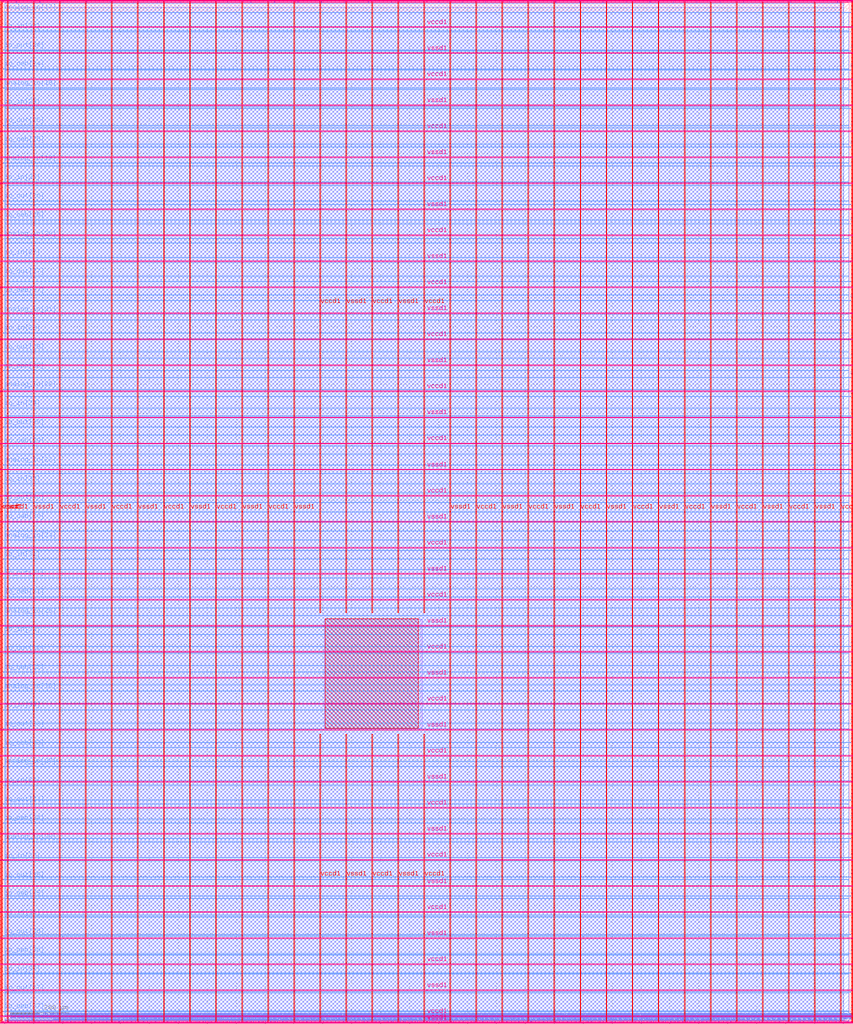
<source format=lef>
VERSION 5.7 ;
  NOWIREEXTENSIONATPIN ON ;
  DIVIDERCHAR "/" ;
  BUSBITCHARS "[]" ;
MACRO user_project_wrapper
  CLASS BLOCK ;
  FOREIGN user_project_wrapper ;
  ORIGIN 0.000 0.000 ;
  SIZE 2920.000 BY 3520.000 ;
  PIN analog_io[0]
    DIRECTION INOUT ;
    USE SIGNAL ;
    PORT
      LAYER met3 ;
        RECT 2917.600 1426.380 2924.800 1427.580 ;
    END
  END analog_io[0]
  PIN analog_io[10]
    DIRECTION INOUT ;
    USE SIGNAL ;
    PORT
      LAYER met2 ;
        RECT 2230.490 3517.600 2231.050 3524.800 ;
    END
  END analog_io[10]
  PIN analog_io[11]
    DIRECTION INOUT ;
    USE SIGNAL ;
    PORT
      LAYER met2 ;
        RECT 1905.730 3517.600 1906.290 3524.800 ;
    END
  END analog_io[11]
  PIN analog_io[12]
    DIRECTION INOUT ;
    USE SIGNAL ;
    PORT
      LAYER met2 ;
        RECT 1581.430 3517.600 1581.990 3524.800 ;
    END
  END analog_io[12]
  PIN analog_io[13]
    DIRECTION INOUT ;
    USE SIGNAL ;
    PORT
      LAYER met2 ;
        RECT 1257.130 3517.600 1257.690 3524.800 ;
    END
  END analog_io[13]
  PIN analog_io[14]
    DIRECTION INOUT ;
    USE SIGNAL ;
    PORT
      LAYER met2 ;
        RECT 932.370 3517.600 932.930 3524.800 ;
    END
  END analog_io[14]
  PIN analog_io[15]
    DIRECTION INOUT ;
    USE SIGNAL ;
    PORT
      LAYER met2 ;
        RECT 608.070 3517.600 608.630 3524.800 ;
    END
  END analog_io[15]
  PIN analog_io[16]
    DIRECTION INOUT ;
    USE SIGNAL ;
    PORT
      LAYER met2 ;
        RECT 283.770 3517.600 284.330 3524.800 ;
    END
  END analog_io[16]
  PIN analog_io[17]
    DIRECTION INOUT ;
    USE SIGNAL ;
    PORT
      LAYER met3 ;
        RECT -4.800 3486.100 2.400 3487.300 ;
    END
  END analog_io[17]
  PIN analog_io[18]
    DIRECTION INOUT ;
    USE SIGNAL ;
    PORT
      LAYER met3 ;
        RECT -4.800 3224.980 2.400 3226.180 ;
    END
  END analog_io[18]
  PIN analog_io[19]
    DIRECTION INOUT ;
    USE SIGNAL ;
    PORT
      LAYER met3 ;
        RECT -4.800 2964.540 2.400 2965.740 ;
    END
  END analog_io[19]
  PIN analog_io[1]
    DIRECTION INOUT ;
    USE SIGNAL ;
    PORT
      LAYER met3 ;
        RECT 2917.600 1692.260 2924.800 1693.460 ;
    END
  END analog_io[1]
  PIN analog_io[20]
    DIRECTION INOUT ;
    USE SIGNAL ;
    PORT
      LAYER met3 ;
        RECT -4.800 2703.420 2.400 2704.620 ;
    END
  END analog_io[20]
  PIN analog_io[21]
    DIRECTION INOUT ;
    USE SIGNAL ;
    PORT
      LAYER met3 ;
        RECT -4.800 2442.980 2.400 2444.180 ;
    END
  END analog_io[21]
  PIN analog_io[22]
    DIRECTION INOUT ;
    USE SIGNAL ;
    PORT
      LAYER met3 ;
        RECT -4.800 2182.540 2.400 2183.740 ;
    END
  END analog_io[22]
  PIN analog_io[23]
    DIRECTION INOUT ;
    USE SIGNAL ;
    PORT
      LAYER met3 ;
        RECT -4.800 1921.420 2.400 1922.620 ;
    END
  END analog_io[23]
  PIN analog_io[24]
    DIRECTION INOUT ;
    USE SIGNAL ;
    PORT
      LAYER met3 ;
        RECT -4.800 1660.980 2.400 1662.180 ;
    END
  END analog_io[24]
  PIN analog_io[25]
    DIRECTION INOUT ;
    USE SIGNAL ;
    PORT
      LAYER met3 ;
        RECT -4.800 1399.860 2.400 1401.060 ;
    END
  END analog_io[25]
  PIN analog_io[26]
    DIRECTION INOUT ;
    USE SIGNAL ;
    PORT
      LAYER met3 ;
        RECT -4.800 1139.420 2.400 1140.620 ;
    END
  END analog_io[26]
  PIN analog_io[27]
    DIRECTION INOUT ;
    USE SIGNAL ;
    PORT
      LAYER met3 ;
        RECT -4.800 878.980 2.400 880.180 ;
    END
  END analog_io[27]
  PIN analog_io[28]
    DIRECTION INOUT ;
    USE SIGNAL ;
    PORT
      LAYER met3 ;
        RECT -4.800 617.860 2.400 619.060 ;
    END
  END analog_io[28]
  PIN analog_io[2]
    DIRECTION INOUT ;
    USE SIGNAL ;
    PORT
      LAYER met3 ;
        RECT 2917.600 1958.140 2924.800 1959.340 ;
    END
  END analog_io[2]
  PIN analog_io[3]
    DIRECTION INOUT ;
    USE SIGNAL ;
    PORT
      LAYER met3 ;
        RECT 2917.600 2223.340 2924.800 2224.540 ;
    END
  END analog_io[3]
  PIN analog_io[4]
    DIRECTION INOUT ;
    USE SIGNAL ;
    PORT
      LAYER met3 ;
        RECT 2917.600 2489.220 2924.800 2490.420 ;
    END
  END analog_io[4]
  PIN analog_io[5]
    DIRECTION INOUT ;
    USE SIGNAL ;
    PORT
      LAYER met3 ;
        RECT 2917.600 2755.100 2924.800 2756.300 ;
    END
  END analog_io[5]
  PIN analog_io[6]
    DIRECTION INOUT ;
    USE SIGNAL ;
    PORT
      LAYER met3 ;
        RECT 2917.600 3020.300 2924.800 3021.500 ;
    END
  END analog_io[6]
  PIN analog_io[7]
    DIRECTION INOUT ;
    USE SIGNAL ;
    PORT
      LAYER met3 ;
        RECT 2917.600 3286.180 2924.800 3287.380 ;
    END
  END analog_io[7]
  PIN analog_io[8]
    DIRECTION INOUT ;
    USE SIGNAL ;
    PORT
      LAYER met2 ;
        RECT 2879.090 3517.600 2879.650 3524.800 ;
    END
  END analog_io[8]
  PIN analog_io[9]
    DIRECTION INOUT ;
    USE SIGNAL ;
    PORT
      LAYER met2 ;
        RECT 2554.790 3517.600 2555.350 3524.800 ;
    END
  END analog_io[9]
  PIN io_in[0]
    DIRECTION INPUT ;
    USE SIGNAL ;
    PORT
      LAYER met3 ;
        RECT 2917.600 32.380 2924.800 33.580 ;
    END
  END io_in[0]
  PIN io_in[10]
    DIRECTION INPUT ;
    USE SIGNAL ;
    PORT
      LAYER met3 ;
        RECT 2917.600 2289.980 2924.800 2291.180 ;
    END
  END io_in[10]
  PIN io_in[11]
    DIRECTION INPUT ;
    USE SIGNAL ;
    PORT
      LAYER met3 ;
        RECT 2917.600 2555.860 2924.800 2557.060 ;
    END
  END io_in[11]
  PIN io_in[12]
    DIRECTION INPUT ;
    USE SIGNAL ;
    PORT
      LAYER met3 ;
        RECT 2917.600 2821.060 2924.800 2822.260 ;
    END
  END io_in[12]
  PIN io_in[13]
    DIRECTION INPUT ;
    USE SIGNAL ;
    PORT
      LAYER met3 ;
        RECT 2917.600 3086.940 2924.800 3088.140 ;
    END
  END io_in[13]
  PIN io_in[14]
    DIRECTION INPUT ;
    USE SIGNAL ;
    PORT
      LAYER met3 ;
        RECT 2917.600 3352.820 2924.800 3354.020 ;
    END
  END io_in[14]
  PIN io_in[15]
    DIRECTION INPUT ;
    USE SIGNAL ;
    PORT
      LAYER met2 ;
        RECT 2798.130 3517.600 2798.690 3524.800 ;
    END
  END io_in[15]
  PIN io_in[16]
    DIRECTION INPUT ;
    USE SIGNAL ;
    PORT
      LAYER met2 ;
        RECT 2473.830 3517.600 2474.390 3524.800 ;
    END
  END io_in[16]
  PIN io_in[17]
    DIRECTION INPUT ;
    USE SIGNAL ;
    PORT
      LAYER met2 ;
        RECT 2149.070 3517.600 2149.630 3524.800 ;
    END
  END io_in[17]
  PIN io_in[18]
    DIRECTION INPUT ;
    USE SIGNAL ;
    PORT
      LAYER met2 ;
        RECT 1824.770 3517.600 1825.330 3524.800 ;
    END
  END io_in[18]
  PIN io_in[19]
    DIRECTION INPUT ;
    USE SIGNAL ;
    PORT
      LAYER met2 ;
        RECT 1500.470 3517.600 1501.030 3524.800 ;
    END
  END io_in[19]
  PIN io_in[1]
    DIRECTION INPUT ;
    USE SIGNAL ;
    PORT
      LAYER met3 ;
        RECT 2917.600 230.940 2924.800 232.140 ;
    END
  END io_in[1]
  PIN io_in[20]
    DIRECTION INPUT ;
    USE SIGNAL ;
    PORT
      LAYER met2 ;
        RECT 1175.710 3517.600 1176.270 3524.800 ;
    END
  END io_in[20]
  PIN io_in[21]
    DIRECTION INPUT ;
    USE SIGNAL ;
    PORT
      LAYER met2 ;
        RECT 851.410 3517.600 851.970 3524.800 ;
    END
  END io_in[21]
  PIN io_in[22]
    DIRECTION INPUT ;
    USE SIGNAL ;
    PORT
      LAYER met2 ;
        RECT 527.110 3517.600 527.670 3524.800 ;
    END
  END io_in[22]
  PIN io_in[23]
    DIRECTION INPUT ;
    USE SIGNAL ;
    PORT
      LAYER met2 ;
        RECT 202.350 3517.600 202.910 3524.800 ;
    END
  END io_in[23]
  PIN io_in[24]
    DIRECTION INPUT ;
    USE SIGNAL ;
    PORT
      LAYER met3 ;
        RECT -4.800 3420.820 2.400 3422.020 ;
    END
  END io_in[24]
  PIN io_in[25]
    DIRECTION INPUT ;
    USE SIGNAL ;
    PORT
      LAYER met3 ;
        RECT -4.800 3159.700 2.400 3160.900 ;
    END
  END io_in[25]
  PIN io_in[26]
    DIRECTION INPUT ;
    USE SIGNAL ;
    PORT
      LAYER met3 ;
        RECT -4.800 2899.260 2.400 2900.460 ;
    END
  END io_in[26]
  PIN io_in[27]
    DIRECTION INPUT ;
    USE SIGNAL ;
    PORT
      LAYER met3 ;
        RECT -4.800 2638.820 2.400 2640.020 ;
    END
  END io_in[27]
  PIN io_in[28]
    DIRECTION INPUT ;
    USE SIGNAL ;
    PORT
      LAYER met3 ;
        RECT -4.800 2377.700 2.400 2378.900 ;
    END
  END io_in[28]
  PIN io_in[29]
    DIRECTION INPUT ;
    USE SIGNAL ;
    PORT
      LAYER met3 ;
        RECT -4.800 2117.260 2.400 2118.460 ;
    END
  END io_in[29]
  PIN io_in[2]
    DIRECTION INPUT ;
    USE SIGNAL ;
    PORT
      LAYER met3 ;
        RECT 2917.600 430.180 2924.800 431.380 ;
    END
  END io_in[2]
  PIN io_in[30]
    DIRECTION INPUT ;
    USE SIGNAL ;
    PORT
      LAYER met3 ;
        RECT -4.800 1856.140 2.400 1857.340 ;
    END
  END io_in[30]
  PIN io_in[31]
    DIRECTION INPUT ;
    USE SIGNAL ;
    PORT
      LAYER met3 ;
        RECT -4.800 1595.700 2.400 1596.900 ;
    END
  END io_in[31]
  PIN io_in[32]
    DIRECTION INPUT ;
    USE SIGNAL ;
    PORT
      LAYER met3 ;
        RECT -4.800 1335.260 2.400 1336.460 ;
    END
  END io_in[32]
  PIN io_in[33]
    DIRECTION INPUT ;
    USE SIGNAL ;
    PORT
      LAYER met3 ;
        RECT -4.800 1074.140 2.400 1075.340 ;
    END
  END io_in[33]
  PIN io_in[34]
    DIRECTION INPUT ;
    USE SIGNAL ;
    PORT
      LAYER met3 ;
        RECT -4.800 813.700 2.400 814.900 ;
    END
  END io_in[34]
  PIN io_in[35]
    DIRECTION INPUT ;
    USE SIGNAL ;
    PORT
      LAYER met3 ;
        RECT -4.800 552.580 2.400 553.780 ;
    END
  END io_in[35]
  PIN io_in[36]
    DIRECTION INPUT ;
    USE SIGNAL ;
    PORT
      LAYER met3 ;
        RECT -4.800 357.420 2.400 358.620 ;
    END
  END io_in[36]
  PIN io_in[37]
    DIRECTION INPUT ;
    USE SIGNAL ;
    PORT
      LAYER met3 ;
        RECT -4.800 161.580 2.400 162.780 ;
    END
  END io_in[37]
  PIN io_in[3]
    DIRECTION INPUT ;
    USE SIGNAL ;
    PORT
      LAYER met3 ;
        RECT 2917.600 629.420 2924.800 630.620 ;
    END
  END io_in[3]
  PIN io_in[4]
    DIRECTION INPUT ;
    USE SIGNAL ;
    PORT
      LAYER met3 ;
        RECT 2917.600 828.660 2924.800 829.860 ;
    END
  END io_in[4]
  PIN io_in[5]
    DIRECTION INPUT ;
    USE SIGNAL ;
    PORT
      LAYER met3 ;
        RECT 2917.600 1027.900 2924.800 1029.100 ;
    END
  END io_in[5]
  PIN io_in[6]
    DIRECTION INPUT ;
    USE SIGNAL ;
    PORT
      LAYER met3 ;
        RECT 2917.600 1227.140 2924.800 1228.340 ;
    END
  END io_in[6]
  PIN io_in[7]
    DIRECTION INPUT ;
    USE SIGNAL ;
    PORT
      LAYER met3 ;
        RECT 2917.600 1493.020 2924.800 1494.220 ;
    END
  END io_in[7]
  PIN io_in[8]
    DIRECTION INPUT ;
    USE SIGNAL ;
    PORT
      LAYER met3 ;
        RECT 2917.600 1758.900 2924.800 1760.100 ;
    END
  END io_in[8]
  PIN io_in[9]
    DIRECTION INPUT ;
    USE SIGNAL ;
    PORT
      LAYER met3 ;
        RECT 2917.600 2024.100 2924.800 2025.300 ;
    END
  END io_in[9]
  PIN io_oeb[0]
    DIRECTION OUTPUT TRISTATE ;
    USE SIGNAL ;
    PORT
      LAYER met3 ;
        RECT 2917.600 164.980 2924.800 166.180 ;
    END
  END io_oeb[0]
  PIN io_oeb[10]
    DIRECTION OUTPUT TRISTATE ;
    USE SIGNAL ;
    PORT
      LAYER met3 ;
        RECT 2917.600 2422.580 2924.800 2423.780 ;
    END
  END io_oeb[10]
  PIN io_oeb[11]
    DIRECTION OUTPUT TRISTATE ;
    USE SIGNAL ;
    PORT
      LAYER met3 ;
        RECT 2917.600 2688.460 2924.800 2689.660 ;
    END
  END io_oeb[11]
  PIN io_oeb[12]
    DIRECTION OUTPUT TRISTATE ;
    USE SIGNAL ;
    PORT
      LAYER met3 ;
        RECT 2917.600 2954.340 2924.800 2955.540 ;
    END
  END io_oeb[12]
  PIN io_oeb[13]
    DIRECTION OUTPUT TRISTATE ;
    USE SIGNAL ;
    PORT
      LAYER met3 ;
        RECT 2917.600 3219.540 2924.800 3220.740 ;
    END
  END io_oeb[13]
  PIN io_oeb[14]
    DIRECTION OUTPUT TRISTATE ;
    USE SIGNAL ;
    PORT
      LAYER met3 ;
        RECT 2917.600 3485.420 2924.800 3486.620 ;
    END
  END io_oeb[14]
  PIN io_oeb[15]
    DIRECTION OUTPUT TRISTATE ;
    USE SIGNAL ;
    PORT
      LAYER met2 ;
        RECT 2635.750 3517.600 2636.310 3524.800 ;
    END
  END io_oeb[15]
  PIN io_oeb[16]
    DIRECTION OUTPUT TRISTATE ;
    USE SIGNAL ;
    PORT
      LAYER met2 ;
        RECT 2311.450 3517.600 2312.010 3524.800 ;
    END
  END io_oeb[16]
  PIN io_oeb[17]
    DIRECTION OUTPUT TRISTATE ;
    USE SIGNAL ;
    PORT
      LAYER met2 ;
        RECT 1987.150 3517.600 1987.710 3524.800 ;
    END
  END io_oeb[17]
  PIN io_oeb[18]
    DIRECTION OUTPUT TRISTATE ;
    USE SIGNAL ;
    PORT
      LAYER met2 ;
        RECT 1662.390 3517.600 1662.950 3524.800 ;
    END
  END io_oeb[18]
  PIN io_oeb[19]
    DIRECTION OUTPUT TRISTATE ;
    USE SIGNAL ;
    PORT
      LAYER met2 ;
        RECT 1338.090 3517.600 1338.650 3524.800 ;
    END
  END io_oeb[19]
  PIN io_oeb[1]
    DIRECTION OUTPUT TRISTATE ;
    USE SIGNAL ;
    PORT
      LAYER met3 ;
        RECT 2917.600 364.220 2924.800 365.420 ;
    END
  END io_oeb[1]
  PIN io_oeb[20]
    DIRECTION OUTPUT TRISTATE ;
    USE SIGNAL ;
    PORT
      LAYER met2 ;
        RECT 1013.790 3517.600 1014.350 3524.800 ;
    END
  END io_oeb[20]
  PIN io_oeb[21]
    DIRECTION OUTPUT TRISTATE ;
    USE SIGNAL ;
    PORT
      LAYER met2 ;
        RECT 689.030 3517.600 689.590 3524.800 ;
    END
  END io_oeb[21]
  PIN io_oeb[22]
    DIRECTION OUTPUT TRISTATE ;
    USE SIGNAL ;
    PORT
      LAYER met2 ;
        RECT 364.730 3517.600 365.290 3524.800 ;
    END
  END io_oeb[22]
  PIN io_oeb[23]
    DIRECTION OUTPUT TRISTATE ;
    USE SIGNAL ;
    PORT
      LAYER met2 ;
        RECT 40.430 3517.600 40.990 3524.800 ;
    END
  END io_oeb[23]
  PIN io_oeb[24]
    DIRECTION OUTPUT TRISTATE ;
    USE SIGNAL ;
    PORT
      LAYER met3 ;
        RECT -4.800 3290.260 2.400 3291.460 ;
    END
  END io_oeb[24]
  PIN io_oeb[25]
    DIRECTION OUTPUT TRISTATE ;
    USE SIGNAL ;
    PORT
      LAYER met3 ;
        RECT -4.800 3029.820 2.400 3031.020 ;
    END
  END io_oeb[25]
  PIN io_oeb[26]
    DIRECTION OUTPUT TRISTATE ;
    USE SIGNAL ;
    PORT
      LAYER met3 ;
        RECT -4.800 2768.700 2.400 2769.900 ;
    END
  END io_oeb[26]
  PIN io_oeb[27]
    DIRECTION OUTPUT TRISTATE ;
    USE SIGNAL ;
    PORT
      LAYER met3 ;
        RECT -4.800 2508.260 2.400 2509.460 ;
    END
  END io_oeb[27]
  PIN io_oeb[28]
    DIRECTION OUTPUT TRISTATE ;
    USE SIGNAL ;
    PORT
      LAYER met3 ;
        RECT -4.800 2247.140 2.400 2248.340 ;
    END
  END io_oeb[28]
  PIN io_oeb[29]
    DIRECTION OUTPUT TRISTATE ;
    USE SIGNAL ;
    PORT
      LAYER met3 ;
        RECT -4.800 1986.700 2.400 1987.900 ;
    END
  END io_oeb[29]
  PIN io_oeb[2]
    DIRECTION OUTPUT TRISTATE ;
    USE SIGNAL ;
    PORT
      LAYER met3 ;
        RECT 2917.600 563.460 2924.800 564.660 ;
    END
  END io_oeb[2]
  PIN io_oeb[30]
    DIRECTION OUTPUT TRISTATE ;
    USE SIGNAL ;
    PORT
      LAYER met3 ;
        RECT -4.800 1726.260 2.400 1727.460 ;
    END
  END io_oeb[30]
  PIN io_oeb[31]
    DIRECTION OUTPUT TRISTATE ;
    USE SIGNAL ;
    PORT
      LAYER met3 ;
        RECT -4.800 1465.140 2.400 1466.340 ;
    END
  END io_oeb[31]
  PIN io_oeb[32]
    DIRECTION OUTPUT TRISTATE ;
    USE SIGNAL ;
    PORT
      LAYER met3 ;
        RECT -4.800 1204.700 2.400 1205.900 ;
    END
  END io_oeb[32]
  PIN io_oeb[33]
    DIRECTION OUTPUT TRISTATE ;
    USE SIGNAL ;
    PORT
      LAYER met3 ;
        RECT -4.800 943.580 2.400 944.780 ;
    END
  END io_oeb[33]
  PIN io_oeb[34]
    DIRECTION OUTPUT TRISTATE ;
    USE SIGNAL ;
    PORT
      LAYER met3 ;
        RECT -4.800 683.140 2.400 684.340 ;
    END
  END io_oeb[34]
  PIN io_oeb[35]
    DIRECTION OUTPUT TRISTATE ;
    USE SIGNAL ;
    PORT
      LAYER met3 ;
        RECT -4.800 422.700 2.400 423.900 ;
    END
  END io_oeb[35]
  PIN io_oeb[36]
    DIRECTION OUTPUT TRISTATE ;
    USE SIGNAL ;
    PORT
      LAYER met3 ;
        RECT -4.800 226.860 2.400 228.060 ;
    END
  END io_oeb[36]
  PIN io_oeb[37]
    DIRECTION OUTPUT TRISTATE ;
    USE SIGNAL ;
    PORT
      LAYER met3 ;
        RECT -4.800 31.700 2.400 32.900 ;
    END
  END io_oeb[37]
  PIN io_oeb[3]
    DIRECTION OUTPUT TRISTATE ;
    USE SIGNAL ;
    PORT
      LAYER met3 ;
        RECT 2917.600 762.700 2924.800 763.900 ;
    END
  END io_oeb[3]
  PIN io_oeb[4]
    DIRECTION OUTPUT TRISTATE ;
    USE SIGNAL ;
    PORT
      LAYER met3 ;
        RECT 2917.600 961.940 2924.800 963.140 ;
    END
  END io_oeb[4]
  PIN io_oeb[5]
    DIRECTION OUTPUT TRISTATE ;
    USE SIGNAL ;
    PORT
      LAYER met3 ;
        RECT 2917.600 1161.180 2924.800 1162.380 ;
    END
  END io_oeb[5]
  PIN io_oeb[6]
    DIRECTION OUTPUT TRISTATE ;
    USE SIGNAL ;
    PORT
      LAYER met3 ;
        RECT 2917.600 1360.420 2924.800 1361.620 ;
    END
  END io_oeb[6]
  PIN io_oeb[7]
    DIRECTION OUTPUT TRISTATE ;
    USE SIGNAL ;
    PORT
      LAYER met3 ;
        RECT 2917.600 1625.620 2924.800 1626.820 ;
    END
  END io_oeb[7]
  PIN io_oeb[8]
    DIRECTION OUTPUT TRISTATE ;
    USE SIGNAL ;
    PORT
      LAYER met3 ;
        RECT 2917.600 1891.500 2924.800 1892.700 ;
    END
  END io_oeb[8]
  PIN io_oeb[9]
    DIRECTION OUTPUT TRISTATE ;
    USE SIGNAL ;
    PORT
      LAYER met3 ;
        RECT 2917.600 2157.380 2924.800 2158.580 ;
    END
  END io_oeb[9]
  PIN io_out[0]
    DIRECTION OUTPUT TRISTATE ;
    USE SIGNAL ;
    PORT
      LAYER met3 ;
        RECT 2917.600 98.340 2924.800 99.540 ;
    END
  END io_out[0]
  PIN io_out[10]
    DIRECTION OUTPUT TRISTATE ;
    USE SIGNAL ;
    PORT
      LAYER met3 ;
        RECT 2917.600 2356.620 2924.800 2357.820 ;
    END
  END io_out[10]
  PIN io_out[11]
    DIRECTION OUTPUT TRISTATE ;
    USE SIGNAL ;
    PORT
      LAYER met3 ;
        RECT 2917.600 2621.820 2924.800 2623.020 ;
    END
  END io_out[11]
  PIN io_out[12]
    DIRECTION OUTPUT TRISTATE ;
    USE SIGNAL ;
    PORT
      LAYER met3 ;
        RECT 2917.600 2887.700 2924.800 2888.900 ;
    END
  END io_out[12]
  PIN io_out[13]
    DIRECTION OUTPUT TRISTATE ;
    USE SIGNAL ;
    PORT
      LAYER met3 ;
        RECT 2917.600 3153.580 2924.800 3154.780 ;
    END
  END io_out[13]
  PIN io_out[14]
    DIRECTION OUTPUT TRISTATE ;
    USE SIGNAL ;
    PORT
      LAYER met3 ;
        RECT 2917.600 3418.780 2924.800 3419.980 ;
    END
  END io_out[14]
  PIN io_out[15]
    DIRECTION OUTPUT TRISTATE ;
    USE SIGNAL ;
    PORT
      LAYER met2 ;
        RECT 2717.170 3517.600 2717.730 3524.800 ;
    END
  END io_out[15]
  PIN io_out[16]
    DIRECTION OUTPUT TRISTATE ;
    USE SIGNAL ;
    PORT
      LAYER met2 ;
        RECT 2392.410 3517.600 2392.970 3524.800 ;
    END
  END io_out[16]
  PIN io_out[17]
    DIRECTION OUTPUT TRISTATE ;
    USE SIGNAL ;
    PORT
      LAYER met2 ;
        RECT 2068.110 3517.600 2068.670 3524.800 ;
    END
  END io_out[17]
  PIN io_out[18]
    DIRECTION OUTPUT TRISTATE ;
    USE SIGNAL ;
    PORT
      LAYER met2 ;
        RECT 1743.810 3517.600 1744.370 3524.800 ;
    END
  END io_out[18]
  PIN io_out[19]
    DIRECTION OUTPUT TRISTATE ;
    USE SIGNAL ;
    PORT
      LAYER met2 ;
        RECT 1419.050 3517.600 1419.610 3524.800 ;
    END
  END io_out[19]
  PIN io_out[1]
    DIRECTION OUTPUT TRISTATE ;
    USE SIGNAL ;
    PORT
      LAYER met3 ;
        RECT 2917.600 297.580 2924.800 298.780 ;
    END
  END io_out[1]
  PIN io_out[20]
    DIRECTION OUTPUT TRISTATE ;
    USE SIGNAL ;
    PORT
      LAYER met2 ;
        RECT 1094.750 3517.600 1095.310 3524.800 ;
    END
  END io_out[20]
  PIN io_out[21]
    DIRECTION OUTPUT TRISTATE ;
    USE SIGNAL ;
    PORT
      LAYER met2 ;
        RECT 770.450 3517.600 771.010 3524.800 ;
    END
  END io_out[21]
  PIN io_out[22]
    DIRECTION OUTPUT TRISTATE ;
    USE SIGNAL ;
    PORT
      LAYER met2 ;
        RECT 445.690 3517.600 446.250 3524.800 ;
    END
  END io_out[22]
  PIN io_out[23]
    DIRECTION OUTPUT TRISTATE ;
    USE SIGNAL ;
    PORT
      LAYER met2 ;
        RECT 121.390 3517.600 121.950 3524.800 ;
    END
  END io_out[23]
  PIN io_out[24]
    DIRECTION OUTPUT TRISTATE ;
    USE SIGNAL ;
    PORT
      LAYER met3 ;
        RECT -4.800 3355.540 2.400 3356.740 ;
    END
  END io_out[24]
  PIN io_out[25]
    DIRECTION OUTPUT TRISTATE ;
    USE SIGNAL ;
    PORT
      LAYER met3 ;
        RECT -4.800 3095.100 2.400 3096.300 ;
    END
  END io_out[25]
  PIN io_out[26]
    DIRECTION OUTPUT TRISTATE ;
    USE SIGNAL ;
    PORT
      LAYER met3 ;
        RECT -4.800 2833.980 2.400 2835.180 ;
    END
  END io_out[26]
  PIN io_out[27]
    DIRECTION OUTPUT TRISTATE ;
    USE SIGNAL ;
    PORT
      LAYER met3 ;
        RECT -4.800 2573.540 2.400 2574.740 ;
    END
  END io_out[27]
  PIN io_out[28]
    DIRECTION OUTPUT TRISTATE ;
    USE SIGNAL ;
    PORT
      LAYER met3 ;
        RECT -4.800 2312.420 2.400 2313.620 ;
    END
  END io_out[28]
  PIN io_out[29]
    DIRECTION OUTPUT TRISTATE ;
    USE SIGNAL ;
    PORT
      LAYER met3 ;
        RECT -4.800 2051.980 2.400 2053.180 ;
    END
  END io_out[29]
  PIN io_out[2]
    DIRECTION OUTPUT TRISTATE ;
    USE SIGNAL ;
    PORT
      LAYER met3 ;
        RECT 2917.600 496.820 2924.800 498.020 ;
    END
  END io_out[2]
  PIN io_out[30]
    DIRECTION OUTPUT TRISTATE ;
    USE SIGNAL ;
    PORT
      LAYER met3 ;
        RECT -4.800 1791.540 2.400 1792.740 ;
    END
  END io_out[30]
  PIN io_out[31]
    DIRECTION OUTPUT TRISTATE ;
    USE SIGNAL ;
    PORT
      LAYER met3 ;
        RECT -4.800 1530.420 2.400 1531.620 ;
    END
  END io_out[31]
  PIN io_out[32]
    DIRECTION OUTPUT TRISTATE ;
    USE SIGNAL ;
    PORT
      LAYER met3 ;
        RECT -4.800 1269.980 2.400 1271.180 ;
    END
  END io_out[32]
  PIN io_out[33]
    DIRECTION OUTPUT TRISTATE ;
    USE SIGNAL ;
    PORT
      LAYER met3 ;
        RECT -4.800 1008.860 2.400 1010.060 ;
    END
  END io_out[33]
  PIN io_out[34]
    DIRECTION OUTPUT TRISTATE ;
    USE SIGNAL ;
    PORT
      LAYER met3 ;
        RECT -4.800 748.420 2.400 749.620 ;
    END
  END io_out[34]
  PIN io_out[35]
    DIRECTION OUTPUT TRISTATE ;
    USE SIGNAL ;
    PORT
      LAYER met3 ;
        RECT -4.800 487.300 2.400 488.500 ;
    END
  END io_out[35]
  PIN io_out[36]
    DIRECTION OUTPUT TRISTATE ;
    USE SIGNAL ;
    PORT
      LAYER met3 ;
        RECT -4.800 292.140 2.400 293.340 ;
    END
  END io_out[36]
  PIN io_out[37]
    DIRECTION OUTPUT TRISTATE ;
    USE SIGNAL ;
    PORT
      LAYER met3 ;
        RECT -4.800 96.300 2.400 97.500 ;
    END
  END io_out[37]
  PIN io_out[3]
    DIRECTION OUTPUT TRISTATE ;
    USE SIGNAL ;
    PORT
      LAYER met3 ;
        RECT 2917.600 696.060 2924.800 697.260 ;
    END
  END io_out[3]
  PIN io_out[4]
    DIRECTION OUTPUT TRISTATE ;
    USE SIGNAL ;
    PORT
      LAYER met3 ;
        RECT 2917.600 895.300 2924.800 896.500 ;
    END
  END io_out[4]
  PIN io_out[5]
    DIRECTION OUTPUT TRISTATE ;
    USE SIGNAL ;
    PORT
      LAYER met3 ;
        RECT 2917.600 1094.540 2924.800 1095.740 ;
    END
  END io_out[5]
  PIN io_out[6]
    DIRECTION OUTPUT TRISTATE ;
    USE SIGNAL ;
    PORT
      LAYER met3 ;
        RECT 2917.600 1293.780 2924.800 1294.980 ;
    END
  END io_out[6]
  PIN io_out[7]
    DIRECTION OUTPUT TRISTATE ;
    USE SIGNAL ;
    PORT
      LAYER met3 ;
        RECT 2917.600 1559.660 2924.800 1560.860 ;
    END
  END io_out[7]
  PIN io_out[8]
    DIRECTION OUTPUT TRISTATE ;
    USE SIGNAL ;
    PORT
      LAYER met3 ;
        RECT 2917.600 1824.860 2924.800 1826.060 ;
    END
  END io_out[8]
  PIN io_out[9]
    DIRECTION OUTPUT TRISTATE ;
    USE SIGNAL ;
    PORT
      LAYER met3 ;
        RECT 2917.600 2090.740 2924.800 2091.940 ;
    END
  END io_out[9]
  PIN la_data_in[0]
    DIRECTION INPUT ;
    USE SIGNAL ;
    PORT
      LAYER met2 ;
        RECT 629.230 -4.800 629.790 2.400 ;
    END
  END la_data_in[0]
  PIN la_data_in[100]
    DIRECTION INPUT ;
    USE SIGNAL ;
    PORT
      LAYER met2 ;
        RECT 2402.530 -4.800 2403.090 2.400 ;
    END
  END la_data_in[100]
  PIN la_data_in[101]
    DIRECTION INPUT ;
    USE SIGNAL ;
    PORT
      LAYER met2 ;
        RECT 2420.010 -4.800 2420.570 2.400 ;
    END
  END la_data_in[101]
  PIN la_data_in[102]
    DIRECTION INPUT ;
    USE SIGNAL ;
    PORT
      LAYER met2 ;
        RECT 2437.950 -4.800 2438.510 2.400 ;
    END
  END la_data_in[102]
  PIN la_data_in[103]
    DIRECTION INPUT ;
    USE SIGNAL ;
    PORT
      LAYER met2 ;
        RECT 2455.430 -4.800 2455.990 2.400 ;
    END
  END la_data_in[103]
  PIN la_data_in[104]
    DIRECTION INPUT ;
    USE SIGNAL ;
    PORT
      LAYER met2 ;
        RECT 2473.370 -4.800 2473.930 2.400 ;
    END
  END la_data_in[104]
  PIN la_data_in[105]
    DIRECTION INPUT ;
    USE SIGNAL ;
    PORT
      LAYER met2 ;
        RECT 2490.850 -4.800 2491.410 2.400 ;
    END
  END la_data_in[105]
  PIN la_data_in[106]
    DIRECTION INPUT ;
    USE SIGNAL ;
    PORT
      LAYER met2 ;
        RECT 2508.790 -4.800 2509.350 2.400 ;
    END
  END la_data_in[106]
  PIN la_data_in[107]
    DIRECTION INPUT ;
    USE SIGNAL ;
    PORT
      LAYER met2 ;
        RECT 2526.730 -4.800 2527.290 2.400 ;
    END
  END la_data_in[107]
  PIN la_data_in[108]
    DIRECTION INPUT ;
    USE SIGNAL ;
    PORT
      LAYER met2 ;
        RECT 2544.210 -4.800 2544.770 2.400 ;
    END
  END la_data_in[108]
  PIN la_data_in[109]
    DIRECTION INPUT ;
    USE SIGNAL ;
    PORT
      LAYER met2 ;
        RECT 2562.150 -4.800 2562.710 2.400 ;
    END
  END la_data_in[109]
  PIN la_data_in[10]
    DIRECTION INPUT ;
    USE SIGNAL ;
    PORT
      LAYER met2 ;
        RECT 806.330 -4.800 806.890 2.400 ;
    END
  END la_data_in[10]
  PIN la_data_in[110]
    DIRECTION INPUT ;
    USE SIGNAL ;
    PORT
      LAYER met2 ;
        RECT 2579.630 -4.800 2580.190 2.400 ;
    END
  END la_data_in[110]
  PIN la_data_in[111]
    DIRECTION INPUT ;
    USE SIGNAL ;
    PORT
      LAYER met2 ;
        RECT 2597.570 -4.800 2598.130 2.400 ;
    END
  END la_data_in[111]
  PIN la_data_in[112]
    DIRECTION INPUT ;
    USE SIGNAL ;
    PORT
      LAYER met2 ;
        RECT 2615.050 -4.800 2615.610 2.400 ;
    END
  END la_data_in[112]
  PIN la_data_in[113]
    DIRECTION INPUT ;
    USE SIGNAL ;
    PORT
      LAYER met2 ;
        RECT 2632.990 -4.800 2633.550 2.400 ;
    END
  END la_data_in[113]
  PIN la_data_in[114]
    DIRECTION INPUT ;
    USE SIGNAL ;
    PORT
      LAYER met2 ;
        RECT 2650.470 -4.800 2651.030 2.400 ;
    END
  END la_data_in[114]
  PIN la_data_in[115]
    DIRECTION INPUT ;
    USE SIGNAL ;
    PORT
      LAYER met2 ;
        RECT 2668.410 -4.800 2668.970 2.400 ;
    END
  END la_data_in[115]
  PIN la_data_in[116]
    DIRECTION INPUT ;
    USE SIGNAL ;
    PORT
      LAYER met2 ;
        RECT 2685.890 -4.800 2686.450 2.400 ;
    END
  END la_data_in[116]
  PIN la_data_in[117]
    DIRECTION INPUT ;
    USE SIGNAL ;
    PORT
      LAYER met2 ;
        RECT 2703.830 -4.800 2704.390 2.400 ;
    END
  END la_data_in[117]
  PIN la_data_in[118]
    DIRECTION INPUT ;
    USE SIGNAL ;
    PORT
      LAYER met2 ;
        RECT 2721.770 -4.800 2722.330 2.400 ;
    END
  END la_data_in[118]
  PIN la_data_in[119]
    DIRECTION INPUT ;
    USE SIGNAL ;
    PORT
      LAYER met2 ;
        RECT 2739.250 -4.800 2739.810 2.400 ;
    END
  END la_data_in[119]
  PIN la_data_in[11]
    DIRECTION INPUT ;
    USE SIGNAL ;
    PORT
      LAYER met2 ;
        RECT 824.270 -4.800 824.830 2.400 ;
    END
  END la_data_in[11]
  PIN la_data_in[120]
    DIRECTION INPUT ;
    USE SIGNAL ;
    PORT
      LAYER met2 ;
        RECT 2757.190 -4.800 2757.750 2.400 ;
    END
  END la_data_in[120]
  PIN la_data_in[121]
    DIRECTION INPUT ;
    USE SIGNAL ;
    PORT
      LAYER met2 ;
        RECT 2774.670 -4.800 2775.230 2.400 ;
    END
  END la_data_in[121]
  PIN la_data_in[122]
    DIRECTION INPUT ;
    USE SIGNAL ;
    PORT
      LAYER met2 ;
        RECT 2792.610 -4.800 2793.170 2.400 ;
    END
  END la_data_in[122]
  PIN la_data_in[123]
    DIRECTION INPUT ;
    USE SIGNAL ;
    PORT
      LAYER met2 ;
        RECT 2810.090 -4.800 2810.650 2.400 ;
    END
  END la_data_in[123]
  PIN la_data_in[124]
    DIRECTION INPUT ;
    USE SIGNAL ;
    PORT
      LAYER met2 ;
        RECT 2828.030 -4.800 2828.590 2.400 ;
    END
  END la_data_in[124]
  PIN la_data_in[125]
    DIRECTION INPUT ;
    USE SIGNAL ;
    PORT
      LAYER met2 ;
        RECT 2845.510 -4.800 2846.070 2.400 ;
    END
  END la_data_in[125]
  PIN la_data_in[126]
    DIRECTION INPUT ;
    USE SIGNAL ;
    PORT
      LAYER met2 ;
        RECT 2863.450 -4.800 2864.010 2.400 ;
    END
  END la_data_in[126]
  PIN la_data_in[127]
    DIRECTION INPUT ;
    USE SIGNAL ;
    PORT
      LAYER met2 ;
        RECT 2881.390 -4.800 2881.950 2.400 ;
    END
  END la_data_in[127]
  PIN la_data_in[12]
    DIRECTION INPUT ;
    USE SIGNAL ;
    PORT
      LAYER met2 ;
        RECT 841.750 -4.800 842.310 2.400 ;
    END
  END la_data_in[12]
  PIN la_data_in[13]
    DIRECTION INPUT ;
    USE SIGNAL ;
    PORT
      LAYER met2 ;
        RECT 859.690 -4.800 860.250 2.400 ;
    END
  END la_data_in[13]
  PIN la_data_in[14]
    DIRECTION INPUT ;
    USE SIGNAL ;
    PORT
      LAYER met2 ;
        RECT 877.170 -4.800 877.730 2.400 ;
    END
  END la_data_in[14]
  PIN la_data_in[15]
    DIRECTION INPUT ;
    USE SIGNAL ;
    PORT
      LAYER met2 ;
        RECT 895.110 -4.800 895.670 2.400 ;
    END
  END la_data_in[15]
  PIN la_data_in[16]
    DIRECTION INPUT ;
    USE SIGNAL ;
    PORT
      LAYER met2 ;
        RECT 912.590 -4.800 913.150 2.400 ;
    END
  END la_data_in[16]
  PIN la_data_in[17]
    DIRECTION INPUT ;
    USE SIGNAL ;
    PORT
      LAYER met2 ;
        RECT 930.530 -4.800 931.090 2.400 ;
    END
  END la_data_in[17]
  PIN la_data_in[18]
    DIRECTION INPUT ;
    USE SIGNAL ;
    PORT
      LAYER met2 ;
        RECT 948.470 -4.800 949.030 2.400 ;
    END
  END la_data_in[18]
  PIN la_data_in[19]
    DIRECTION INPUT ;
    USE SIGNAL ;
    PORT
      LAYER met2 ;
        RECT 965.950 -4.800 966.510 2.400 ;
    END
  END la_data_in[19]
  PIN la_data_in[1]
    DIRECTION INPUT ;
    USE SIGNAL ;
    PORT
      LAYER met2 ;
        RECT 646.710 -4.800 647.270 2.400 ;
    END
  END la_data_in[1]
  PIN la_data_in[20]
    DIRECTION INPUT ;
    USE SIGNAL ;
    PORT
      LAYER met2 ;
        RECT 983.890 -4.800 984.450 2.400 ;
    END
  END la_data_in[20]
  PIN la_data_in[21]
    DIRECTION INPUT ;
    USE SIGNAL ;
    PORT
      LAYER met2 ;
        RECT 1001.370 -4.800 1001.930 2.400 ;
    END
  END la_data_in[21]
  PIN la_data_in[22]
    DIRECTION INPUT ;
    USE SIGNAL ;
    PORT
      LAYER met2 ;
        RECT 1019.310 -4.800 1019.870 2.400 ;
    END
  END la_data_in[22]
  PIN la_data_in[23]
    DIRECTION INPUT ;
    USE SIGNAL ;
    PORT
      LAYER met2 ;
        RECT 1036.790 -4.800 1037.350 2.400 ;
    END
  END la_data_in[23]
  PIN la_data_in[24]
    DIRECTION INPUT ;
    USE SIGNAL ;
    PORT
      LAYER met2 ;
        RECT 1054.730 -4.800 1055.290 2.400 ;
    END
  END la_data_in[24]
  PIN la_data_in[25]
    DIRECTION INPUT ;
    USE SIGNAL ;
    PORT
      LAYER met2 ;
        RECT 1072.210 -4.800 1072.770 2.400 ;
    END
  END la_data_in[25]
  PIN la_data_in[26]
    DIRECTION INPUT ;
    USE SIGNAL ;
    PORT
      LAYER met2 ;
        RECT 1090.150 -4.800 1090.710 2.400 ;
    END
  END la_data_in[26]
  PIN la_data_in[27]
    DIRECTION INPUT ;
    USE SIGNAL ;
    PORT
      LAYER met2 ;
        RECT 1107.630 -4.800 1108.190 2.400 ;
    END
  END la_data_in[27]
  PIN la_data_in[28]
    DIRECTION INPUT ;
    USE SIGNAL ;
    PORT
      LAYER met2 ;
        RECT 1125.570 -4.800 1126.130 2.400 ;
    END
  END la_data_in[28]
  PIN la_data_in[29]
    DIRECTION INPUT ;
    USE SIGNAL ;
    PORT
      LAYER met2 ;
        RECT 1143.510 -4.800 1144.070 2.400 ;
    END
  END la_data_in[29]
  PIN la_data_in[2]
    DIRECTION INPUT ;
    USE SIGNAL ;
    PORT
      LAYER met2 ;
        RECT 664.650 -4.800 665.210 2.400 ;
    END
  END la_data_in[2]
  PIN la_data_in[30]
    DIRECTION INPUT ;
    USE SIGNAL ;
    PORT
      LAYER met2 ;
        RECT 1160.990 -4.800 1161.550 2.400 ;
    END
  END la_data_in[30]
  PIN la_data_in[31]
    DIRECTION INPUT ;
    USE SIGNAL ;
    PORT
      LAYER met2 ;
        RECT 1178.930 -4.800 1179.490 2.400 ;
    END
  END la_data_in[31]
  PIN la_data_in[32]
    DIRECTION INPUT ;
    USE SIGNAL ;
    PORT
      LAYER met2 ;
        RECT 1196.410 -4.800 1196.970 2.400 ;
    END
  END la_data_in[32]
  PIN la_data_in[33]
    DIRECTION INPUT ;
    USE SIGNAL ;
    PORT
      LAYER met2 ;
        RECT 1214.350 -4.800 1214.910 2.400 ;
    END
  END la_data_in[33]
  PIN la_data_in[34]
    DIRECTION INPUT ;
    USE SIGNAL ;
    PORT
      LAYER met2 ;
        RECT 1231.830 -4.800 1232.390 2.400 ;
    END
  END la_data_in[34]
  PIN la_data_in[35]
    DIRECTION INPUT ;
    USE SIGNAL ;
    PORT
      LAYER met2 ;
        RECT 1249.770 -4.800 1250.330 2.400 ;
    END
  END la_data_in[35]
  PIN la_data_in[36]
    DIRECTION INPUT ;
    USE SIGNAL ;
    PORT
      LAYER met2 ;
        RECT 1267.250 -4.800 1267.810 2.400 ;
    END
  END la_data_in[36]
  PIN la_data_in[37]
    DIRECTION INPUT ;
    USE SIGNAL ;
    PORT
      LAYER met2 ;
        RECT 1285.190 -4.800 1285.750 2.400 ;
    END
  END la_data_in[37]
  PIN la_data_in[38]
    DIRECTION INPUT ;
    USE SIGNAL ;
    PORT
      LAYER met2 ;
        RECT 1303.130 -4.800 1303.690 2.400 ;
    END
  END la_data_in[38]
  PIN la_data_in[39]
    DIRECTION INPUT ;
    USE SIGNAL ;
    PORT
      LAYER met2 ;
        RECT 1320.610 -4.800 1321.170 2.400 ;
    END
  END la_data_in[39]
  PIN la_data_in[3]
    DIRECTION INPUT ;
    USE SIGNAL ;
    PORT
      LAYER met2 ;
        RECT 682.130 -4.800 682.690 2.400 ;
    END
  END la_data_in[3]
  PIN la_data_in[40]
    DIRECTION INPUT ;
    USE SIGNAL ;
    PORT
      LAYER met2 ;
        RECT 1338.550 -4.800 1339.110 2.400 ;
    END
  END la_data_in[40]
  PIN la_data_in[41]
    DIRECTION INPUT ;
    USE SIGNAL ;
    PORT
      LAYER met2 ;
        RECT 1356.030 -4.800 1356.590 2.400 ;
    END
  END la_data_in[41]
  PIN la_data_in[42]
    DIRECTION INPUT ;
    USE SIGNAL ;
    PORT
      LAYER met2 ;
        RECT 1373.970 -4.800 1374.530 2.400 ;
    END
  END la_data_in[42]
  PIN la_data_in[43]
    DIRECTION INPUT ;
    USE SIGNAL ;
    PORT
      LAYER met2 ;
        RECT 1391.450 -4.800 1392.010 2.400 ;
    END
  END la_data_in[43]
  PIN la_data_in[44]
    DIRECTION INPUT ;
    USE SIGNAL ;
    PORT
      LAYER met2 ;
        RECT 1409.390 -4.800 1409.950 2.400 ;
    END
  END la_data_in[44]
  PIN la_data_in[45]
    DIRECTION INPUT ;
    USE SIGNAL ;
    PORT
      LAYER met2 ;
        RECT 1426.870 -4.800 1427.430 2.400 ;
    END
  END la_data_in[45]
  PIN la_data_in[46]
    DIRECTION INPUT ;
    USE SIGNAL ;
    PORT
      LAYER met2 ;
        RECT 1444.810 -4.800 1445.370 2.400 ;
    END
  END la_data_in[46]
  PIN la_data_in[47]
    DIRECTION INPUT ;
    USE SIGNAL ;
    PORT
      LAYER met2 ;
        RECT 1462.750 -4.800 1463.310 2.400 ;
    END
  END la_data_in[47]
  PIN la_data_in[48]
    DIRECTION INPUT ;
    USE SIGNAL ;
    PORT
      LAYER met2 ;
        RECT 1480.230 -4.800 1480.790 2.400 ;
    END
  END la_data_in[48]
  PIN la_data_in[49]
    DIRECTION INPUT ;
    USE SIGNAL ;
    PORT
      LAYER met2 ;
        RECT 1498.170 -4.800 1498.730 2.400 ;
    END
  END la_data_in[49]
  PIN la_data_in[4]
    DIRECTION INPUT ;
    USE SIGNAL ;
    PORT
      LAYER met2 ;
        RECT 700.070 -4.800 700.630 2.400 ;
    END
  END la_data_in[4]
  PIN la_data_in[50]
    DIRECTION INPUT ;
    USE SIGNAL ;
    PORT
      LAYER met2 ;
        RECT 1515.650 -4.800 1516.210 2.400 ;
    END
  END la_data_in[50]
  PIN la_data_in[51]
    DIRECTION INPUT ;
    USE SIGNAL ;
    PORT
      LAYER met2 ;
        RECT 1533.590 -4.800 1534.150 2.400 ;
    END
  END la_data_in[51]
  PIN la_data_in[52]
    DIRECTION INPUT ;
    USE SIGNAL ;
    PORT
      LAYER met2 ;
        RECT 1551.070 -4.800 1551.630 2.400 ;
    END
  END la_data_in[52]
  PIN la_data_in[53]
    DIRECTION INPUT ;
    USE SIGNAL ;
    PORT
      LAYER met2 ;
        RECT 1569.010 -4.800 1569.570 2.400 ;
    END
  END la_data_in[53]
  PIN la_data_in[54]
    DIRECTION INPUT ;
    USE SIGNAL ;
    PORT
      LAYER met2 ;
        RECT 1586.490 -4.800 1587.050 2.400 ;
    END
  END la_data_in[54]
  PIN la_data_in[55]
    DIRECTION INPUT ;
    USE SIGNAL ;
    PORT
      LAYER met2 ;
        RECT 1604.430 -4.800 1604.990 2.400 ;
    END
  END la_data_in[55]
  PIN la_data_in[56]
    DIRECTION INPUT ;
    USE SIGNAL ;
    PORT
      LAYER met2 ;
        RECT 1621.910 -4.800 1622.470 2.400 ;
    END
  END la_data_in[56]
  PIN la_data_in[57]
    DIRECTION INPUT ;
    USE SIGNAL ;
    PORT
      LAYER met2 ;
        RECT 1639.850 -4.800 1640.410 2.400 ;
    END
  END la_data_in[57]
  PIN la_data_in[58]
    DIRECTION INPUT ;
    USE SIGNAL ;
    PORT
      LAYER met2 ;
        RECT 1657.790 -4.800 1658.350 2.400 ;
    END
  END la_data_in[58]
  PIN la_data_in[59]
    DIRECTION INPUT ;
    USE SIGNAL ;
    PORT
      LAYER met2 ;
        RECT 1675.270 -4.800 1675.830 2.400 ;
    END
  END la_data_in[59]
  PIN la_data_in[5]
    DIRECTION INPUT ;
    USE SIGNAL ;
    PORT
      LAYER met2 ;
        RECT 717.550 -4.800 718.110 2.400 ;
    END
  END la_data_in[5]
  PIN la_data_in[60]
    DIRECTION INPUT ;
    USE SIGNAL ;
    PORT
      LAYER met2 ;
        RECT 1693.210 -4.800 1693.770 2.400 ;
    END
  END la_data_in[60]
  PIN la_data_in[61]
    DIRECTION INPUT ;
    USE SIGNAL ;
    PORT
      LAYER met2 ;
        RECT 1710.690 -4.800 1711.250 2.400 ;
    END
  END la_data_in[61]
  PIN la_data_in[62]
    DIRECTION INPUT ;
    USE SIGNAL ;
    PORT
      LAYER met2 ;
        RECT 1728.630 -4.800 1729.190 2.400 ;
    END
  END la_data_in[62]
  PIN la_data_in[63]
    DIRECTION INPUT ;
    USE SIGNAL ;
    PORT
      LAYER met2 ;
        RECT 1746.110 -4.800 1746.670 2.400 ;
    END
  END la_data_in[63]
  PIN la_data_in[64]
    DIRECTION INPUT ;
    USE SIGNAL ;
    PORT
      LAYER met2 ;
        RECT 1764.050 -4.800 1764.610 2.400 ;
    END
  END la_data_in[64]
  PIN la_data_in[65]
    DIRECTION INPUT ;
    USE SIGNAL ;
    PORT
      LAYER met2 ;
        RECT 1781.530 -4.800 1782.090 2.400 ;
    END
  END la_data_in[65]
  PIN la_data_in[66]
    DIRECTION INPUT ;
    USE SIGNAL ;
    PORT
      LAYER met2 ;
        RECT 1799.470 -4.800 1800.030 2.400 ;
    END
  END la_data_in[66]
  PIN la_data_in[67]
    DIRECTION INPUT ;
    USE SIGNAL ;
    PORT
      LAYER met2 ;
        RECT 1817.410 -4.800 1817.970 2.400 ;
    END
  END la_data_in[67]
  PIN la_data_in[68]
    DIRECTION INPUT ;
    USE SIGNAL ;
    PORT
      LAYER met2 ;
        RECT 1834.890 -4.800 1835.450 2.400 ;
    END
  END la_data_in[68]
  PIN la_data_in[69]
    DIRECTION INPUT ;
    USE SIGNAL ;
    PORT
      LAYER met2 ;
        RECT 1852.830 -4.800 1853.390 2.400 ;
    END
  END la_data_in[69]
  PIN la_data_in[6]
    DIRECTION INPUT ;
    USE SIGNAL ;
    PORT
      LAYER met2 ;
        RECT 735.490 -4.800 736.050 2.400 ;
    END
  END la_data_in[6]
  PIN la_data_in[70]
    DIRECTION INPUT ;
    USE SIGNAL ;
    PORT
      LAYER met2 ;
        RECT 1870.310 -4.800 1870.870 2.400 ;
    END
  END la_data_in[70]
  PIN la_data_in[71]
    DIRECTION INPUT ;
    USE SIGNAL ;
    PORT
      LAYER met2 ;
        RECT 1888.250 -4.800 1888.810 2.400 ;
    END
  END la_data_in[71]
  PIN la_data_in[72]
    DIRECTION INPUT ;
    USE SIGNAL ;
    PORT
      LAYER met2 ;
        RECT 1905.730 -4.800 1906.290 2.400 ;
    END
  END la_data_in[72]
  PIN la_data_in[73]
    DIRECTION INPUT ;
    USE SIGNAL ;
    PORT
      LAYER met2 ;
        RECT 1923.670 -4.800 1924.230 2.400 ;
    END
  END la_data_in[73]
  PIN la_data_in[74]
    DIRECTION INPUT ;
    USE SIGNAL ;
    PORT
      LAYER met2 ;
        RECT 1941.150 -4.800 1941.710 2.400 ;
    END
  END la_data_in[74]
  PIN la_data_in[75]
    DIRECTION INPUT ;
    USE SIGNAL ;
    PORT
      LAYER met2 ;
        RECT 1959.090 -4.800 1959.650 2.400 ;
    END
  END la_data_in[75]
  PIN la_data_in[76]
    DIRECTION INPUT ;
    USE SIGNAL ;
    PORT
      LAYER met2 ;
        RECT 1976.570 -4.800 1977.130 2.400 ;
    END
  END la_data_in[76]
  PIN la_data_in[77]
    DIRECTION INPUT ;
    USE SIGNAL ;
    PORT
      LAYER met2 ;
        RECT 1994.510 -4.800 1995.070 2.400 ;
    END
  END la_data_in[77]
  PIN la_data_in[78]
    DIRECTION INPUT ;
    USE SIGNAL ;
    PORT
      LAYER met2 ;
        RECT 2012.450 -4.800 2013.010 2.400 ;
    END
  END la_data_in[78]
  PIN la_data_in[79]
    DIRECTION INPUT ;
    USE SIGNAL ;
    PORT
      LAYER met2 ;
        RECT 2029.930 -4.800 2030.490 2.400 ;
    END
  END la_data_in[79]
  PIN la_data_in[7]
    DIRECTION INPUT ;
    USE SIGNAL ;
    PORT
      LAYER met2 ;
        RECT 752.970 -4.800 753.530 2.400 ;
    END
  END la_data_in[7]
  PIN la_data_in[80]
    DIRECTION INPUT ;
    USE SIGNAL ;
    PORT
      LAYER met2 ;
        RECT 2047.870 -4.800 2048.430 2.400 ;
    END
  END la_data_in[80]
  PIN la_data_in[81]
    DIRECTION INPUT ;
    USE SIGNAL ;
    PORT
      LAYER met2 ;
        RECT 2065.350 -4.800 2065.910 2.400 ;
    END
  END la_data_in[81]
  PIN la_data_in[82]
    DIRECTION INPUT ;
    USE SIGNAL ;
    PORT
      LAYER met2 ;
        RECT 2083.290 -4.800 2083.850 2.400 ;
    END
  END la_data_in[82]
  PIN la_data_in[83]
    DIRECTION INPUT ;
    USE SIGNAL ;
    PORT
      LAYER met2 ;
        RECT 2100.770 -4.800 2101.330 2.400 ;
    END
  END la_data_in[83]
  PIN la_data_in[84]
    DIRECTION INPUT ;
    USE SIGNAL ;
    PORT
      LAYER met2 ;
        RECT 2118.710 -4.800 2119.270 2.400 ;
    END
  END la_data_in[84]
  PIN la_data_in[85]
    DIRECTION INPUT ;
    USE SIGNAL ;
    PORT
      LAYER met2 ;
        RECT 2136.190 -4.800 2136.750 2.400 ;
    END
  END la_data_in[85]
  PIN la_data_in[86]
    DIRECTION INPUT ;
    USE SIGNAL ;
    PORT
      LAYER met2 ;
        RECT 2154.130 -4.800 2154.690 2.400 ;
    END
  END la_data_in[86]
  PIN la_data_in[87]
    DIRECTION INPUT ;
    USE SIGNAL ;
    PORT
      LAYER met2 ;
        RECT 2172.070 -4.800 2172.630 2.400 ;
    END
  END la_data_in[87]
  PIN la_data_in[88]
    DIRECTION INPUT ;
    USE SIGNAL ;
    PORT
      LAYER met2 ;
        RECT 2189.550 -4.800 2190.110 2.400 ;
    END
  END la_data_in[88]
  PIN la_data_in[89]
    DIRECTION INPUT ;
    USE SIGNAL ;
    PORT
      LAYER met2 ;
        RECT 2207.490 -4.800 2208.050 2.400 ;
    END
  END la_data_in[89]
  PIN la_data_in[8]
    DIRECTION INPUT ;
    USE SIGNAL ;
    PORT
      LAYER met2 ;
        RECT 770.910 -4.800 771.470 2.400 ;
    END
  END la_data_in[8]
  PIN la_data_in[90]
    DIRECTION INPUT ;
    USE SIGNAL ;
    PORT
      LAYER met2 ;
        RECT 2224.970 -4.800 2225.530 2.400 ;
    END
  END la_data_in[90]
  PIN la_data_in[91]
    DIRECTION INPUT ;
    USE SIGNAL ;
    PORT
      LAYER met2 ;
        RECT 2242.910 -4.800 2243.470 2.400 ;
    END
  END la_data_in[91]
  PIN la_data_in[92]
    DIRECTION INPUT ;
    USE SIGNAL ;
    PORT
      LAYER met2 ;
        RECT 2260.390 -4.800 2260.950 2.400 ;
    END
  END la_data_in[92]
  PIN la_data_in[93]
    DIRECTION INPUT ;
    USE SIGNAL ;
    PORT
      LAYER met2 ;
        RECT 2278.330 -4.800 2278.890 2.400 ;
    END
  END la_data_in[93]
  PIN la_data_in[94]
    DIRECTION INPUT ;
    USE SIGNAL ;
    PORT
      LAYER met2 ;
        RECT 2295.810 -4.800 2296.370 2.400 ;
    END
  END la_data_in[94]
  PIN la_data_in[95]
    DIRECTION INPUT ;
    USE SIGNAL ;
    PORT
      LAYER met2 ;
        RECT 2313.750 -4.800 2314.310 2.400 ;
    END
  END la_data_in[95]
  PIN la_data_in[96]
    DIRECTION INPUT ;
    USE SIGNAL ;
    PORT
      LAYER met2 ;
        RECT 2331.230 -4.800 2331.790 2.400 ;
    END
  END la_data_in[96]
  PIN la_data_in[97]
    DIRECTION INPUT ;
    USE SIGNAL ;
    PORT
      LAYER met2 ;
        RECT 2349.170 -4.800 2349.730 2.400 ;
    END
  END la_data_in[97]
  PIN la_data_in[98]
    DIRECTION INPUT ;
    USE SIGNAL ;
    PORT
      LAYER met2 ;
        RECT 2367.110 -4.800 2367.670 2.400 ;
    END
  END la_data_in[98]
  PIN la_data_in[99]
    DIRECTION INPUT ;
    USE SIGNAL ;
    PORT
      LAYER met2 ;
        RECT 2384.590 -4.800 2385.150 2.400 ;
    END
  END la_data_in[99]
  PIN la_data_in[9]
    DIRECTION INPUT ;
    USE SIGNAL ;
    PORT
      LAYER met2 ;
        RECT 788.850 -4.800 789.410 2.400 ;
    END
  END la_data_in[9]
  PIN la_data_out[0]
    DIRECTION OUTPUT TRISTATE ;
    USE SIGNAL ;
    PORT
      LAYER met2 ;
        RECT 634.750 -4.800 635.310 2.400 ;
    END
  END la_data_out[0]
  PIN la_data_out[100]
    DIRECTION OUTPUT TRISTATE ;
    USE SIGNAL ;
    PORT
      LAYER met2 ;
        RECT 2408.510 -4.800 2409.070 2.400 ;
    END
  END la_data_out[100]
  PIN la_data_out[101]
    DIRECTION OUTPUT TRISTATE ;
    USE SIGNAL ;
    PORT
      LAYER met2 ;
        RECT 2425.990 -4.800 2426.550 2.400 ;
    END
  END la_data_out[101]
  PIN la_data_out[102]
    DIRECTION OUTPUT TRISTATE ;
    USE SIGNAL ;
    PORT
      LAYER met2 ;
        RECT 2443.930 -4.800 2444.490 2.400 ;
    END
  END la_data_out[102]
  PIN la_data_out[103]
    DIRECTION OUTPUT TRISTATE ;
    USE SIGNAL ;
    PORT
      LAYER met2 ;
        RECT 2461.410 -4.800 2461.970 2.400 ;
    END
  END la_data_out[103]
  PIN la_data_out[104]
    DIRECTION OUTPUT TRISTATE ;
    USE SIGNAL ;
    PORT
      LAYER met2 ;
        RECT 2479.350 -4.800 2479.910 2.400 ;
    END
  END la_data_out[104]
  PIN la_data_out[105]
    DIRECTION OUTPUT TRISTATE ;
    USE SIGNAL ;
    PORT
      LAYER met2 ;
        RECT 2496.830 -4.800 2497.390 2.400 ;
    END
  END la_data_out[105]
  PIN la_data_out[106]
    DIRECTION OUTPUT TRISTATE ;
    USE SIGNAL ;
    PORT
      LAYER met2 ;
        RECT 2514.770 -4.800 2515.330 2.400 ;
    END
  END la_data_out[106]
  PIN la_data_out[107]
    DIRECTION OUTPUT TRISTATE ;
    USE SIGNAL ;
    PORT
      LAYER met2 ;
        RECT 2532.250 -4.800 2532.810 2.400 ;
    END
  END la_data_out[107]
  PIN la_data_out[108]
    DIRECTION OUTPUT TRISTATE ;
    USE SIGNAL ;
    PORT
      LAYER met2 ;
        RECT 2550.190 -4.800 2550.750 2.400 ;
    END
  END la_data_out[108]
  PIN la_data_out[109]
    DIRECTION OUTPUT TRISTATE ;
    USE SIGNAL ;
    PORT
      LAYER met2 ;
        RECT 2567.670 -4.800 2568.230 2.400 ;
    END
  END la_data_out[109]
  PIN la_data_out[10]
    DIRECTION OUTPUT TRISTATE ;
    USE SIGNAL ;
    PORT
      LAYER met2 ;
        RECT 812.310 -4.800 812.870 2.400 ;
    END
  END la_data_out[10]
  PIN la_data_out[110]
    DIRECTION OUTPUT TRISTATE ;
    USE SIGNAL ;
    PORT
      LAYER met2 ;
        RECT 2585.610 -4.800 2586.170 2.400 ;
    END
  END la_data_out[110]
  PIN la_data_out[111]
    DIRECTION OUTPUT TRISTATE ;
    USE SIGNAL ;
    PORT
      LAYER met2 ;
        RECT 2603.550 -4.800 2604.110 2.400 ;
    END
  END la_data_out[111]
  PIN la_data_out[112]
    DIRECTION OUTPUT TRISTATE ;
    USE SIGNAL ;
    PORT
      LAYER met2 ;
        RECT 2621.030 -4.800 2621.590 2.400 ;
    END
  END la_data_out[112]
  PIN la_data_out[113]
    DIRECTION OUTPUT TRISTATE ;
    USE SIGNAL ;
    PORT
      LAYER met2 ;
        RECT 2638.970 -4.800 2639.530 2.400 ;
    END
  END la_data_out[113]
  PIN la_data_out[114]
    DIRECTION OUTPUT TRISTATE ;
    USE SIGNAL ;
    PORT
      LAYER met2 ;
        RECT 2656.450 -4.800 2657.010 2.400 ;
    END
  END la_data_out[114]
  PIN la_data_out[115]
    DIRECTION OUTPUT TRISTATE ;
    USE SIGNAL ;
    PORT
      LAYER met2 ;
        RECT 2674.390 -4.800 2674.950 2.400 ;
    END
  END la_data_out[115]
  PIN la_data_out[116]
    DIRECTION OUTPUT TRISTATE ;
    USE SIGNAL ;
    PORT
      LAYER met2 ;
        RECT 2691.870 -4.800 2692.430 2.400 ;
    END
  END la_data_out[116]
  PIN la_data_out[117]
    DIRECTION OUTPUT TRISTATE ;
    USE SIGNAL ;
    PORT
      LAYER met2 ;
        RECT 2709.810 -4.800 2710.370 2.400 ;
    END
  END la_data_out[117]
  PIN la_data_out[118]
    DIRECTION OUTPUT TRISTATE ;
    USE SIGNAL ;
    PORT
      LAYER met2 ;
        RECT 2727.290 -4.800 2727.850 2.400 ;
    END
  END la_data_out[118]
  PIN la_data_out[119]
    DIRECTION OUTPUT TRISTATE ;
    USE SIGNAL ;
    PORT
      LAYER met2 ;
        RECT 2745.230 -4.800 2745.790 2.400 ;
    END
  END la_data_out[119]
  PIN la_data_out[11]
    DIRECTION OUTPUT TRISTATE ;
    USE SIGNAL ;
    PORT
      LAYER met2 ;
        RECT 830.250 -4.800 830.810 2.400 ;
    END
  END la_data_out[11]
  PIN la_data_out[120]
    DIRECTION OUTPUT TRISTATE ;
    USE SIGNAL ;
    PORT
      LAYER met2 ;
        RECT 2763.170 -4.800 2763.730 2.400 ;
    END
  END la_data_out[120]
  PIN la_data_out[121]
    DIRECTION OUTPUT TRISTATE ;
    USE SIGNAL ;
    PORT
      LAYER met2 ;
        RECT 2780.650 -4.800 2781.210 2.400 ;
    END
  END la_data_out[121]
  PIN la_data_out[122]
    DIRECTION OUTPUT TRISTATE ;
    USE SIGNAL ;
    PORT
      LAYER met2 ;
        RECT 2798.590 -4.800 2799.150 2.400 ;
    END
  END la_data_out[122]
  PIN la_data_out[123]
    DIRECTION OUTPUT TRISTATE ;
    USE SIGNAL ;
    PORT
      LAYER met2 ;
        RECT 2816.070 -4.800 2816.630 2.400 ;
    END
  END la_data_out[123]
  PIN la_data_out[124]
    DIRECTION OUTPUT TRISTATE ;
    USE SIGNAL ;
    PORT
      LAYER met2 ;
        RECT 2834.010 -4.800 2834.570 2.400 ;
    END
  END la_data_out[124]
  PIN la_data_out[125]
    DIRECTION OUTPUT TRISTATE ;
    USE SIGNAL ;
    PORT
      LAYER met2 ;
        RECT 2851.490 -4.800 2852.050 2.400 ;
    END
  END la_data_out[125]
  PIN la_data_out[126]
    DIRECTION OUTPUT TRISTATE ;
    USE SIGNAL ;
    PORT
      LAYER met2 ;
        RECT 2869.430 -4.800 2869.990 2.400 ;
    END
  END la_data_out[126]
  PIN la_data_out[127]
    DIRECTION OUTPUT TRISTATE ;
    USE SIGNAL ;
    PORT
      LAYER met2 ;
        RECT 2886.910 -4.800 2887.470 2.400 ;
    END
  END la_data_out[127]
  PIN la_data_out[12]
    DIRECTION OUTPUT TRISTATE ;
    USE SIGNAL ;
    PORT
      LAYER met2 ;
        RECT 847.730 -4.800 848.290 2.400 ;
    END
  END la_data_out[12]
  PIN la_data_out[13]
    DIRECTION OUTPUT TRISTATE ;
    USE SIGNAL ;
    PORT
      LAYER met2 ;
        RECT 865.670 -4.800 866.230 2.400 ;
    END
  END la_data_out[13]
  PIN la_data_out[14]
    DIRECTION OUTPUT TRISTATE ;
    USE SIGNAL ;
    PORT
      LAYER met2 ;
        RECT 883.150 -4.800 883.710 2.400 ;
    END
  END la_data_out[14]
  PIN la_data_out[15]
    DIRECTION OUTPUT TRISTATE ;
    USE SIGNAL ;
    PORT
      LAYER met2 ;
        RECT 901.090 -4.800 901.650 2.400 ;
    END
  END la_data_out[15]
  PIN la_data_out[16]
    DIRECTION OUTPUT TRISTATE ;
    USE SIGNAL ;
    PORT
      LAYER met2 ;
        RECT 918.570 -4.800 919.130 2.400 ;
    END
  END la_data_out[16]
  PIN la_data_out[17]
    DIRECTION OUTPUT TRISTATE ;
    USE SIGNAL ;
    PORT
      LAYER met2 ;
        RECT 936.510 -4.800 937.070 2.400 ;
    END
  END la_data_out[17]
  PIN la_data_out[18]
    DIRECTION OUTPUT TRISTATE ;
    USE SIGNAL ;
    PORT
      LAYER met2 ;
        RECT 953.990 -4.800 954.550 2.400 ;
    END
  END la_data_out[18]
  PIN la_data_out[19]
    DIRECTION OUTPUT TRISTATE ;
    USE SIGNAL ;
    PORT
      LAYER met2 ;
        RECT 971.930 -4.800 972.490 2.400 ;
    END
  END la_data_out[19]
  PIN la_data_out[1]
    DIRECTION OUTPUT TRISTATE ;
    USE SIGNAL ;
    PORT
      LAYER met2 ;
        RECT 652.690 -4.800 653.250 2.400 ;
    END
  END la_data_out[1]
  PIN la_data_out[20]
    DIRECTION OUTPUT TRISTATE ;
    USE SIGNAL ;
    PORT
      LAYER met2 ;
        RECT 989.410 -4.800 989.970 2.400 ;
    END
  END la_data_out[20]
  PIN la_data_out[21]
    DIRECTION OUTPUT TRISTATE ;
    USE SIGNAL ;
    PORT
      LAYER met2 ;
        RECT 1007.350 -4.800 1007.910 2.400 ;
    END
  END la_data_out[21]
  PIN la_data_out[22]
    DIRECTION OUTPUT TRISTATE ;
    USE SIGNAL ;
    PORT
      LAYER met2 ;
        RECT 1025.290 -4.800 1025.850 2.400 ;
    END
  END la_data_out[22]
  PIN la_data_out[23]
    DIRECTION OUTPUT TRISTATE ;
    USE SIGNAL ;
    PORT
      LAYER met2 ;
        RECT 1042.770 -4.800 1043.330 2.400 ;
    END
  END la_data_out[23]
  PIN la_data_out[24]
    DIRECTION OUTPUT TRISTATE ;
    USE SIGNAL ;
    PORT
      LAYER met2 ;
        RECT 1060.710 -4.800 1061.270 2.400 ;
    END
  END la_data_out[24]
  PIN la_data_out[25]
    DIRECTION OUTPUT TRISTATE ;
    USE SIGNAL ;
    PORT
      LAYER met2 ;
        RECT 1078.190 -4.800 1078.750 2.400 ;
    END
  END la_data_out[25]
  PIN la_data_out[26]
    DIRECTION OUTPUT TRISTATE ;
    USE SIGNAL ;
    PORT
      LAYER met2 ;
        RECT 1096.130 -4.800 1096.690 2.400 ;
    END
  END la_data_out[26]
  PIN la_data_out[27]
    DIRECTION OUTPUT TRISTATE ;
    USE SIGNAL ;
    PORT
      LAYER met2 ;
        RECT 1113.610 -4.800 1114.170 2.400 ;
    END
  END la_data_out[27]
  PIN la_data_out[28]
    DIRECTION OUTPUT TRISTATE ;
    USE SIGNAL ;
    PORT
      LAYER met2 ;
        RECT 1131.550 -4.800 1132.110 2.400 ;
    END
  END la_data_out[28]
  PIN la_data_out[29]
    DIRECTION OUTPUT TRISTATE ;
    USE SIGNAL ;
    PORT
      LAYER met2 ;
        RECT 1149.030 -4.800 1149.590 2.400 ;
    END
  END la_data_out[29]
  PIN la_data_out[2]
    DIRECTION OUTPUT TRISTATE ;
    USE SIGNAL ;
    PORT
      LAYER met2 ;
        RECT 670.630 -4.800 671.190 2.400 ;
    END
  END la_data_out[2]
  PIN la_data_out[30]
    DIRECTION OUTPUT TRISTATE ;
    USE SIGNAL ;
    PORT
      LAYER met2 ;
        RECT 1166.970 -4.800 1167.530 2.400 ;
    END
  END la_data_out[30]
  PIN la_data_out[31]
    DIRECTION OUTPUT TRISTATE ;
    USE SIGNAL ;
    PORT
      LAYER met2 ;
        RECT 1184.910 -4.800 1185.470 2.400 ;
    END
  END la_data_out[31]
  PIN la_data_out[32]
    DIRECTION OUTPUT TRISTATE ;
    USE SIGNAL ;
    PORT
      LAYER met2 ;
        RECT 1202.390 -4.800 1202.950 2.400 ;
    END
  END la_data_out[32]
  PIN la_data_out[33]
    DIRECTION OUTPUT TRISTATE ;
    USE SIGNAL ;
    PORT
      LAYER met2 ;
        RECT 1220.330 -4.800 1220.890 2.400 ;
    END
  END la_data_out[33]
  PIN la_data_out[34]
    DIRECTION OUTPUT TRISTATE ;
    USE SIGNAL ;
    PORT
      LAYER met2 ;
        RECT 1237.810 -4.800 1238.370 2.400 ;
    END
  END la_data_out[34]
  PIN la_data_out[35]
    DIRECTION OUTPUT TRISTATE ;
    USE SIGNAL ;
    PORT
      LAYER met2 ;
        RECT 1255.750 -4.800 1256.310 2.400 ;
    END
  END la_data_out[35]
  PIN la_data_out[36]
    DIRECTION OUTPUT TRISTATE ;
    USE SIGNAL ;
    PORT
      LAYER met2 ;
        RECT 1273.230 -4.800 1273.790 2.400 ;
    END
  END la_data_out[36]
  PIN la_data_out[37]
    DIRECTION OUTPUT TRISTATE ;
    USE SIGNAL ;
    PORT
      LAYER met2 ;
        RECT 1291.170 -4.800 1291.730 2.400 ;
    END
  END la_data_out[37]
  PIN la_data_out[38]
    DIRECTION OUTPUT TRISTATE ;
    USE SIGNAL ;
    PORT
      LAYER met2 ;
        RECT 1308.650 -4.800 1309.210 2.400 ;
    END
  END la_data_out[38]
  PIN la_data_out[39]
    DIRECTION OUTPUT TRISTATE ;
    USE SIGNAL ;
    PORT
      LAYER met2 ;
        RECT 1326.590 -4.800 1327.150 2.400 ;
    END
  END la_data_out[39]
  PIN la_data_out[3]
    DIRECTION OUTPUT TRISTATE ;
    USE SIGNAL ;
    PORT
      LAYER met2 ;
        RECT 688.110 -4.800 688.670 2.400 ;
    END
  END la_data_out[3]
  PIN la_data_out[40]
    DIRECTION OUTPUT TRISTATE ;
    USE SIGNAL ;
    PORT
      LAYER met2 ;
        RECT 1344.070 -4.800 1344.630 2.400 ;
    END
  END la_data_out[40]
  PIN la_data_out[41]
    DIRECTION OUTPUT TRISTATE ;
    USE SIGNAL ;
    PORT
      LAYER met2 ;
        RECT 1362.010 -4.800 1362.570 2.400 ;
    END
  END la_data_out[41]
  PIN la_data_out[42]
    DIRECTION OUTPUT TRISTATE ;
    USE SIGNAL ;
    PORT
      LAYER met2 ;
        RECT 1379.950 -4.800 1380.510 2.400 ;
    END
  END la_data_out[42]
  PIN la_data_out[43]
    DIRECTION OUTPUT TRISTATE ;
    USE SIGNAL ;
    PORT
      LAYER met2 ;
        RECT 1397.430 -4.800 1397.990 2.400 ;
    END
  END la_data_out[43]
  PIN la_data_out[44]
    DIRECTION OUTPUT TRISTATE ;
    USE SIGNAL ;
    PORT
      LAYER met2 ;
        RECT 1415.370 -4.800 1415.930 2.400 ;
    END
  END la_data_out[44]
  PIN la_data_out[45]
    DIRECTION OUTPUT TRISTATE ;
    USE SIGNAL ;
    PORT
      LAYER met2 ;
        RECT 1432.850 -4.800 1433.410 2.400 ;
    END
  END la_data_out[45]
  PIN la_data_out[46]
    DIRECTION OUTPUT TRISTATE ;
    USE SIGNAL ;
    PORT
      LAYER met2 ;
        RECT 1450.790 -4.800 1451.350 2.400 ;
    END
  END la_data_out[46]
  PIN la_data_out[47]
    DIRECTION OUTPUT TRISTATE ;
    USE SIGNAL ;
    PORT
      LAYER met2 ;
        RECT 1468.270 -4.800 1468.830 2.400 ;
    END
  END la_data_out[47]
  PIN la_data_out[48]
    DIRECTION OUTPUT TRISTATE ;
    USE SIGNAL ;
    PORT
      LAYER met2 ;
        RECT 1486.210 -4.800 1486.770 2.400 ;
    END
  END la_data_out[48]
  PIN la_data_out[49]
    DIRECTION OUTPUT TRISTATE ;
    USE SIGNAL ;
    PORT
      LAYER met2 ;
        RECT 1503.690 -4.800 1504.250 2.400 ;
    END
  END la_data_out[49]
  PIN la_data_out[4]
    DIRECTION OUTPUT TRISTATE ;
    USE SIGNAL ;
    PORT
      LAYER met2 ;
        RECT 706.050 -4.800 706.610 2.400 ;
    END
  END la_data_out[4]
  PIN la_data_out[50]
    DIRECTION OUTPUT TRISTATE ;
    USE SIGNAL ;
    PORT
      LAYER met2 ;
        RECT 1521.630 -4.800 1522.190 2.400 ;
    END
  END la_data_out[50]
  PIN la_data_out[51]
    DIRECTION OUTPUT TRISTATE ;
    USE SIGNAL ;
    PORT
      LAYER met2 ;
        RECT 1539.570 -4.800 1540.130 2.400 ;
    END
  END la_data_out[51]
  PIN la_data_out[52]
    DIRECTION OUTPUT TRISTATE ;
    USE SIGNAL ;
    PORT
      LAYER met2 ;
        RECT 1557.050 -4.800 1557.610 2.400 ;
    END
  END la_data_out[52]
  PIN la_data_out[53]
    DIRECTION OUTPUT TRISTATE ;
    USE SIGNAL ;
    PORT
      LAYER met2 ;
        RECT 1574.990 -4.800 1575.550 2.400 ;
    END
  END la_data_out[53]
  PIN la_data_out[54]
    DIRECTION OUTPUT TRISTATE ;
    USE SIGNAL ;
    PORT
      LAYER met2 ;
        RECT 1592.470 -4.800 1593.030 2.400 ;
    END
  END la_data_out[54]
  PIN la_data_out[55]
    DIRECTION OUTPUT TRISTATE ;
    USE SIGNAL ;
    PORT
      LAYER met2 ;
        RECT 1610.410 -4.800 1610.970 2.400 ;
    END
  END la_data_out[55]
  PIN la_data_out[56]
    DIRECTION OUTPUT TRISTATE ;
    USE SIGNAL ;
    PORT
      LAYER met2 ;
        RECT 1627.890 -4.800 1628.450 2.400 ;
    END
  END la_data_out[56]
  PIN la_data_out[57]
    DIRECTION OUTPUT TRISTATE ;
    USE SIGNAL ;
    PORT
      LAYER met2 ;
        RECT 1645.830 -4.800 1646.390 2.400 ;
    END
  END la_data_out[57]
  PIN la_data_out[58]
    DIRECTION OUTPUT TRISTATE ;
    USE SIGNAL ;
    PORT
      LAYER met2 ;
        RECT 1663.310 -4.800 1663.870 2.400 ;
    END
  END la_data_out[58]
  PIN la_data_out[59]
    DIRECTION OUTPUT TRISTATE ;
    USE SIGNAL ;
    PORT
      LAYER met2 ;
        RECT 1681.250 -4.800 1681.810 2.400 ;
    END
  END la_data_out[59]
  PIN la_data_out[5]
    DIRECTION OUTPUT TRISTATE ;
    USE SIGNAL ;
    PORT
      LAYER met2 ;
        RECT 723.530 -4.800 724.090 2.400 ;
    END
  END la_data_out[5]
  PIN la_data_out[60]
    DIRECTION OUTPUT TRISTATE ;
    USE SIGNAL ;
    PORT
      LAYER met2 ;
        RECT 1699.190 -4.800 1699.750 2.400 ;
    END
  END la_data_out[60]
  PIN la_data_out[61]
    DIRECTION OUTPUT TRISTATE ;
    USE SIGNAL ;
    PORT
      LAYER met2 ;
        RECT 1716.670 -4.800 1717.230 2.400 ;
    END
  END la_data_out[61]
  PIN la_data_out[62]
    DIRECTION OUTPUT TRISTATE ;
    USE SIGNAL ;
    PORT
      LAYER met2 ;
        RECT 1734.610 -4.800 1735.170 2.400 ;
    END
  END la_data_out[62]
  PIN la_data_out[63]
    DIRECTION OUTPUT TRISTATE ;
    USE SIGNAL ;
    PORT
      LAYER met2 ;
        RECT 1752.090 -4.800 1752.650 2.400 ;
    END
  END la_data_out[63]
  PIN la_data_out[64]
    DIRECTION OUTPUT TRISTATE ;
    USE SIGNAL ;
    PORT
      LAYER met2 ;
        RECT 1770.030 -4.800 1770.590 2.400 ;
    END
  END la_data_out[64]
  PIN la_data_out[65]
    DIRECTION OUTPUT TRISTATE ;
    USE SIGNAL ;
    PORT
      LAYER met2 ;
        RECT 1787.510 -4.800 1788.070 2.400 ;
    END
  END la_data_out[65]
  PIN la_data_out[66]
    DIRECTION OUTPUT TRISTATE ;
    USE SIGNAL ;
    PORT
      LAYER met2 ;
        RECT 1805.450 -4.800 1806.010 2.400 ;
    END
  END la_data_out[66]
  PIN la_data_out[67]
    DIRECTION OUTPUT TRISTATE ;
    USE SIGNAL ;
    PORT
      LAYER met2 ;
        RECT 1822.930 -4.800 1823.490 2.400 ;
    END
  END la_data_out[67]
  PIN la_data_out[68]
    DIRECTION OUTPUT TRISTATE ;
    USE SIGNAL ;
    PORT
      LAYER met2 ;
        RECT 1840.870 -4.800 1841.430 2.400 ;
    END
  END la_data_out[68]
  PIN la_data_out[69]
    DIRECTION OUTPUT TRISTATE ;
    USE SIGNAL ;
    PORT
      LAYER met2 ;
        RECT 1858.350 -4.800 1858.910 2.400 ;
    END
  END la_data_out[69]
  PIN la_data_out[6]
    DIRECTION OUTPUT TRISTATE ;
    USE SIGNAL ;
    PORT
      LAYER met2 ;
        RECT 741.470 -4.800 742.030 2.400 ;
    END
  END la_data_out[6]
  PIN la_data_out[70]
    DIRECTION OUTPUT TRISTATE ;
    USE SIGNAL ;
    PORT
      LAYER met2 ;
        RECT 1876.290 -4.800 1876.850 2.400 ;
    END
  END la_data_out[70]
  PIN la_data_out[71]
    DIRECTION OUTPUT TRISTATE ;
    USE SIGNAL ;
    PORT
      LAYER met2 ;
        RECT 1894.230 -4.800 1894.790 2.400 ;
    END
  END la_data_out[71]
  PIN la_data_out[72]
    DIRECTION OUTPUT TRISTATE ;
    USE SIGNAL ;
    PORT
      LAYER met2 ;
        RECT 1911.710 -4.800 1912.270 2.400 ;
    END
  END la_data_out[72]
  PIN la_data_out[73]
    DIRECTION OUTPUT TRISTATE ;
    USE SIGNAL ;
    PORT
      LAYER met2 ;
        RECT 1929.650 -4.800 1930.210 2.400 ;
    END
  END la_data_out[73]
  PIN la_data_out[74]
    DIRECTION OUTPUT TRISTATE ;
    USE SIGNAL ;
    PORT
      LAYER met2 ;
        RECT 1947.130 -4.800 1947.690 2.400 ;
    END
  END la_data_out[74]
  PIN la_data_out[75]
    DIRECTION OUTPUT TRISTATE ;
    USE SIGNAL ;
    PORT
      LAYER met2 ;
        RECT 1965.070 -4.800 1965.630 2.400 ;
    END
  END la_data_out[75]
  PIN la_data_out[76]
    DIRECTION OUTPUT TRISTATE ;
    USE SIGNAL ;
    PORT
      LAYER met2 ;
        RECT 1982.550 -4.800 1983.110 2.400 ;
    END
  END la_data_out[76]
  PIN la_data_out[77]
    DIRECTION OUTPUT TRISTATE ;
    USE SIGNAL ;
    PORT
      LAYER met2 ;
        RECT 2000.490 -4.800 2001.050 2.400 ;
    END
  END la_data_out[77]
  PIN la_data_out[78]
    DIRECTION OUTPUT TRISTATE ;
    USE SIGNAL ;
    PORT
      LAYER met2 ;
        RECT 2017.970 -4.800 2018.530 2.400 ;
    END
  END la_data_out[78]
  PIN la_data_out[79]
    DIRECTION OUTPUT TRISTATE ;
    USE SIGNAL ;
    PORT
      LAYER met2 ;
        RECT 2035.910 -4.800 2036.470 2.400 ;
    END
  END la_data_out[79]
  PIN la_data_out[7]
    DIRECTION OUTPUT TRISTATE ;
    USE SIGNAL ;
    PORT
      LAYER met2 ;
        RECT 758.950 -4.800 759.510 2.400 ;
    END
  END la_data_out[7]
  PIN la_data_out[80]
    DIRECTION OUTPUT TRISTATE ;
    USE SIGNAL ;
    PORT
      LAYER met2 ;
        RECT 2053.850 -4.800 2054.410 2.400 ;
    END
  END la_data_out[80]
  PIN la_data_out[81]
    DIRECTION OUTPUT TRISTATE ;
    USE SIGNAL ;
    PORT
      LAYER met2 ;
        RECT 2071.330 -4.800 2071.890 2.400 ;
    END
  END la_data_out[81]
  PIN la_data_out[82]
    DIRECTION OUTPUT TRISTATE ;
    USE SIGNAL ;
    PORT
      LAYER met2 ;
        RECT 2089.270 -4.800 2089.830 2.400 ;
    END
  END la_data_out[82]
  PIN la_data_out[83]
    DIRECTION OUTPUT TRISTATE ;
    USE SIGNAL ;
    PORT
      LAYER met2 ;
        RECT 2106.750 -4.800 2107.310 2.400 ;
    END
  END la_data_out[83]
  PIN la_data_out[84]
    DIRECTION OUTPUT TRISTATE ;
    USE SIGNAL ;
    PORT
      LAYER met2 ;
        RECT 2124.690 -4.800 2125.250 2.400 ;
    END
  END la_data_out[84]
  PIN la_data_out[85]
    DIRECTION OUTPUT TRISTATE ;
    USE SIGNAL ;
    PORT
      LAYER met2 ;
        RECT 2142.170 -4.800 2142.730 2.400 ;
    END
  END la_data_out[85]
  PIN la_data_out[86]
    DIRECTION OUTPUT TRISTATE ;
    USE SIGNAL ;
    PORT
      LAYER met2 ;
        RECT 2160.110 -4.800 2160.670 2.400 ;
    END
  END la_data_out[86]
  PIN la_data_out[87]
    DIRECTION OUTPUT TRISTATE ;
    USE SIGNAL ;
    PORT
      LAYER met2 ;
        RECT 2177.590 -4.800 2178.150 2.400 ;
    END
  END la_data_out[87]
  PIN la_data_out[88]
    DIRECTION OUTPUT TRISTATE ;
    USE SIGNAL ;
    PORT
      LAYER met2 ;
        RECT 2195.530 -4.800 2196.090 2.400 ;
    END
  END la_data_out[88]
  PIN la_data_out[89]
    DIRECTION OUTPUT TRISTATE ;
    USE SIGNAL ;
    PORT
      LAYER met2 ;
        RECT 2213.010 -4.800 2213.570 2.400 ;
    END
  END la_data_out[89]
  PIN la_data_out[8]
    DIRECTION OUTPUT TRISTATE ;
    USE SIGNAL ;
    PORT
      LAYER met2 ;
        RECT 776.890 -4.800 777.450 2.400 ;
    END
  END la_data_out[8]
  PIN la_data_out[90]
    DIRECTION OUTPUT TRISTATE ;
    USE SIGNAL ;
    PORT
      LAYER met2 ;
        RECT 2230.950 -4.800 2231.510 2.400 ;
    END
  END la_data_out[90]
  PIN la_data_out[91]
    DIRECTION OUTPUT TRISTATE ;
    USE SIGNAL ;
    PORT
      LAYER met2 ;
        RECT 2248.890 -4.800 2249.450 2.400 ;
    END
  END la_data_out[91]
  PIN la_data_out[92]
    DIRECTION OUTPUT TRISTATE ;
    USE SIGNAL ;
    PORT
      LAYER met2 ;
        RECT 2266.370 -4.800 2266.930 2.400 ;
    END
  END la_data_out[92]
  PIN la_data_out[93]
    DIRECTION OUTPUT TRISTATE ;
    USE SIGNAL ;
    PORT
      LAYER met2 ;
        RECT 2284.310 -4.800 2284.870 2.400 ;
    END
  END la_data_out[93]
  PIN la_data_out[94]
    DIRECTION OUTPUT TRISTATE ;
    USE SIGNAL ;
    PORT
      LAYER met2 ;
        RECT 2301.790 -4.800 2302.350 2.400 ;
    END
  END la_data_out[94]
  PIN la_data_out[95]
    DIRECTION OUTPUT TRISTATE ;
    USE SIGNAL ;
    PORT
      LAYER met2 ;
        RECT 2319.730 -4.800 2320.290 2.400 ;
    END
  END la_data_out[95]
  PIN la_data_out[96]
    DIRECTION OUTPUT TRISTATE ;
    USE SIGNAL ;
    PORT
      LAYER met2 ;
        RECT 2337.210 -4.800 2337.770 2.400 ;
    END
  END la_data_out[96]
  PIN la_data_out[97]
    DIRECTION OUTPUT TRISTATE ;
    USE SIGNAL ;
    PORT
      LAYER met2 ;
        RECT 2355.150 -4.800 2355.710 2.400 ;
    END
  END la_data_out[97]
  PIN la_data_out[98]
    DIRECTION OUTPUT TRISTATE ;
    USE SIGNAL ;
    PORT
      LAYER met2 ;
        RECT 2372.630 -4.800 2373.190 2.400 ;
    END
  END la_data_out[98]
  PIN la_data_out[99]
    DIRECTION OUTPUT TRISTATE ;
    USE SIGNAL ;
    PORT
      LAYER met2 ;
        RECT 2390.570 -4.800 2391.130 2.400 ;
    END
  END la_data_out[99]
  PIN la_data_out[9]
    DIRECTION OUTPUT TRISTATE ;
    USE SIGNAL ;
    PORT
      LAYER met2 ;
        RECT 794.370 -4.800 794.930 2.400 ;
    END
  END la_data_out[9]
  PIN la_oenb[0]
    DIRECTION INPUT ;
    USE SIGNAL ;
    PORT
      LAYER met2 ;
        RECT 640.730 -4.800 641.290 2.400 ;
    END
  END la_oenb[0]
  PIN la_oenb[100]
    DIRECTION INPUT ;
    USE SIGNAL ;
    PORT
      LAYER met2 ;
        RECT 2414.030 -4.800 2414.590 2.400 ;
    END
  END la_oenb[100]
  PIN la_oenb[101]
    DIRECTION INPUT ;
    USE SIGNAL ;
    PORT
      LAYER met2 ;
        RECT 2431.970 -4.800 2432.530 2.400 ;
    END
  END la_oenb[101]
  PIN la_oenb[102]
    DIRECTION INPUT ;
    USE SIGNAL ;
    PORT
      LAYER met2 ;
        RECT 2449.450 -4.800 2450.010 2.400 ;
    END
  END la_oenb[102]
  PIN la_oenb[103]
    DIRECTION INPUT ;
    USE SIGNAL ;
    PORT
      LAYER met2 ;
        RECT 2467.390 -4.800 2467.950 2.400 ;
    END
  END la_oenb[103]
  PIN la_oenb[104]
    DIRECTION INPUT ;
    USE SIGNAL ;
    PORT
      LAYER met2 ;
        RECT 2485.330 -4.800 2485.890 2.400 ;
    END
  END la_oenb[104]
  PIN la_oenb[105]
    DIRECTION INPUT ;
    USE SIGNAL ;
    PORT
      LAYER met2 ;
        RECT 2502.810 -4.800 2503.370 2.400 ;
    END
  END la_oenb[105]
  PIN la_oenb[106]
    DIRECTION INPUT ;
    USE SIGNAL ;
    PORT
      LAYER met2 ;
        RECT 2520.750 -4.800 2521.310 2.400 ;
    END
  END la_oenb[106]
  PIN la_oenb[107]
    DIRECTION INPUT ;
    USE SIGNAL ;
    PORT
      LAYER met2 ;
        RECT 2538.230 -4.800 2538.790 2.400 ;
    END
  END la_oenb[107]
  PIN la_oenb[108]
    DIRECTION INPUT ;
    USE SIGNAL ;
    PORT
      LAYER met2 ;
        RECT 2556.170 -4.800 2556.730 2.400 ;
    END
  END la_oenb[108]
  PIN la_oenb[109]
    DIRECTION INPUT ;
    USE SIGNAL ;
    PORT
      LAYER met2 ;
        RECT 2573.650 -4.800 2574.210 2.400 ;
    END
  END la_oenb[109]
  PIN la_oenb[10]
    DIRECTION INPUT ;
    USE SIGNAL ;
    PORT
      LAYER met2 ;
        RECT 818.290 -4.800 818.850 2.400 ;
    END
  END la_oenb[10]
  PIN la_oenb[110]
    DIRECTION INPUT ;
    USE SIGNAL ;
    PORT
      LAYER met2 ;
        RECT 2591.590 -4.800 2592.150 2.400 ;
    END
  END la_oenb[110]
  PIN la_oenb[111]
    DIRECTION INPUT ;
    USE SIGNAL ;
    PORT
      LAYER met2 ;
        RECT 2609.070 -4.800 2609.630 2.400 ;
    END
  END la_oenb[111]
  PIN la_oenb[112]
    DIRECTION INPUT ;
    USE SIGNAL ;
    PORT
      LAYER met2 ;
        RECT 2627.010 -4.800 2627.570 2.400 ;
    END
  END la_oenb[112]
  PIN la_oenb[113]
    DIRECTION INPUT ;
    USE SIGNAL ;
    PORT
      LAYER met2 ;
        RECT 2644.950 -4.800 2645.510 2.400 ;
    END
  END la_oenb[113]
  PIN la_oenb[114]
    DIRECTION INPUT ;
    USE SIGNAL ;
    PORT
      LAYER met2 ;
        RECT 2662.430 -4.800 2662.990 2.400 ;
    END
  END la_oenb[114]
  PIN la_oenb[115]
    DIRECTION INPUT ;
    USE SIGNAL ;
    PORT
      LAYER met2 ;
        RECT 2680.370 -4.800 2680.930 2.400 ;
    END
  END la_oenb[115]
  PIN la_oenb[116]
    DIRECTION INPUT ;
    USE SIGNAL ;
    PORT
      LAYER met2 ;
        RECT 2697.850 -4.800 2698.410 2.400 ;
    END
  END la_oenb[116]
  PIN la_oenb[117]
    DIRECTION INPUT ;
    USE SIGNAL ;
    PORT
      LAYER met2 ;
        RECT 2715.790 -4.800 2716.350 2.400 ;
    END
  END la_oenb[117]
  PIN la_oenb[118]
    DIRECTION INPUT ;
    USE SIGNAL ;
    PORT
      LAYER met2 ;
        RECT 2733.270 -4.800 2733.830 2.400 ;
    END
  END la_oenb[118]
  PIN la_oenb[119]
    DIRECTION INPUT ;
    USE SIGNAL ;
    PORT
      LAYER met2 ;
        RECT 2751.210 -4.800 2751.770 2.400 ;
    END
  END la_oenb[119]
  PIN la_oenb[11]
    DIRECTION INPUT ;
    USE SIGNAL ;
    PORT
      LAYER met2 ;
        RECT 835.770 -4.800 836.330 2.400 ;
    END
  END la_oenb[11]
  PIN la_oenb[120]
    DIRECTION INPUT ;
    USE SIGNAL ;
    PORT
      LAYER met2 ;
        RECT 2768.690 -4.800 2769.250 2.400 ;
    END
  END la_oenb[120]
  PIN la_oenb[121]
    DIRECTION INPUT ;
    USE SIGNAL ;
    PORT
      LAYER met2 ;
        RECT 2786.630 -4.800 2787.190 2.400 ;
    END
  END la_oenb[121]
  PIN la_oenb[122]
    DIRECTION INPUT ;
    USE SIGNAL ;
    PORT
      LAYER met2 ;
        RECT 2804.110 -4.800 2804.670 2.400 ;
    END
  END la_oenb[122]
  PIN la_oenb[123]
    DIRECTION INPUT ;
    USE SIGNAL ;
    PORT
      LAYER met2 ;
        RECT 2822.050 -4.800 2822.610 2.400 ;
    END
  END la_oenb[123]
  PIN la_oenb[124]
    DIRECTION INPUT ;
    USE SIGNAL ;
    PORT
      LAYER met2 ;
        RECT 2839.990 -4.800 2840.550 2.400 ;
    END
  END la_oenb[124]
  PIN la_oenb[125]
    DIRECTION INPUT ;
    USE SIGNAL ;
    PORT
      LAYER met2 ;
        RECT 2857.470 -4.800 2858.030 2.400 ;
    END
  END la_oenb[125]
  PIN la_oenb[126]
    DIRECTION INPUT ;
    USE SIGNAL ;
    PORT
      LAYER met2 ;
        RECT 2875.410 -4.800 2875.970 2.400 ;
    END
  END la_oenb[126]
  PIN la_oenb[127]
    DIRECTION INPUT ;
    USE SIGNAL ;
    PORT
      LAYER met2 ;
        RECT 2892.890 -4.800 2893.450 2.400 ;
    END
  END la_oenb[127]
  PIN la_oenb[12]
    DIRECTION INPUT ;
    USE SIGNAL ;
    PORT
      LAYER met2 ;
        RECT 853.710 -4.800 854.270 2.400 ;
    END
  END la_oenb[12]
  PIN la_oenb[13]
    DIRECTION INPUT ;
    USE SIGNAL ;
    PORT
      LAYER met2 ;
        RECT 871.190 -4.800 871.750 2.400 ;
    END
  END la_oenb[13]
  PIN la_oenb[14]
    DIRECTION INPUT ;
    USE SIGNAL ;
    PORT
      LAYER met2 ;
        RECT 889.130 -4.800 889.690 2.400 ;
    END
  END la_oenb[14]
  PIN la_oenb[15]
    DIRECTION INPUT ;
    USE SIGNAL ;
    PORT
      LAYER met2 ;
        RECT 907.070 -4.800 907.630 2.400 ;
    END
  END la_oenb[15]
  PIN la_oenb[16]
    DIRECTION INPUT ;
    USE SIGNAL ;
    PORT
      LAYER met2 ;
        RECT 924.550 -4.800 925.110 2.400 ;
    END
  END la_oenb[16]
  PIN la_oenb[17]
    DIRECTION INPUT ;
    USE SIGNAL ;
    PORT
      LAYER met2 ;
        RECT 942.490 -4.800 943.050 2.400 ;
    END
  END la_oenb[17]
  PIN la_oenb[18]
    DIRECTION INPUT ;
    USE SIGNAL ;
    PORT
      LAYER met2 ;
        RECT 959.970 -4.800 960.530 2.400 ;
    END
  END la_oenb[18]
  PIN la_oenb[19]
    DIRECTION INPUT ;
    USE SIGNAL ;
    PORT
      LAYER met2 ;
        RECT 977.910 -4.800 978.470 2.400 ;
    END
  END la_oenb[19]
  PIN la_oenb[1]
    DIRECTION INPUT ;
    USE SIGNAL ;
    PORT
      LAYER met2 ;
        RECT 658.670 -4.800 659.230 2.400 ;
    END
  END la_oenb[1]
  PIN la_oenb[20]
    DIRECTION INPUT ;
    USE SIGNAL ;
    PORT
      LAYER met2 ;
        RECT 995.390 -4.800 995.950 2.400 ;
    END
  END la_oenb[20]
  PIN la_oenb[21]
    DIRECTION INPUT ;
    USE SIGNAL ;
    PORT
      LAYER met2 ;
        RECT 1013.330 -4.800 1013.890 2.400 ;
    END
  END la_oenb[21]
  PIN la_oenb[22]
    DIRECTION INPUT ;
    USE SIGNAL ;
    PORT
      LAYER met2 ;
        RECT 1030.810 -4.800 1031.370 2.400 ;
    END
  END la_oenb[22]
  PIN la_oenb[23]
    DIRECTION INPUT ;
    USE SIGNAL ;
    PORT
      LAYER met2 ;
        RECT 1048.750 -4.800 1049.310 2.400 ;
    END
  END la_oenb[23]
  PIN la_oenb[24]
    DIRECTION INPUT ;
    USE SIGNAL ;
    PORT
      LAYER met2 ;
        RECT 1066.690 -4.800 1067.250 2.400 ;
    END
  END la_oenb[24]
  PIN la_oenb[25]
    DIRECTION INPUT ;
    USE SIGNAL ;
    PORT
      LAYER met2 ;
        RECT 1084.170 -4.800 1084.730 2.400 ;
    END
  END la_oenb[25]
  PIN la_oenb[26]
    DIRECTION INPUT ;
    USE SIGNAL ;
    PORT
      LAYER met2 ;
        RECT 1102.110 -4.800 1102.670 2.400 ;
    END
  END la_oenb[26]
  PIN la_oenb[27]
    DIRECTION INPUT ;
    USE SIGNAL ;
    PORT
      LAYER met2 ;
        RECT 1119.590 -4.800 1120.150 2.400 ;
    END
  END la_oenb[27]
  PIN la_oenb[28]
    DIRECTION INPUT ;
    USE SIGNAL ;
    PORT
      LAYER met2 ;
        RECT 1137.530 -4.800 1138.090 2.400 ;
    END
  END la_oenb[28]
  PIN la_oenb[29]
    DIRECTION INPUT ;
    USE SIGNAL ;
    PORT
      LAYER met2 ;
        RECT 1155.010 -4.800 1155.570 2.400 ;
    END
  END la_oenb[29]
  PIN la_oenb[2]
    DIRECTION INPUT ;
    USE SIGNAL ;
    PORT
      LAYER met2 ;
        RECT 676.150 -4.800 676.710 2.400 ;
    END
  END la_oenb[2]
  PIN la_oenb[30]
    DIRECTION INPUT ;
    USE SIGNAL ;
    PORT
      LAYER met2 ;
        RECT 1172.950 -4.800 1173.510 2.400 ;
    END
  END la_oenb[30]
  PIN la_oenb[31]
    DIRECTION INPUT ;
    USE SIGNAL ;
    PORT
      LAYER met2 ;
        RECT 1190.430 -4.800 1190.990 2.400 ;
    END
  END la_oenb[31]
  PIN la_oenb[32]
    DIRECTION INPUT ;
    USE SIGNAL ;
    PORT
      LAYER met2 ;
        RECT 1208.370 -4.800 1208.930 2.400 ;
    END
  END la_oenb[32]
  PIN la_oenb[33]
    DIRECTION INPUT ;
    USE SIGNAL ;
    PORT
      LAYER met2 ;
        RECT 1225.850 -4.800 1226.410 2.400 ;
    END
  END la_oenb[33]
  PIN la_oenb[34]
    DIRECTION INPUT ;
    USE SIGNAL ;
    PORT
      LAYER met2 ;
        RECT 1243.790 -4.800 1244.350 2.400 ;
    END
  END la_oenb[34]
  PIN la_oenb[35]
    DIRECTION INPUT ;
    USE SIGNAL ;
    PORT
      LAYER met2 ;
        RECT 1261.730 -4.800 1262.290 2.400 ;
    END
  END la_oenb[35]
  PIN la_oenb[36]
    DIRECTION INPUT ;
    USE SIGNAL ;
    PORT
      LAYER met2 ;
        RECT 1279.210 -4.800 1279.770 2.400 ;
    END
  END la_oenb[36]
  PIN la_oenb[37]
    DIRECTION INPUT ;
    USE SIGNAL ;
    PORT
      LAYER met2 ;
        RECT 1297.150 -4.800 1297.710 2.400 ;
    END
  END la_oenb[37]
  PIN la_oenb[38]
    DIRECTION INPUT ;
    USE SIGNAL ;
    PORT
      LAYER met2 ;
        RECT 1314.630 -4.800 1315.190 2.400 ;
    END
  END la_oenb[38]
  PIN la_oenb[39]
    DIRECTION INPUT ;
    USE SIGNAL ;
    PORT
      LAYER met2 ;
        RECT 1332.570 -4.800 1333.130 2.400 ;
    END
  END la_oenb[39]
  PIN la_oenb[3]
    DIRECTION INPUT ;
    USE SIGNAL ;
    PORT
      LAYER met2 ;
        RECT 694.090 -4.800 694.650 2.400 ;
    END
  END la_oenb[3]
  PIN la_oenb[40]
    DIRECTION INPUT ;
    USE SIGNAL ;
    PORT
      LAYER met2 ;
        RECT 1350.050 -4.800 1350.610 2.400 ;
    END
  END la_oenb[40]
  PIN la_oenb[41]
    DIRECTION INPUT ;
    USE SIGNAL ;
    PORT
      LAYER met2 ;
        RECT 1367.990 -4.800 1368.550 2.400 ;
    END
  END la_oenb[41]
  PIN la_oenb[42]
    DIRECTION INPUT ;
    USE SIGNAL ;
    PORT
      LAYER met2 ;
        RECT 1385.470 -4.800 1386.030 2.400 ;
    END
  END la_oenb[42]
  PIN la_oenb[43]
    DIRECTION INPUT ;
    USE SIGNAL ;
    PORT
      LAYER met2 ;
        RECT 1403.410 -4.800 1403.970 2.400 ;
    END
  END la_oenb[43]
  PIN la_oenb[44]
    DIRECTION INPUT ;
    USE SIGNAL ;
    PORT
      LAYER met2 ;
        RECT 1421.350 -4.800 1421.910 2.400 ;
    END
  END la_oenb[44]
  PIN la_oenb[45]
    DIRECTION INPUT ;
    USE SIGNAL ;
    PORT
      LAYER met2 ;
        RECT 1438.830 -4.800 1439.390 2.400 ;
    END
  END la_oenb[45]
  PIN la_oenb[46]
    DIRECTION INPUT ;
    USE SIGNAL ;
    PORT
      LAYER met2 ;
        RECT 1456.770 -4.800 1457.330 2.400 ;
    END
  END la_oenb[46]
  PIN la_oenb[47]
    DIRECTION INPUT ;
    USE SIGNAL ;
    PORT
      LAYER met2 ;
        RECT 1474.250 -4.800 1474.810 2.400 ;
    END
  END la_oenb[47]
  PIN la_oenb[48]
    DIRECTION INPUT ;
    USE SIGNAL ;
    PORT
      LAYER met2 ;
        RECT 1492.190 -4.800 1492.750 2.400 ;
    END
  END la_oenb[48]
  PIN la_oenb[49]
    DIRECTION INPUT ;
    USE SIGNAL ;
    PORT
      LAYER met2 ;
        RECT 1509.670 -4.800 1510.230 2.400 ;
    END
  END la_oenb[49]
  PIN la_oenb[4]
    DIRECTION INPUT ;
    USE SIGNAL ;
    PORT
      LAYER met2 ;
        RECT 712.030 -4.800 712.590 2.400 ;
    END
  END la_oenb[4]
  PIN la_oenb[50]
    DIRECTION INPUT ;
    USE SIGNAL ;
    PORT
      LAYER met2 ;
        RECT 1527.610 -4.800 1528.170 2.400 ;
    END
  END la_oenb[50]
  PIN la_oenb[51]
    DIRECTION INPUT ;
    USE SIGNAL ;
    PORT
      LAYER met2 ;
        RECT 1545.090 -4.800 1545.650 2.400 ;
    END
  END la_oenb[51]
  PIN la_oenb[52]
    DIRECTION INPUT ;
    USE SIGNAL ;
    PORT
      LAYER met2 ;
        RECT 1563.030 -4.800 1563.590 2.400 ;
    END
  END la_oenb[52]
  PIN la_oenb[53]
    DIRECTION INPUT ;
    USE SIGNAL ;
    PORT
      LAYER met2 ;
        RECT 1580.970 -4.800 1581.530 2.400 ;
    END
  END la_oenb[53]
  PIN la_oenb[54]
    DIRECTION INPUT ;
    USE SIGNAL ;
    PORT
      LAYER met2 ;
        RECT 1598.450 -4.800 1599.010 2.400 ;
    END
  END la_oenb[54]
  PIN la_oenb[55]
    DIRECTION INPUT ;
    USE SIGNAL ;
    PORT
      LAYER met2 ;
        RECT 1616.390 -4.800 1616.950 2.400 ;
    END
  END la_oenb[55]
  PIN la_oenb[56]
    DIRECTION INPUT ;
    USE SIGNAL ;
    PORT
      LAYER met2 ;
        RECT 1633.870 -4.800 1634.430 2.400 ;
    END
  END la_oenb[56]
  PIN la_oenb[57]
    DIRECTION INPUT ;
    USE SIGNAL ;
    PORT
      LAYER met2 ;
        RECT 1651.810 -4.800 1652.370 2.400 ;
    END
  END la_oenb[57]
  PIN la_oenb[58]
    DIRECTION INPUT ;
    USE SIGNAL ;
    PORT
      LAYER met2 ;
        RECT 1669.290 -4.800 1669.850 2.400 ;
    END
  END la_oenb[58]
  PIN la_oenb[59]
    DIRECTION INPUT ;
    USE SIGNAL ;
    PORT
      LAYER met2 ;
        RECT 1687.230 -4.800 1687.790 2.400 ;
    END
  END la_oenb[59]
  PIN la_oenb[5]
    DIRECTION INPUT ;
    USE SIGNAL ;
    PORT
      LAYER met2 ;
        RECT 729.510 -4.800 730.070 2.400 ;
    END
  END la_oenb[5]
  PIN la_oenb[60]
    DIRECTION INPUT ;
    USE SIGNAL ;
    PORT
      LAYER met2 ;
        RECT 1704.710 -4.800 1705.270 2.400 ;
    END
  END la_oenb[60]
  PIN la_oenb[61]
    DIRECTION INPUT ;
    USE SIGNAL ;
    PORT
      LAYER met2 ;
        RECT 1722.650 -4.800 1723.210 2.400 ;
    END
  END la_oenb[61]
  PIN la_oenb[62]
    DIRECTION INPUT ;
    USE SIGNAL ;
    PORT
      LAYER met2 ;
        RECT 1740.130 -4.800 1740.690 2.400 ;
    END
  END la_oenb[62]
  PIN la_oenb[63]
    DIRECTION INPUT ;
    USE SIGNAL ;
    PORT
      LAYER met2 ;
        RECT 1758.070 -4.800 1758.630 2.400 ;
    END
  END la_oenb[63]
  PIN la_oenb[64]
    DIRECTION INPUT ;
    USE SIGNAL ;
    PORT
      LAYER met2 ;
        RECT 1776.010 -4.800 1776.570 2.400 ;
    END
  END la_oenb[64]
  PIN la_oenb[65]
    DIRECTION INPUT ;
    USE SIGNAL ;
    PORT
      LAYER met2 ;
        RECT 1793.490 -4.800 1794.050 2.400 ;
    END
  END la_oenb[65]
  PIN la_oenb[66]
    DIRECTION INPUT ;
    USE SIGNAL ;
    PORT
      LAYER met2 ;
        RECT 1811.430 -4.800 1811.990 2.400 ;
    END
  END la_oenb[66]
  PIN la_oenb[67]
    DIRECTION INPUT ;
    USE SIGNAL ;
    PORT
      LAYER met2 ;
        RECT 1828.910 -4.800 1829.470 2.400 ;
    END
  END la_oenb[67]
  PIN la_oenb[68]
    DIRECTION INPUT ;
    USE SIGNAL ;
    PORT
      LAYER met2 ;
        RECT 1846.850 -4.800 1847.410 2.400 ;
    END
  END la_oenb[68]
  PIN la_oenb[69]
    DIRECTION INPUT ;
    USE SIGNAL ;
    PORT
      LAYER met2 ;
        RECT 1864.330 -4.800 1864.890 2.400 ;
    END
  END la_oenb[69]
  PIN la_oenb[6]
    DIRECTION INPUT ;
    USE SIGNAL ;
    PORT
      LAYER met2 ;
        RECT 747.450 -4.800 748.010 2.400 ;
    END
  END la_oenb[6]
  PIN la_oenb[70]
    DIRECTION INPUT ;
    USE SIGNAL ;
    PORT
      LAYER met2 ;
        RECT 1882.270 -4.800 1882.830 2.400 ;
    END
  END la_oenb[70]
  PIN la_oenb[71]
    DIRECTION INPUT ;
    USE SIGNAL ;
    PORT
      LAYER met2 ;
        RECT 1899.750 -4.800 1900.310 2.400 ;
    END
  END la_oenb[71]
  PIN la_oenb[72]
    DIRECTION INPUT ;
    USE SIGNAL ;
    PORT
      LAYER met2 ;
        RECT 1917.690 -4.800 1918.250 2.400 ;
    END
  END la_oenb[72]
  PIN la_oenb[73]
    DIRECTION INPUT ;
    USE SIGNAL ;
    PORT
      LAYER met2 ;
        RECT 1935.630 -4.800 1936.190 2.400 ;
    END
  END la_oenb[73]
  PIN la_oenb[74]
    DIRECTION INPUT ;
    USE SIGNAL ;
    PORT
      LAYER met2 ;
        RECT 1953.110 -4.800 1953.670 2.400 ;
    END
  END la_oenb[74]
  PIN la_oenb[75]
    DIRECTION INPUT ;
    USE SIGNAL ;
    PORT
      LAYER met2 ;
        RECT 1971.050 -4.800 1971.610 2.400 ;
    END
  END la_oenb[75]
  PIN la_oenb[76]
    DIRECTION INPUT ;
    USE SIGNAL ;
    PORT
      LAYER met2 ;
        RECT 1988.530 -4.800 1989.090 2.400 ;
    END
  END la_oenb[76]
  PIN la_oenb[77]
    DIRECTION INPUT ;
    USE SIGNAL ;
    PORT
      LAYER met2 ;
        RECT 2006.470 -4.800 2007.030 2.400 ;
    END
  END la_oenb[77]
  PIN la_oenb[78]
    DIRECTION INPUT ;
    USE SIGNAL ;
    PORT
      LAYER met2 ;
        RECT 2023.950 -4.800 2024.510 2.400 ;
    END
  END la_oenb[78]
  PIN la_oenb[79]
    DIRECTION INPUT ;
    USE SIGNAL ;
    PORT
      LAYER met2 ;
        RECT 2041.890 -4.800 2042.450 2.400 ;
    END
  END la_oenb[79]
  PIN la_oenb[7]
    DIRECTION INPUT ;
    USE SIGNAL ;
    PORT
      LAYER met2 ;
        RECT 764.930 -4.800 765.490 2.400 ;
    END
  END la_oenb[7]
  PIN la_oenb[80]
    DIRECTION INPUT ;
    USE SIGNAL ;
    PORT
      LAYER met2 ;
        RECT 2059.370 -4.800 2059.930 2.400 ;
    END
  END la_oenb[80]
  PIN la_oenb[81]
    DIRECTION INPUT ;
    USE SIGNAL ;
    PORT
      LAYER met2 ;
        RECT 2077.310 -4.800 2077.870 2.400 ;
    END
  END la_oenb[81]
  PIN la_oenb[82]
    DIRECTION INPUT ;
    USE SIGNAL ;
    PORT
      LAYER met2 ;
        RECT 2094.790 -4.800 2095.350 2.400 ;
    END
  END la_oenb[82]
  PIN la_oenb[83]
    DIRECTION INPUT ;
    USE SIGNAL ;
    PORT
      LAYER met2 ;
        RECT 2112.730 -4.800 2113.290 2.400 ;
    END
  END la_oenb[83]
  PIN la_oenb[84]
    DIRECTION INPUT ;
    USE SIGNAL ;
    PORT
      LAYER met2 ;
        RECT 2130.670 -4.800 2131.230 2.400 ;
    END
  END la_oenb[84]
  PIN la_oenb[85]
    DIRECTION INPUT ;
    USE SIGNAL ;
    PORT
      LAYER met2 ;
        RECT 2148.150 -4.800 2148.710 2.400 ;
    END
  END la_oenb[85]
  PIN la_oenb[86]
    DIRECTION INPUT ;
    USE SIGNAL ;
    PORT
      LAYER met2 ;
        RECT 2166.090 -4.800 2166.650 2.400 ;
    END
  END la_oenb[86]
  PIN la_oenb[87]
    DIRECTION INPUT ;
    USE SIGNAL ;
    PORT
      LAYER met2 ;
        RECT 2183.570 -4.800 2184.130 2.400 ;
    END
  END la_oenb[87]
  PIN la_oenb[88]
    DIRECTION INPUT ;
    USE SIGNAL ;
    PORT
      LAYER met2 ;
        RECT 2201.510 -4.800 2202.070 2.400 ;
    END
  END la_oenb[88]
  PIN la_oenb[89]
    DIRECTION INPUT ;
    USE SIGNAL ;
    PORT
      LAYER met2 ;
        RECT 2218.990 -4.800 2219.550 2.400 ;
    END
  END la_oenb[89]
  PIN la_oenb[8]
    DIRECTION INPUT ;
    USE SIGNAL ;
    PORT
      LAYER met2 ;
        RECT 782.870 -4.800 783.430 2.400 ;
    END
  END la_oenb[8]
  PIN la_oenb[90]
    DIRECTION INPUT ;
    USE SIGNAL ;
    PORT
      LAYER met2 ;
        RECT 2236.930 -4.800 2237.490 2.400 ;
    END
  END la_oenb[90]
  PIN la_oenb[91]
    DIRECTION INPUT ;
    USE SIGNAL ;
    PORT
      LAYER met2 ;
        RECT 2254.410 -4.800 2254.970 2.400 ;
    END
  END la_oenb[91]
  PIN la_oenb[92]
    DIRECTION INPUT ;
    USE SIGNAL ;
    PORT
      LAYER met2 ;
        RECT 2272.350 -4.800 2272.910 2.400 ;
    END
  END la_oenb[92]
  PIN la_oenb[93]
    DIRECTION INPUT ;
    USE SIGNAL ;
    PORT
      LAYER met2 ;
        RECT 2290.290 -4.800 2290.850 2.400 ;
    END
  END la_oenb[93]
  PIN la_oenb[94]
    DIRECTION INPUT ;
    USE SIGNAL ;
    PORT
      LAYER met2 ;
        RECT 2307.770 -4.800 2308.330 2.400 ;
    END
  END la_oenb[94]
  PIN la_oenb[95]
    DIRECTION INPUT ;
    USE SIGNAL ;
    PORT
      LAYER met2 ;
        RECT 2325.710 -4.800 2326.270 2.400 ;
    END
  END la_oenb[95]
  PIN la_oenb[96]
    DIRECTION INPUT ;
    USE SIGNAL ;
    PORT
      LAYER met2 ;
        RECT 2343.190 -4.800 2343.750 2.400 ;
    END
  END la_oenb[96]
  PIN la_oenb[97]
    DIRECTION INPUT ;
    USE SIGNAL ;
    PORT
      LAYER met2 ;
        RECT 2361.130 -4.800 2361.690 2.400 ;
    END
  END la_oenb[97]
  PIN la_oenb[98]
    DIRECTION INPUT ;
    USE SIGNAL ;
    PORT
      LAYER met2 ;
        RECT 2378.610 -4.800 2379.170 2.400 ;
    END
  END la_oenb[98]
  PIN la_oenb[99]
    DIRECTION INPUT ;
    USE SIGNAL ;
    PORT
      LAYER met2 ;
        RECT 2396.550 -4.800 2397.110 2.400 ;
    END
  END la_oenb[99]
  PIN la_oenb[9]
    DIRECTION INPUT ;
    USE SIGNAL ;
    PORT
      LAYER met2 ;
        RECT 800.350 -4.800 800.910 2.400 ;
    END
  END la_oenb[9]
  PIN user_clock2
    DIRECTION INPUT ;
    USE SIGNAL ;
    PORT
      LAYER met2 ;
        RECT 2898.870 -4.800 2899.430 2.400 ;
    END
  END user_clock2
  PIN user_irq[0]
    DIRECTION OUTPUT TRISTATE ;
    USE SIGNAL ;
    PORT
      LAYER met2 ;
        RECT 2904.850 -4.800 2905.410 2.400 ;
    END
  END user_irq[0]
  PIN user_irq[1]
    DIRECTION OUTPUT TRISTATE ;
    USE SIGNAL ;
    PORT
      LAYER met2 ;
        RECT 2910.830 -4.800 2911.390 2.400 ;
    END
  END user_irq[1]
  PIN user_irq[2]
    DIRECTION OUTPUT TRISTATE ;
    USE SIGNAL ;
    PORT
      LAYER met2 ;
        RECT 2916.810 -4.800 2917.370 2.400 ;
    END
  END user_irq[2]
  PIN vccd1
    DIRECTION INPUT ;
    USE POWER ;
    PORT
      LAYER met5 ;
        RECT -10.030 -4.670 2929.650 -1.570 ;
    END
    PORT
      LAYER met5 ;
        RECT -14.830 14.330 2934.450 17.430 ;
    END
    PORT
      LAYER met5 ;
        RECT -14.830 194.330 2934.450 197.430 ;
    END
    PORT
      LAYER met5 ;
        RECT -14.830 374.330 2934.450 377.430 ;
    END
    PORT
      LAYER met5 ;
        RECT -14.830 554.330 2934.450 557.430 ;
    END
    PORT
      LAYER met5 ;
        RECT -14.830 734.330 2934.450 737.430 ;
    END
    PORT
      LAYER met5 ;
        RECT -14.830 914.330 2934.450 917.430 ;
    END
    PORT
      LAYER met5 ;
        RECT -14.830 1094.330 2934.450 1097.430 ;
    END
    PORT
      LAYER met5 ;
        RECT -14.830 1274.330 2934.450 1277.430 ;
    END
    PORT
      LAYER met5 ;
        RECT -14.830 1454.330 2934.450 1457.430 ;
    END
    PORT
      LAYER met5 ;
        RECT -14.830 1634.330 2934.450 1637.430 ;
    END
    PORT
      LAYER met5 ;
        RECT -14.830 1814.330 2934.450 1817.430 ;
    END
    PORT
      LAYER met5 ;
        RECT -14.830 1994.330 2934.450 1997.430 ;
    END
    PORT
      LAYER met5 ;
        RECT -14.830 2174.330 2934.450 2177.430 ;
    END
    PORT
      LAYER met5 ;
        RECT -14.830 2354.330 2934.450 2357.430 ;
    END
    PORT
      LAYER met5 ;
        RECT -14.830 2534.330 2934.450 2537.430 ;
    END
    PORT
      LAYER met5 ;
        RECT -14.830 2714.330 2934.450 2717.430 ;
    END
    PORT
      LAYER met5 ;
        RECT -14.830 2894.330 2934.450 2897.430 ;
    END
    PORT
      LAYER met5 ;
        RECT -14.830 3074.330 2934.450 3077.430 ;
    END
    PORT
      LAYER met5 ;
        RECT -14.830 3254.330 2934.450 3257.430 ;
    END
    PORT
      LAYER met5 ;
        RECT -14.830 3434.330 2934.450 3437.430 ;
    END
    PORT
      LAYER met5 ;
        RECT -10.030 3521.250 2929.650 3524.350 ;
    END
    PORT
      LAYER met4 ;
        RECT 1088.970 -9.470 1092.070 990.000 ;
    END
    PORT
      LAYER met4 ;
        RECT 1268.970 -9.470 1272.070 990.000 ;
    END
    PORT
      LAYER met4 ;
        RECT 1448.970 -9.470 1452.070 990.000 ;
    END
    PORT
      LAYER met4 ;
        RECT -10.030 -4.670 -6.930 3524.350 ;
    END
    PORT
      LAYER met4 ;
        RECT 2926.550 -4.670 2929.650 3524.350 ;
    END
    PORT
      LAYER met4 ;
        RECT 8.970 -9.470 12.070 3529.150 ;
    END
    PORT
      LAYER met4 ;
        RECT 188.970 -9.470 192.070 3529.150 ;
    END
    PORT
      LAYER met4 ;
        RECT 368.970 -9.470 372.070 3529.150 ;
    END
    PORT
      LAYER met4 ;
        RECT 548.970 -9.470 552.070 3529.150 ;
    END
    PORT
      LAYER met4 ;
        RECT 728.970 -9.470 732.070 3529.150 ;
    END
    PORT
      LAYER met4 ;
        RECT 908.970 -9.470 912.070 3529.150 ;
    END
    PORT
      LAYER met4 ;
        RECT 1088.970 1410.000 1092.070 3529.150 ;
    END
    PORT
      LAYER met4 ;
        RECT 1268.970 1410.000 1272.070 3529.150 ;
    END
    PORT
      LAYER met4 ;
        RECT 1448.970 1410.000 1452.070 3529.150 ;
    END
    PORT
      LAYER met4 ;
        RECT 1628.970 -9.470 1632.070 3529.150 ;
    END
    PORT
      LAYER met4 ;
        RECT 1808.970 -9.470 1812.070 3529.150 ;
    END
    PORT
      LAYER met4 ;
        RECT 1988.970 -9.470 1992.070 3529.150 ;
    END
    PORT
      LAYER met4 ;
        RECT 2168.970 -9.470 2172.070 3529.150 ;
    END
    PORT
      LAYER met4 ;
        RECT 2348.970 -9.470 2352.070 3529.150 ;
    END
    PORT
      LAYER met4 ;
        RECT 2528.970 -9.470 2532.070 3529.150 ;
    END
    PORT
      LAYER met4 ;
        RECT 2708.970 -9.470 2712.070 3529.150 ;
    END
    PORT
      LAYER met4 ;
        RECT 2888.970 -9.470 2892.070 3529.150 ;
    END
  END vccd1
  PIN vssd1
    DIRECTION INPUT ;
    USE GROUND ;
    PORT
      LAYER met5 ;
        RECT -14.830 -9.470 2934.450 -6.370 ;
    END
    PORT
      LAYER met5 ;
        RECT -14.830 104.330 2934.450 107.430 ;
    END
    PORT
      LAYER met5 ;
        RECT -14.830 284.330 2934.450 287.430 ;
    END
    PORT
      LAYER met5 ;
        RECT -14.830 464.330 2934.450 467.430 ;
    END
    PORT
      LAYER met5 ;
        RECT -14.830 644.330 2934.450 647.430 ;
    END
    PORT
      LAYER met5 ;
        RECT -14.830 824.330 2934.450 827.430 ;
    END
    PORT
      LAYER met5 ;
        RECT -14.830 1004.330 2934.450 1007.430 ;
    END
    PORT
      LAYER met5 ;
        RECT -14.830 1184.330 2934.450 1187.430 ;
    END
    PORT
      LAYER met5 ;
        RECT -14.830 1364.330 2934.450 1367.430 ;
    END
    PORT
      LAYER met5 ;
        RECT -14.830 1544.330 2934.450 1547.430 ;
    END
    PORT
      LAYER met5 ;
        RECT -14.830 1724.330 2934.450 1727.430 ;
    END
    PORT
      LAYER met5 ;
        RECT -14.830 1904.330 2934.450 1907.430 ;
    END
    PORT
      LAYER met5 ;
        RECT -14.830 2084.330 2934.450 2087.430 ;
    END
    PORT
      LAYER met5 ;
        RECT -14.830 2264.330 2934.450 2267.430 ;
    END
    PORT
      LAYER met5 ;
        RECT -14.830 2444.330 2934.450 2447.430 ;
    END
    PORT
      LAYER met5 ;
        RECT -14.830 2624.330 2934.450 2627.430 ;
    END
    PORT
      LAYER met5 ;
        RECT -14.830 2804.330 2934.450 2807.430 ;
    END
    PORT
      LAYER met5 ;
        RECT -14.830 2984.330 2934.450 2987.430 ;
    END
    PORT
      LAYER met5 ;
        RECT -14.830 3164.330 2934.450 3167.430 ;
    END
    PORT
      LAYER met5 ;
        RECT -14.830 3344.330 2934.450 3347.430 ;
    END
    PORT
      LAYER met5 ;
        RECT -14.830 3526.050 2934.450 3529.150 ;
    END
    PORT
      LAYER met4 ;
        RECT 1178.970 -9.470 1182.070 990.000 ;
    END
    PORT
      LAYER met4 ;
        RECT 1358.970 -9.470 1362.070 990.000 ;
    END
    PORT
      LAYER met4 ;
        RECT -14.830 -9.470 -11.730 3529.150 ;
    END
    PORT
      LAYER met4 ;
        RECT 98.970 -9.470 102.070 3529.150 ;
    END
    PORT
      LAYER met4 ;
        RECT 278.970 -9.470 282.070 3529.150 ;
    END
    PORT
      LAYER met4 ;
        RECT 458.970 -9.470 462.070 3529.150 ;
    END
    PORT
      LAYER met4 ;
        RECT 638.970 -9.470 642.070 3529.150 ;
    END
    PORT
      LAYER met4 ;
        RECT 818.970 -9.470 822.070 3529.150 ;
    END
    PORT
      LAYER met4 ;
        RECT 998.970 -9.470 1002.070 3529.150 ;
    END
    PORT
      LAYER met4 ;
        RECT 1178.970 1410.000 1182.070 3529.150 ;
    END
    PORT
      LAYER met4 ;
        RECT 1358.970 1410.000 1362.070 3529.150 ;
    END
    PORT
      LAYER met4 ;
        RECT 1538.970 -9.470 1542.070 3529.150 ;
    END
    PORT
      LAYER met4 ;
        RECT 1718.970 -9.470 1722.070 3529.150 ;
    END
    PORT
      LAYER met4 ;
        RECT 1898.970 -9.470 1902.070 3529.150 ;
    END
    PORT
      LAYER met4 ;
        RECT 2078.970 -9.470 2082.070 3529.150 ;
    END
    PORT
      LAYER met4 ;
        RECT 2258.970 -9.470 2262.070 3529.150 ;
    END
    PORT
      LAYER met4 ;
        RECT 2438.970 -9.470 2442.070 3529.150 ;
    END
    PORT
      LAYER met4 ;
        RECT 2618.970 -9.470 2622.070 3529.150 ;
    END
    PORT
      LAYER met4 ;
        RECT 2798.970 -9.470 2802.070 3529.150 ;
    END
    PORT
      LAYER met4 ;
        RECT 2931.350 -9.470 2934.450 3529.150 ;
    END
  END vssd1
  PIN wb_clk_i
    DIRECTION INPUT ;
    USE SIGNAL ;
    PORT
      LAYER met2 ;
        RECT 2.710 -4.800 3.270 2.400 ;
    END
  END wb_clk_i
  PIN wb_rst_i
    DIRECTION INPUT ;
    USE SIGNAL ;
    PORT
      LAYER met2 ;
        RECT 8.230 -4.800 8.790 2.400 ;
    END
  END wb_rst_i
  PIN wbs_ack_o
    DIRECTION OUTPUT TRISTATE ;
    USE SIGNAL ;
    PORT
      LAYER met2 ;
        RECT 14.210 -4.800 14.770 2.400 ;
    END
  END wbs_ack_o
  PIN wbs_adr_i[0]
    DIRECTION INPUT ;
    USE SIGNAL ;
    PORT
      LAYER met2 ;
        RECT 38.130 -4.800 38.690 2.400 ;
    END
  END wbs_adr_i[0]
  PIN wbs_adr_i[10]
    DIRECTION INPUT ;
    USE SIGNAL ;
    PORT
      LAYER met2 ;
        RECT 239.150 -4.800 239.710 2.400 ;
    END
  END wbs_adr_i[10]
  PIN wbs_adr_i[11]
    DIRECTION INPUT ;
    USE SIGNAL ;
    PORT
      LAYER met2 ;
        RECT 256.630 -4.800 257.190 2.400 ;
    END
  END wbs_adr_i[11]
  PIN wbs_adr_i[12]
    DIRECTION INPUT ;
    USE SIGNAL ;
    PORT
      LAYER met2 ;
        RECT 274.570 -4.800 275.130 2.400 ;
    END
  END wbs_adr_i[12]
  PIN wbs_adr_i[13]
    DIRECTION INPUT ;
    USE SIGNAL ;
    PORT
      LAYER met2 ;
        RECT 292.050 -4.800 292.610 2.400 ;
    END
  END wbs_adr_i[13]
  PIN wbs_adr_i[14]
    DIRECTION INPUT ;
    USE SIGNAL ;
    PORT
      LAYER met2 ;
        RECT 309.990 -4.800 310.550 2.400 ;
    END
  END wbs_adr_i[14]
  PIN wbs_adr_i[15]
    DIRECTION INPUT ;
    USE SIGNAL ;
    PORT
      LAYER met2 ;
        RECT 327.470 -4.800 328.030 2.400 ;
    END
  END wbs_adr_i[15]
  PIN wbs_adr_i[16]
    DIRECTION INPUT ;
    USE SIGNAL ;
    PORT
      LAYER met2 ;
        RECT 345.410 -4.800 345.970 2.400 ;
    END
  END wbs_adr_i[16]
  PIN wbs_adr_i[17]
    DIRECTION INPUT ;
    USE SIGNAL ;
    PORT
      LAYER met2 ;
        RECT 362.890 -4.800 363.450 2.400 ;
    END
  END wbs_adr_i[17]
  PIN wbs_adr_i[18]
    DIRECTION INPUT ;
    USE SIGNAL ;
    PORT
      LAYER met2 ;
        RECT 380.830 -4.800 381.390 2.400 ;
    END
  END wbs_adr_i[18]
  PIN wbs_adr_i[19]
    DIRECTION INPUT ;
    USE SIGNAL ;
    PORT
      LAYER met2 ;
        RECT 398.310 -4.800 398.870 2.400 ;
    END
  END wbs_adr_i[19]
  PIN wbs_adr_i[1]
    DIRECTION INPUT ;
    USE SIGNAL ;
    PORT
      LAYER met2 ;
        RECT 61.590 -4.800 62.150 2.400 ;
    END
  END wbs_adr_i[1]
  PIN wbs_adr_i[20]
    DIRECTION INPUT ;
    USE SIGNAL ;
    PORT
      LAYER met2 ;
        RECT 416.250 -4.800 416.810 2.400 ;
    END
  END wbs_adr_i[20]
  PIN wbs_adr_i[21]
    DIRECTION INPUT ;
    USE SIGNAL ;
    PORT
      LAYER met2 ;
        RECT 434.190 -4.800 434.750 2.400 ;
    END
  END wbs_adr_i[21]
  PIN wbs_adr_i[22]
    DIRECTION INPUT ;
    USE SIGNAL ;
    PORT
      LAYER met2 ;
        RECT 451.670 -4.800 452.230 2.400 ;
    END
  END wbs_adr_i[22]
  PIN wbs_adr_i[23]
    DIRECTION INPUT ;
    USE SIGNAL ;
    PORT
      LAYER met2 ;
        RECT 469.610 -4.800 470.170 2.400 ;
    END
  END wbs_adr_i[23]
  PIN wbs_adr_i[24]
    DIRECTION INPUT ;
    USE SIGNAL ;
    PORT
      LAYER met2 ;
        RECT 487.090 -4.800 487.650 2.400 ;
    END
  END wbs_adr_i[24]
  PIN wbs_adr_i[25]
    DIRECTION INPUT ;
    USE SIGNAL ;
    PORT
      LAYER met2 ;
        RECT 505.030 -4.800 505.590 2.400 ;
    END
  END wbs_adr_i[25]
  PIN wbs_adr_i[26]
    DIRECTION INPUT ;
    USE SIGNAL ;
    PORT
      LAYER met2 ;
        RECT 522.510 -4.800 523.070 2.400 ;
    END
  END wbs_adr_i[26]
  PIN wbs_adr_i[27]
    DIRECTION INPUT ;
    USE SIGNAL ;
    PORT
      LAYER met2 ;
        RECT 540.450 -4.800 541.010 2.400 ;
    END
  END wbs_adr_i[27]
  PIN wbs_adr_i[28]
    DIRECTION INPUT ;
    USE SIGNAL ;
    PORT
      LAYER met2 ;
        RECT 557.930 -4.800 558.490 2.400 ;
    END
  END wbs_adr_i[28]
  PIN wbs_adr_i[29]
    DIRECTION INPUT ;
    USE SIGNAL ;
    PORT
      LAYER met2 ;
        RECT 575.870 -4.800 576.430 2.400 ;
    END
  END wbs_adr_i[29]
  PIN wbs_adr_i[2]
    DIRECTION INPUT ;
    USE SIGNAL ;
    PORT
      LAYER met2 ;
        RECT 85.050 -4.800 85.610 2.400 ;
    END
  END wbs_adr_i[2]
  PIN wbs_adr_i[30]
    DIRECTION INPUT ;
    USE SIGNAL ;
    PORT
      LAYER met2 ;
        RECT 593.810 -4.800 594.370 2.400 ;
    END
  END wbs_adr_i[30]
  PIN wbs_adr_i[31]
    DIRECTION INPUT ;
    USE SIGNAL ;
    PORT
      LAYER met2 ;
        RECT 611.290 -4.800 611.850 2.400 ;
    END
  END wbs_adr_i[31]
  PIN wbs_adr_i[3]
    DIRECTION INPUT ;
    USE SIGNAL ;
    PORT
      LAYER met2 ;
        RECT 108.970 -4.800 109.530 2.400 ;
    END
  END wbs_adr_i[3]
  PIN wbs_adr_i[4]
    DIRECTION INPUT ;
    USE SIGNAL ;
    PORT
      LAYER met2 ;
        RECT 132.430 -4.800 132.990 2.400 ;
    END
  END wbs_adr_i[4]
  PIN wbs_adr_i[5]
    DIRECTION INPUT ;
    USE SIGNAL ;
    PORT
      LAYER met2 ;
        RECT 150.370 -4.800 150.930 2.400 ;
    END
  END wbs_adr_i[5]
  PIN wbs_adr_i[6]
    DIRECTION INPUT ;
    USE SIGNAL ;
    PORT
      LAYER met2 ;
        RECT 167.850 -4.800 168.410 2.400 ;
    END
  END wbs_adr_i[6]
  PIN wbs_adr_i[7]
    DIRECTION INPUT ;
    USE SIGNAL ;
    PORT
      LAYER met2 ;
        RECT 185.790 -4.800 186.350 2.400 ;
    END
  END wbs_adr_i[7]
  PIN wbs_adr_i[8]
    DIRECTION INPUT ;
    USE SIGNAL ;
    PORT
      LAYER met2 ;
        RECT 203.270 -4.800 203.830 2.400 ;
    END
  END wbs_adr_i[8]
  PIN wbs_adr_i[9]
    DIRECTION INPUT ;
    USE SIGNAL ;
    PORT
      LAYER met2 ;
        RECT 221.210 -4.800 221.770 2.400 ;
    END
  END wbs_adr_i[9]
  PIN wbs_cyc_i
    DIRECTION INPUT ;
    USE SIGNAL ;
    PORT
      LAYER met2 ;
        RECT 20.190 -4.800 20.750 2.400 ;
    END
  END wbs_cyc_i
  PIN wbs_dat_i[0]
    DIRECTION INPUT ;
    USE SIGNAL ;
    PORT
      LAYER met2 ;
        RECT 43.650 -4.800 44.210 2.400 ;
    END
  END wbs_dat_i[0]
  PIN wbs_dat_i[10]
    DIRECTION INPUT ;
    USE SIGNAL ;
    PORT
      LAYER met2 ;
        RECT 244.670 -4.800 245.230 2.400 ;
    END
  END wbs_dat_i[10]
  PIN wbs_dat_i[11]
    DIRECTION INPUT ;
    USE SIGNAL ;
    PORT
      LAYER met2 ;
        RECT 262.610 -4.800 263.170 2.400 ;
    END
  END wbs_dat_i[11]
  PIN wbs_dat_i[12]
    DIRECTION INPUT ;
    USE SIGNAL ;
    PORT
      LAYER met2 ;
        RECT 280.090 -4.800 280.650 2.400 ;
    END
  END wbs_dat_i[12]
  PIN wbs_dat_i[13]
    DIRECTION INPUT ;
    USE SIGNAL ;
    PORT
      LAYER met2 ;
        RECT 298.030 -4.800 298.590 2.400 ;
    END
  END wbs_dat_i[13]
  PIN wbs_dat_i[14]
    DIRECTION INPUT ;
    USE SIGNAL ;
    PORT
      LAYER met2 ;
        RECT 315.970 -4.800 316.530 2.400 ;
    END
  END wbs_dat_i[14]
  PIN wbs_dat_i[15]
    DIRECTION INPUT ;
    USE SIGNAL ;
    PORT
      LAYER met2 ;
        RECT 333.450 -4.800 334.010 2.400 ;
    END
  END wbs_dat_i[15]
  PIN wbs_dat_i[16]
    DIRECTION INPUT ;
    USE SIGNAL ;
    PORT
      LAYER met2 ;
        RECT 351.390 -4.800 351.950 2.400 ;
    END
  END wbs_dat_i[16]
  PIN wbs_dat_i[17]
    DIRECTION INPUT ;
    USE SIGNAL ;
    PORT
      LAYER met2 ;
        RECT 368.870 -4.800 369.430 2.400 ;
    END
  END wbs_dat_i[17]
  PIN wbs_dat_i[18]
    DIRECTION INPUT ;
    USE SIGNAL ;
    PORT
      LAYER met2 ;
        RECT 386.810 -4.800 387.370 2.400 ;
    END
  END wbs_dat_i[18]
  PIN wbs_dat_i[19]
    DIRECTION INPUT ;
    USE SIGNAL ;
    PORT
      LAYER met2 ;
        RECT 404.290 -4.800 404.850 2.400 ;
    END
  END wbs_dat_i[19]
  PIN wbs_dat_i[1]
    DIRECTION INPUT ;
    USE SIGNAL ;
    PORT
      LAYER met2 ;
        RECT 67.570 -4.800 68.130 2.400 ;
    END
  END wbs_dat_i[1]
  PIN wbs_dat_i[20]
    DIRECTION INPUT ;
    USE SIGNAL ;
    PORT
      LAYER met2 ;
        RECT 422.230 -4.800 422.790 2.400 ;
    END
  END wbs_dat_i[20]
  PIN wbs_dat_i[21]
    DIRECTION INPUT ;
    USE SIGNAL ;
    PORT
      LAYER met2 ;
        RECT 439.710 -4.800 440.270 2.400 ;
    END
  END wbs_dat_i[21]
  PIN wbs_dat_i[22]
    DIRECTION INPUT ;
    USE SIGNAL ;
    PORT
      LAYER met2 ;
        RECT 457.650 -4.800 458.210 2.400 ;
    END
  END wbs_dat_i[22]
  PIN wbs_dat_i[23]
    DIRECTION INPUT ;
    USE SIGNAL ;
    PORT
      LAYER met2 ;
        RECT 475.590 -4.800 476.150 2.400 ;
    END
  END wbs_dat_i[23]
  PIN wbs_dat_i[24]
    DIRECTION INPUT ;
    USE SIGNAL ;
    PORT
      LAYER met2 ;
        RECT 493.070 -4.800 493.630 2.400 ;
    END
  END wbs_dat_i[24]
  PIN wbs_dat_i[25]
    DIRECTION INPUT ;
    USE SIGNAL ;
    PORT
      LAYER met2 ;
        RECT 511.010 -4.800 511.570 2.400 ;
    END
  END wbs_dat_i[25]
  PIN wbs_dat_i[26]
    DIRECTION INPUT ;
    USE SIGNAL ;
    PORT
      LAYER met2 ;
        RECT 528.490 -4.800 529.050 2.400 ;
    END
  END wbs_dat_i[26]
  PIN wbs_dat_i[27]
    DIRECTION INPUT ;
    USE SIGNAL ;
    PORT
      LAYER met2 ;
        RECT 546.430 -4.800 546.990 2.400 ;
    END
  END wbs_dat_i[27]
  PIN wbs_dat_i[28]
    DIRECTION INPUT ;
    USE SIGNAL ;
    PORT
      LAYER met2 ;
        RECT 563.910 -4.800 564.470 2.400 ;
    END
  END wbs_dat_i[28]
  PIN wbs_dat_i[29]
    DIRECTION INPUT ;
    USE SIGNAL ;
    PORT
      LAYER met2 ;
        RECT 581.850 -4.800 582.410 2.400 ;
    END
  END wbs_dat_i[29]
  PIN wbs_dat_i[2]
    DIRECTION INPUT ;
    USE SIGNAL ;
    PORT
      LAYER met2 ;
        RECT 91.030 -4.800 91.590 2.400 ;
    END
  END wbs_dat_i[2]
  PIN wbs_dat_i[30]
    DIRECTION INPUT ;
    USE SIGNAL ;
    PORT
      LAYER met2 ;
        RECT 599.330 -4.800 599.890 2.400 ;
    END
  END wbs_dat_i[30]
  PIN wbs_dat_i[31]
    DIRECTION INPUT ;
    USE SIGNAL ;
    PORT
      LAYER met2 ;
        RECT 617.270 -4.800 617.830 2.400 ;
    END
  END wbs_dat_i[31]
  PIN wbs_dat_i[3]
    DIRECTION INPUT ;
    USE SIGNAL ;
    PORT
      LAYER met2 ;
        RECT 114.950 -4.800 115.510 2.400 ;
    END
  END wbs_dat_i[3]
  PIN wbs_dat_i[4]
    DIRECTION INPUT ;
    USE SIGNAL ;
    PORT
      LAYER met2 ;
        RECT 138.410 -4.800 138.970 2.400 ;
    END
  END wbs_dat_i[4]
  PIN wbs_dat_i[5]
    DIRECTION INPUT ;
    USE SIGNAL ;
    PORT
      LAYER met2 ;
        RECT 156.350 -4.800 156.910 2.400 ;
    END
  END wbs_dat_i[5]
  PIN wbs_dat_i[6]
    DIRECTION INPUT ;
    USE SIGNAL ;
    PORT
      LAYER met2 ;
        RECT 173.830 -4.800 174.390 2.400 ;
    END
  END wbs_dat_i[6]
  PIN wbs_dat_i[7]
    DIRECTION INPUT ;
    USE SIGNAL ;
    PORT
      LAYER met2 ;
        RECT 191.770 -4.800 192.330 2.400 ;
    END
  END wbs_dat_i[7]
  PIN wbs_dat_i[8]
    DIRECTION INPUT ;
    USE SIGNAL ;
    PORT
      LAYER met2 ;
        RECT 209.250 -4.800 209.810 2.400 ;
    END
  END wbs_dat_i[8]
  PIN wbs_dat_i[9]
    DIRECTION INPUT ;
    USE SIGNAL ;
    PORT
      LAYER met2 ;
        RECT 227.190 -4.800 227.750 2.400 ;
    END
  END wbs_dat_i[9]
  PIN wbs_dat_o[0]
    DIRECTION OUTPUT TRISTATE ;
    USE SIGNAL ;
    PORT
      LAYER met2 ;
        RECT 49.630 -4.800 50.190 2.400 ;
    END
  END wbs_dat_o[0]
  PIN wbs_dat_o[10]
    DIRECTION OUTPUT TRISTATE ;
    USE SIGNAL ;
    PORT
      LAYER met2 ;
        RECT 250.650 -4.800 251.210 2.400 ;
    END
  END wbs_dat_o[10]
  PIN wbs_dat_o[11]
    DIRECTION OUTPUT TRISTATE ;
    USE SIGNAL ;
    PORT
      LAYER met2 ;
        RECT 268.590 -4.800 269.150 2.400 ;
    END
  END wbs_dat_o[11]
  PIN wbs_dat_o[12]
    DIRECTION OUTPUT TRISTATE ;
    USE SIGNAL ;
    PORT
      LAYER met2 ;
        RECT 286.070 -4.800 286.630 2.400 ;
    END
  END wbs_dat_o[12]
  PIN wbs_dat_o[13]
    DIRECTION OUTPUT TRISTATE ;
    USE SIGNAL ;
    PORT
      LAYER met2 ;
        RECT 304.010 -4.800 304.570 2.400 ;
    END
  END wbs_dat_o[13]
  PIN wbs_dat_o[14]
    DIRECTION OUTPUT TRISTATE ;
    USE SIGNAL ;
    PORT
      LAYER met2 ;
        RECT 321.490 -4.800 322.050 2.400 ;
    END
  END wbs_dat_o[14]
  PIN wbs_dat_o[15]
    DIRECTION OUTPUT TRISTATE ;
    USE SIGNAL ;
    PORT
      LAYER met2 ;
        RECT 339.430 -4.800 339.990 2.400 ;
    END
  END wbs_dat_o[15]
  PIN wbs_dat_o[16]
    DIRECTION OUTPUT TRISTATE ;
    USE SIGNAL ;
    PORT
      LAYER met2 ;
        RECT 357.370 -4.800 357.930 2.400 ;
    END
  END wbs_dat_o[16]
  PIN wbs_dat_o[17]
    DIRECTION OUTPUT TRISTATE ;
    USE SIGNAL ;
    PORT
      LAYER met2 ;
        RECT 374.850 -4.800 375.410 2.400 ;
    END
  END wbs_dat_o[17]
  PIN wbs_dat_o[18]
    DIRECTION OUTPUT TRISTATE ;
    USE SIGNAL ;
    PORT
      LAYER met2 ;
        RECT 392.790 -4.800 393.350 2.400 ;
    END
  END wbs_dat_o[18]
  PIN wbs_dat_o[19]
    DIRECTION OUTPUT TRISTATE ;
    USE SIGNAL ;
    PORT
      LAYER met2 ;
        RECT 410.270 -4.800 410.830 2.400 ;
    END
  END wbs_dat_o[19]
  PIN wbs_dat_o[1]
    DIRECTION OUTPUT TRISTATE ;
    USE SIGNAL ;
    PORT
      LAYER met2 ;
        RECT 73.550 -4.800 74.110 2.400 ;
    END
  END wbs_dat_o[1]
  PIN wbs_dat_o[20]
    DIRECTION OUTPUT TRISTATE ;
    USE SIGNAL ;
    PORT
      LAYER met2 ;
        RECT 428.210 -4.800 428.770 2.400 ;
    END
  END wbs_dat_o[20]
  PIN wbs_dat_o[21]
    DIRECTION OUTPUT TRISTATE ;
    USE SIGNAL ;
    PORT
      LAYER met2 ;
        RECT 445.690 -4.800 446.250 2.400 ;
    END
  END wbs_dat_o[21]
  PIN wbs_dat_o[22]
    DIRECTION OUTPUT TRISTATE ;
    USE SIGNAL ;
    PORT
      LAYER met2 ;
        RECT 463.630 -4.800 464.190 2.400 ;
    END
  END wbs_dat_o[22]
  PIN wbs_dat_o[23]
    DIRECTION OUTPUT TRISTATE ;
    USE SIGNAL ;
    PORT
      LAYER met2 ;
        RECT 481.110 -4.800 481.670 2.400 ;
    END
  END wbs_dat_o[23]
  PIN wbs_dat_o[24]
    DIRECTION OUTPUT TRISTATE ;
    USE SIGNAL ;
    PORT
      LAYER met2 ;
        RECT 499.050 -4.800 499.610 2.400 ;
    END
  END wbs_dat_o[24]
  PIN wbs_dat_o[25]
    DIRECTION OUTPUT TRISTATE ;
    USE SIGNAL ;
    PORT
      LAYER met2 ;
        RECT 516.530 -4.800 517.090 2.400 ;
    END
  END wbs_dat_o[25]
  PIN wbs_dat_o[26]
    DIRECTION OUTPUT TRISTATE ;
    USE SIGNAL ;
    PORT
      LAYER met2 ;
        RECT 534.470 -4.800 535.030 2.400 ;
    END
  END wbs_dat_o[26]
  PIN wbs_dat_o[27]
    DIRECTION OUTPUT TRISTATE ;
    USE SIGNAL ;
    PORT
      LAYER met2 ;
        RECT 552.410 -4.800 552.970 2.400 ;
    END
  END wbs_dat_o[27]
  PIN wbs_dat_o[28]
    DIRECTION OUTPUT TRISTATE ;
    USE SIGNAL ;
    PORT
      LAYER met2 ;
        RECT 569.890 -4.800 570.450 2.400 ;
    END
  END wbs_dat_o[28]
  PIN wbs_dat_o[29]
    DIRECTION OUTPUT TRISTATE ;
    USE SIGNAL ;
    PORT
      LAYER met2 ;
        RECT 587.830 -4.800 588.390 2.400 ;
    END
  END wbs_dat_o[29]
  PIN wbs_dat_o[2]
    DIRECTION OUTPUT TRISTATE ;
    USE SIGNAL ;
    PORT
      LAYER met2 ;
        RECT 97.010 -4.800 97.570 2.400 ;
    END
  END wbs_dat_o[2]
  PIN wbs_dat_o[30]
    DIRECTION OUTPUT TRISTATE ;
    USE SIGNAL ;
    PORT
      LAYER met2 ;
        RECT 605.310 -4.800 605.870 2.400 ;
    END
  END wbs_dat_o[30]
  PIN wbs_dat_o[31]
    DIRECTION OUTPUT TRISTATE ;
    USE SIGNAL ;
    PORT
      LAYER met2 ;
        RECT 623.250 -4.800 623.810 2.400 ;
    END
  END wbs_dat_o[31]
  PIN wbs_dat_o[3]
    DIRECTION OUTPUT TRISTATE ;
    USE SIGNAL ;
    PORT
      LAYER met2 ;
        RECT 120.930 -4.800 121.490 2.400 ;
    END
  END wbs_dat_o[3]
  PIN wbs_dat_o[4]
    DIRECTION OUTPUT TRISTATE ;
    USE SIGNAL ;
    PORT
      LAYER met2 ;
        RECT 144.390 -4.800 144.950 2.400 ;
    END
  END wbs_dat_o[4]
  PIN wbs_dat_o[5]
    DIRECTION OUTPUT TRISTATE ;
    USE SIGNAL ;
    PORT
      LAYER met2 ;
        RECT 161.870 -4.800 162.430 2.400 ;
    END
  END wbs_dat_o[5]
  PIN wbs_dat_o[6]
    DIRECTION OUTPUT TRISTATE ;
    USE SIGNAL ;
    PORT
      LAYER met2 ;
        RECT 179.810 -4.800 180.370 2.400 ;
    END
  END wbs_dat_o[6]
  PIN wbs_dat_o[7]
    DIRECTION OUTPUT TRISTATE ;
    USE SIGNAL ;
    PORT
      LAYER met2 ;
        RECT 197.750 -4.800 198.310 2.400 ;
    END
  END wbs_dat_o[7]
  PIN wbs_dat_o[8]
    DIRECTION OUTPUT TRISTATE ;
    USE SIGNAL ;
    PORT
      LAYER met2 ;
        RECT 215.230 -4.800 215.790 2.400 ;
    END
  END wbs_dat_o[8]
  PIN wbs_dat_o[9]
    DIRECTION OUTPUT TRISTATE ;
    USE SIGNAL ;
    PORT
      LAYER met2 ;
        RECT 233.170 -4.800 233.730 2.400 ;
    END
  END wbs_dat_o[9]
  PIN wbs_sel_i[0]
    DIRECTION INPUT ;
    USE SIGNAL ;
    PORT
      LAYER met2 ;
        RECT 55.610 -4.800 56.170 2.400 ;
    END
  END wbs_sel_i[0]
  PIN wbs_sel_i[1]
    DIRECTION INPUT ;
    USE SIGNAL ;
    PORT
      LAYER met2 ;
        RECT 79.530 -4.800 80.090 2.400 ;
    END
  END wbs_sel_i[1]
  PIN wbs_sel_i[2]
    DIRECTION INPUT ;
    USE SIGNAL ;
    PORT
      LAYER met2 ;
        RECT 102.990 -4.800 103.550 2.400 ;
    END
  END wbs_sel_i[2]
  PIN wbs_sel_i[3]
    DIRECTION INPUT ;
    USE SIGNAL ;
    PORT
      LAYER met2 ;
        RECT 126.450 -4.800 127.010 2.400 ;
    END
  END wbs_sel_i[3]
  PIN wbs_stb_i
    DIRECTION INPUT ;
    USE SIGNAL ;
    PORT
      LAYER met2 ;
        RECT 26.170 -4.800 26.730 2.400 ;
    END
  END wbs_stb_i
  PIN wbs_we_i
    DIRECTION INPUT ;
    USE SIGNAL ;
    PORT
      LAYER met2 ;
        RECT 32.150 -4.800 32.710 2.400 ;
    END
  END wbs_we_i
  OBS
      LAYER li1 ;
        RECT 1105.520 1010.795 1444.080 1389.045 ;
      LAYER met1 ;
        RECT 0.070 6.840 2901.610 3505.020 ;
      LAYER met2 ;
        RECT 0.100 3517.320 40.150 3518.050 ;
        RECT 41.270 3517.320 121.110 3518.050 ;
        RECT 122.230 3517.320 202.070 3518.050 ;
        RECT 203.190 3517.320 283.490 3518.050 ;
        RECT 284.610 3517.320 364.450 3518.050 ;
        RECT 365.570 3517.320 445.410 3518.050 ;
        RECT 446.530 3517.320 526.830 3518.050 ;
        RECT 527.950 3517.320 607.790 3518.050 ;
        RECT 608.910 3517.320 688.750 3518.050 ;
        RECT 689.870 3517.320 770.170 3518.050 ;
        RECT 771.290 3517.320 851.130 3518.050 ;
        RECT 852.250 3517.320 932.090 3518.050 ;
        RECT 933.210 3517.320 1013.510 3518.050 ;
        RECT 1014.630 3517.320 1094.470 3518.050 ;
        RECT 1095.590 3517.320 1175.430 3518.050 ;
        RECT 1176.550 3517.320 1256.850 3518.050 ;
        RECT 1257.970 3517.320 1337.810 3518.050 ;
        RECT 1338.930 3517.320 1418.770 3518.050 ;
        RECT 1419.890 3517.320 1500.190 3518.050 ;
        RECT 1501.310 3517.320 1581.150 3518.050 ;
        RECT 1582.270 3517.320 1662.110 3518.050 ;
        RECT 1663.230 3517.320 1743.530 3518.050 ;
        RECT 1744.650 3517.320 1824.490 3518.050 ;
        RECT 1825.610 3517.320 1905.450 3518.050 ;
        RECT 1906.570 3517.320 1986.870 3518.050 ;
        RECT 1987.990 3517.320 2067.830 3518.050 ;
        RECT 2068.950 3517.320 2148.790 3518.050 ;
        RECT 2149.910 3517.320 2230.210 3518.050 ;
        RECT 2231.330 3517.320 2311.170 3518.050 ;
        RECT 2312.290 3517.320 2392.130 3518.050 ;
        RECT 2393.250 3517.320 2473.550 3518.050 ;
        RECT 2474.670 3517.320 2554.510 3518.050 ;
        RECT 2555.630 3517.320 2635.470 3518.050 ;
        RECT 2636.590 3517.320 2716.890 3518.050 ;
        RECT 2718.010 3517.320 2797.850 3518.050 ;
        RECT 2798.970 3517.320 2878.810 3518.050 ;
        RECT 2879.930 3517.320 2901.590 3518.050 ;
        RECT 0.100 2.680 2901.590 3517.320 ;
        RECT 0.100 1.630 2.430 2.680 ;
        RECT 3.550 1.630 7.950 2.680 ;
        RECT 9.070 1.630 13.930 2.680 ;
        RECT 15.050 1.630 19.910 2.680 ;
        RECT 21.030 1.630 25.890 2.680 ;
        RECT 27.010 1.630 31.870 2.680 ;
        RECT 32.990 1.630 37.850 2.680 ;
        RECT 38.970 1.630 43.370 2.680 ;
        RECT 44.490 1.630 49.350 2.680 ;
        RECT 50.470 1.630 55.330 2.680 ;
        RECT 56.450 1.630 61.310 2.680 ;
        RECT 62.430 1.630 67.290 2.680 ;
        RECT 68.410 1.630 73.270 2.680 ;
        RECT 74.390 1.630 79.250 2.680 ;
        RECT 80.370 1.630 84.770 2.680 ;
        RECT 85.890 1.630 90.750 2.680 ;
        RECT 91.870 1.630 96.730 2.680 ;
        RECT 97.850 1.630 102.710 2.680 ;
        RECT 103.830 1.630 108.690 2.680 ;
        RECT 109.810 1.630 114.670 2.680 ;
        RECT 115.790 1.630 120.650 2.680 ;
        RECT 121.770 1.630 126.170 2.680 ;
        RECT 127.290 1.630 132.150 2.680 ;
        RECT 133.270 1.630 138.130 2.680 ;
        RECT 139.250 1.630 144.110 2.680 ;
        RECT 145.230 1.630 150.090 2.680 ;
        RECT 151.210 1.630 156.070 2.680 ;
        RECT 157.190 1.630 161.590 2.680 ;
        RECT 162.710 1.630 167.570 2.680 ;
        RECT 168.690 1.630 173.550 2.680 ;
        RECT 174.670 1.630 179.530 2.680 ;
        RECT 180.650 1.630 185.510 2.680 ;
        RECT 186.630 1.630 191.490 2.680 ;
        RECT 192.610 1.630 197.470 2.680 ;
        RECT 198.590 1.630 202.990 2.680 ;
        RECT 204.110 1.630 208.970 2.680 ;
        RECT 210.090 1.630 214.950 2.680 ;
        RECT 216.070 1.630 220.930 2.680 ;
        RECT 222.050 1.630 226.910 2.680 ;
        RECT 228.030 1.630 232.890 2.680 ;
        RECT 234.010 1.630 238.870 2.680 ;
        RECT 239.990 1.630 244.390 2.680 ;
        RECT 245.510 1.630 250.370 2.680 ;
        RECT 251.490 1.630 256.350 2.680 ;
        RECT 257.470 1.630 262.330 2.680 ;
        RECT 263.450 1.630 268.310 2.680 ;
        RECT 269.430 1.630 274.290 2.680 ;
        RECT 275.410 1.630 279.810 2.680 ;
        RECT 280.930 1.630 285.790 2.680 ;
        RECT 286.910 1.630 291.770 2.680 ;
        RECT 292.890 1.630 297.750 2.680 ;
        RECT 298.870 1.630 303.730 2.680 ;
        RECT 304.850 1.630 309.710 2.680 ;
        RECT 310.830 1.630 315.690 2.680 ;
        RECT 316.810 1.630 321.210 2.680 ;
        RECT 322.330 1.630 327.190 2.680 ;
        RECT 328.310 1.630 333.170 2.680 ;
        RECT 334.290 1.630 339.150 2.680 ;
        RECT 340.270 1.630 345.130 2.680 ;
        RECT 346.250 1.630 351.110 2.680 ;
        RECT 352.230 1.630 357.090 2.680 ;
        RECT 358.210 1.630 362.610 2.680 ;
        RECT 363.730 1.630 368.590 2.680 ;
        RECT 369.710 1.630 374.570 2.680 ;
        RECT 375.690 1.630 380.550 2.680 ;
        RECT 381.670 1.630 386.530 2.680 ;
        RECT 387.650 1.630 392.510 2.680 ;
        RECT 393.630 1.630 398.030 2.680 ;
        RECT 399.150 1.630 404.010 2.680 ;
        RECT 405.130 1.630 409.990 2.680 ;
        RECT 411.110 1.630 415.970 2.680 ;
        RECT 417.090 1.630 421.950 2.680 ;
        RECT 423.070 1.630 427.930 2.680 ;
        RECT 429.050 1.630 433.910 2.680 ;
        RECT 435.030 1.630 439.430 2.680 ;
        RECT 440.550 1.630 445.410 2.680 ;
        RECT 446.530 1.630 451.390 2.680 ;
        RECT 452.510 1.630 457.370 2.680 ;
        RECT 458.490 1.630 463.350 2.680 ;
        RECT 464.470 1.630 469.330 2.680 ;
        RECT 470.450 1.630 475.310 2.680 ;
        RECT 476.430 1.630 480.830 2.680 ;
        RECT 481.950 1.630 486.810 2.680 ;
        RECT 487.930 1.630 492.790 2.680 ;
        RECT 493.910 1.630 498.770 2.680 ;
        RECT 499.890 1.630 504.750 2.680 ;
        RECT 505.870 1.630 510.730 2.680 ;
        RECT 511.850 1.630 516.250 2.680 ;
        RECT 517.370 1.630 522.230 2.680 ;
        RECT 523.350 1.630 528.210 2.680 ;
        RECT 529.330 1.630 534.190 2.680 ;
        RECT 535.310 1.630 540.170 2.680 ;
        RECT 541.290 1.630 546.150 2.680 ;
        RECT 547.270 1.630 552.130 2.680 ;
        RECT 553.250 1.630 557.650 2.680 ;
        RECT 558.770 1.630 563.630 2.680 ;
        RECT 564.750 1.630 569.610 2.680 ;
        RECT 570.730 1.630 575.590 2.680 ;
        RECT 576.710 1.630 581.570 2.680 ;
        RECT 582.690 1.630 587.550 2.680 ;
        RECT 588.670 1.630 593.530 2.680 ;
        RECT 594.650 1.630 599.050 2.680 ;
        RECT 600.170 1.630 605.030 2.680 ;
        RECT 606.150 1.630 611.010 2.680 ;
        RECT 612.130 1.630 616.990 2.680 ;
        RECT 618.110 1.630 622.970 2.680 ;
        RECT 624.090 1.630 628.950 2.680 ;
        RECT 630.070 1.630 634.470 2.680 ;
        RECT 635.590 1.630 640.450 2.680 ;
        RECT 641.570 1.630 646.430 2.680 ;
        RECT 647.550 1.630 652.410 2.680 ;
        RECT 653.530 1.630 658.390 2.680 ;
        RECT 659.510 1.630 664.370 2.680 ;
        RECT 665.490 1.630 670.350 2.680 ;
        RECT 671.470 1.630 675.870 2.680 ;
        RECT 676.990 1.630 681.850 2.680 ;
        RECT 682.970 1.630 687.830 2.680 ;
        RECT 688.950 1.630 693.810 2.680 ;
        RECT 694.930 1.630 699.790 2.680 ;
        RECT 700.910 1.630 705.770 2.680 ;
        RECT 706.890 1.630 711.750 2.680 ;
        RECT 712.870 1.630 717.270 2.680 ;
        RECT 718.390 1.630 723.250 2.680 ;
        RECT 724.370 1.630 729.230 2.680 ;
        RECT 730.350 1.630 735.210 2.680 ;
        RECT 736.330 1.630 741.190 2.680 ;
        RECT 742.310 1.630 747.170 2.680 ;
        RECT 748.290 1.630 752.690 2.680 ;
        RECT 753.810 1.630 758.670 2.680 ;
        RECT 759.790 1.630 764.650 2.680 ;
        RECT 765.770 1.630 770.630 2.680 ;
        RECT 771.750 1.630 776.610 2.680 ;
        RECT 777.730 1.630 782.590 2.680 ;
        RECT 783.710 1.630 788.570 2.680 ;
        RECT 789.690 1.630 794.090 2.680 ;
        RECT 795.210 1.630 800.070 2.680 ;
        RECT 801.190 1.630 806.050 2.680 ;
        RECT 807.170 1.630 812.030 2.680 ;
        RECT 813.150 1.630 818.010 2.680 ;
        RECT 819.130 1.630 823.990 2.680 ;
        RECT 825.110 1.630 829.970 2.680 ;
        RECT 831.090 1.630 835.490 2.680 ;
        RECT 836.610 1.630 841.470 2.680 ;
        RECT 842.590 1.630 847.450 2.680 ;
        RECT 848.570 1.630 853.430 2.680 ;
        RECT 854.550 1.630 859.410 2.680 ;
        RECT 860.530 1.630 865.390 2.680 ;
        RECT 866.510 1.630 870.910 2.680 ;
        RECT 872.030 1.630 876.890 2.680 ;
        RECT 878.010 1.630 882.870 2.680 ;
        RECT 883.990 1.630 888.850 2.680 ;
        RECT 889.970 1.630 894.830 2.680 ;
        RECT 895.950 1.630 900.810 2.680 ;
        RECT 901.930 1.630 906.790 2.680 ;
        RECT 907.910 1.630 912.310 2.680 ;
        RECT 913.430 1.630 918.290 2.680 ;
        RECT 919.410 1.630 924.270 2.680 ;
        RECT 925.390 1.630 930.250 2.680 ;
        RECT 931.370 1.630 936.230 2.680 ;
        RECT 937.350 1.630 942.210 2.680 ;
        RECT 943.330 1.630 948.190 2.680 ;
        RECT 949.310 1.630 953.710 2.680 ;
        RECT 954.830 1.630 959.690 2.680 ;
        RECT 960.810 1.630 965.670 2.680 ;
        RECT 966.790 1.630 971.650 2.680 ;
        RECT 972.770 1.630 977.630 2.680 ;
        RECT 978.750 1.630 983.610 2.680 ;
        RECT 984.730 1.630 989.130 2.680 ;
        RECT 990.250 1.630 995.110 2.680 ;
        RECT 996.230 1.630 1001.090 2.680 ;
        RECT 1002.210 1.630 1007.070 2.680 ;
        RECT 1008.190 1.630 1013.050 2.680 ;
        RECT 1014.170 1.630 1019.030 2.680 ;
        RECT 1020.150 1.630 1025.010 2.680 ;
        RECT 1026.130 1.630 1030.530 2.680 ;
        RECT 1031.650 1.630 1036.510 2.680 ;
        RECT 1037.630 1.630 1042.490 2.680 ;
        RECT 1043.610 1.630 1048.470 2.680 ;
        RECT 1049.590 1.630 1054.450 2.680 ;
        RECT 1055.570 1.630 1060.430 2.680 ;
        RECT 1061.550 1.630 1066.410 2.680 ;
        RECT 1067.530 1.630 1071.930 2.680 ;
        RECT 1073.050 1.630 1077.910 2.680 ;
        RECT 1079.030 1.630 1083.890 2.680 ;
        RECT 1085.010 1.630 1089.870 2.680 ;
        RECT 1090.990 1.630 1095.850 2.680 ;
        RECT 1096.970 1.630 1101.830 2.680 ;
        RECT 1102.950 1.630 1107.350 2.680 ;
        RECT 1108.470 1.630 1113.330 2.680 ;
        RECT 1114.450 1.630 1119.310 2.680 ;
        RECT 1120.430 1.630 1125.290 2.680 ;
        RECT 1126.410 1.630 1131.270 2.680 ;
        RECT 1132.390 1.630 1137.250 2.680 ;
        RECT 1138.370 1.630 1143.230 2.680 ;
        RECT 1144.350 1.630 1148.750 2.680 ;
        RECT 1149.870 1.630 1154.730 2.680 ;
        RECT 1155.850 1.630 1160.710 2.680 ;
        RECT 1161.830 1.630 1166.690 2.680 ;
        RECT 1167.810 1.630 1172.670 2.680 ;
        RECT 1173.790 1.630 1178.650 2.680 ;
        RECT 1179.770 1.630 1184.630 2.680 ;
        RECT 1185.750 1.630 1190.150 2.680 ;
        RECT 1191.270 1.630 1196.130 2.680 ;
        RECT 1197.250 1.630 1202.110 2.680 ;
        RECT 1203.230 1.630 1208.090 2.680 ;
        RECT 1209.210 1.630 1214.070 2.680 ;
        RECT 1215.190 1.630 1220.050 2.680 ;
        RECT 1221.170 1.630 1225.570 2.680 ;
        RECT 1226.690 1.630 1231.550 2.680 ;
        RECT 1232.670 1.630 1237.530 2.680 ;
        RECT 1238.650 1.630 1243.510 2.680 ;
        RECT 1244.630 1.630 1249.490 2.680 ;
        RECT 1250.610 1.630 1255.470 2.680 ;
        RECT 1256.590 1.630 1261.450 2.680 ;
        RECT 1262.570 1.630 1266.970 2.680 ;
        RECT 1268.090 1.630 1272.950 2.680 ;
        RECT 1274.070 1.630 1278.930 2.680 ;
        RECT 1280.050 1.630 1284.910 2.680 ;
        RECT 1286.030 1.630 1290.890 2.680 ;
        RECT 1292.010 1.630 1296.870 2.680 ;
        RECT 1297.990 1.630 1302.850 2.680 ;
        RECT 1303.970 1.630 1308.370 2.680 ;
        RECT 1309.490 1.630 1314.350 2.680 ;
        RECT 1315.470 1.630 1320.330 2.680 ;
        RECT 1321.450 1.630 1326.310 2.680 ;
        RECT 1327.430 1.630 1332.290 2.680 ;
        RECT 1333.410 1.630 1338.270 2.680 ;
        RECT 1339.390 1.630 1343.790 2.680 ;
        RECT 1344.910 1.630 1349.770 2.680 ;
        RECT 1350.890 1.630 1355.750 2.680 ;
        RECT 1356.870 1.630 1361.730 2.680 ;
        RECT 1362.850 1.630 1367.710 2.680 ;
        RECT 1368.830 1.630 1373.690 2.680 ;
        RECT 1374.810 1.630 1379.670 2.680 ;
        RECT 1380.790 1.630 1385.190 2.680 ;
        RECT 1386.310 1.630 1391.170 2.680 ;
        RECT 1392.290 1.630 1397.150 2.680 ;
        RECT 1398.270 1.630 1403.130 2.680 ;
        RECT 1404.250 1.630 1409.110 2.680 ;
        RECT 1410.230 1.630 1415.090 2.680 ;
        RECT 1416.210 1.630 1421.070 2.680 ;
        RECT 1422.190 1.630 1426.590 2.680 ;
        RECT 1427.710 1.630 1432.570 2.680 ;
        RECT 1433.690 1.630 1438.550 2.680 ;
        RECT 1439.670 1.630 1444.530 2.680 ;
        RECT 1445.650 1.630 1450.510 2.680 ;
        RECT 1451.630 1.630 1456.490 2.680 ;
        RECT 1457.610 1.630 1462.470 2.680 ;
        RECT 1463.590 1.630 1467.990 2.680 ;
        RECT 1469.110 1.630 1473.970 2.680 ;
        RECT 1475.090 1.630 1479.950 2.680 ;
        RECT 1481.070 1.630 1485.930 2.680 ;
        RECT 1487.050 1.630 1491.910 2.680 ;
        RECT 1493.030 1.630 1497.890 2.680 ;
        RECT 1499.010 1.630 1503.410 2.680 ;
        RECT 1504.530 1.630 1509.390 2.680 ;
        RECT 1510.510 1.630 1515.370 2.680 ;
        RECT 1516.490 1.630 1521.350 2.680 ;
        RECT 1522.470 1.630 1527.330 2.680 ;
        RECT 1528.450 1.630 1533.310 2.680 ;
        RECT 1534.430 1.630 1539.290 2.680 ;
        RECT 1540.410 1.630 1544.810 2.680 ;
        RECT 1545.930 1.630 1550.790 2.680 ;
        RECT 1551.910 1.630 1556.770 2.680 ;
        RECT 1557.890 1.630 1562.750 2.680 ;
        RECT 1563.870 1.630 1568.730 2.680 ;
        RECT 1569.850 1.630 1574.710 2.680 ;
        RECT 1575.830 1.630 1580.690 2.680 ;
        RECT 1581.810 1.630 1586.210 2.680 ;
        RECT 1587.330 1.630 1592.190 2.680 ;
        RECT 1593.310 1.630 1598.170 2.680 ;
        RECT 1599.290 1.630 1604.150 2.680 ;
        RECT 1605.270 1.630 1610.130 2.680 ;
        RECT 1611.250 1.630 1616.110 2.680 ;
        RECT 1617.230 1.630 1621.630 2.680 ;
        RECT 1622.750 1.630 1627.610 2.680 ;
        RECT 1628.730 1.630 1633.590 2.680 ;
        RECT 1634.710 1.630 1639.570 2.680 ;
        RECT 1640.690 1.630 1645.550 2.680 ;
        RECT 1646.670 1.630 1651.530 2.680 ;
        RECT 1652.650 1.630 1657.510 2.680 ;
        RECT 1658.630 1.630 1663.030 2.680 ;
        RECT 1664.150 1.630 1669.010 2.680 ;
        RECT 1670.130 1.630 1674.990 2.680 ;
        RECT 1676.110 1.630 1680.970 2.680 ;
        RECT 1682.090 1.630 1686.950 2.680 ;
        RECT 1688.070 1.630 1692.930 2.680 ;
        RECT 1694.050 1.630 1698.910 2.680 ;
        RECT 1700.030 1.630 1704.430 2.680 ;
        RECT 1705.550 1.630 1710.410 2.680 ;
        RECT 1711.530 1.630 1716.390 2.680 ;
        RECT 1717.510 1.630 1722.370 2.680 ;
        RECT 1723.490 1.630 1728.350 2.680 ;
        RECT 1729.470 1.630 1734.330 2.680 ;
        RECT 1735.450 1.630 1739.850 2.680 ;
        RECT 1740.970 1.630 1745.830 2.680 ;
        RECT 1746.950 1.630 1751.810 2.680 ;
        RECT 1752.930 1.630 1757.790 2.680 ;
        RECT 1758.910 1.630 1763.770 2.680 ;
        RECT 1764.890 1.630 1769.750 2.680 ;
        RECT 1770.870 1.630 1775.730 2.680 ;
        RECT 1776.850 1.630 1781.250 2.680 ;
        RECT 1782.370 1.630 1787.230 2.680 ;
        RECT 1788.350 1.630 1793.210 2.680 ;
        RECT 1794.330 1.630 1799.190 2.680 ;
        RECT 1800.310 1.630 1805.170 2.680 ;
        RECT 1806.290 1.630 1811.150 2.680 ;
        RECT 1812.270 1.630 1817.130 2.680 ;
        RECT 1818.250 1.630 1822.650 2.680 ;
        RECT 1823.770 1.630 1828.630 2.680 ;
        RECT 1829.750 1.630 1834.610 2.680 ;
        RECT 1835.730 1.630 1840.590 2.680 ;
        RECT 1841.710 1.630 1846.570 2.680 ;
        RECT 1847.690 1.630 1852.550 2.680 ;
        RECT 1853.670 1.630 1858.070 2.680 ;
        RECT 1859.190 1.630 1864.050 2.680 ;
        RECT 1865.170 1.630 1870.030 2.680 ;
        RECT 1871.150 1.630 1876.010 2.680 ;
        RECT 1877.130 1.630 1881.990 2.680 ;
        RECT 1883.110 1.630 1887.970 2.680 ;
        RECT 1889.090 1.630 1893.950 2.680 ;
        RECT 1895.070 1.630 1899.470 2.680 ;
        RECT 1900.590 1.630 1905.450 2.680 ;
        RECT 1906.570 1.630 1911.430 2.680 ;
        RECT 1912.550 1.630 1917.410 2.680 ;
        RECT 1918.530 1.630 1923.390 2.680 ;
        RECT 1924.510 1.630 1929.370 2.680 ;
        RECT 1930.490 1.630 1935.350 2.680 ;
        RECT 1936.470 1.630 1940.870 2.680 ;
        RECT 1941.990 1.630 1946.850 2.680 ;
        RECT 1947.970 1.630 1952.830 2.680 ;
        RECT 1953.950 1.630 1958.810 2.680 ;
        RECT 1959.930 1.630 1964.790 2.680 ;
        RECT 1965.910 1.630 1970.770 2.680 ;
        RECT 1971.890 1.630 1976.290 2.680 ;
        RECT 1977.410 1.630 1982.270 2.680 ;
        RECT 1983.390 1.630 1988.250 2.680 ;
        RECT 1989.370 1.630 1994.230 2.680 ;
        RECT 1995.350 1.630 2000.210 2.680 ;
        RECT 2001.330 1.630 2006.190 2.680 ;
        RECT 2007.310 1.630 2012.170 2.680 ;
        RECT 2013.290 1.630 2017.690 2.680 ;
        RECT 2018.810 1.630 2023.670 2.680 ;
        RECT 2024.790 1.630 2029.650 2.680 ;
        RECT 2030.770 1.630 2035.630 2.680 ;
        RECT 2036.750 1.630 2041.610 2.680 ;
        RECT 2042.730 1.630 2047.590 2.680 ;
        RECT 2048.710 1.630 2053.570 2.680 ;
        RECT 2054.690 1.630 2059.090 2.680 ;
        RECT 2060.210 1.630 2065.070 2.680 ;
        RECT 2066.190 1.630 2071.050 2.680 ;
        RECT 2072.170 1.630 2077.030 2.680 ;
        RECT 2078.150 1.630 2083.010 2.680 ;
        RECT 2084.130 1.630 2088.990 2.680 ;
        RECT 2090.110 1.630 2094.510 2.680 ;
        RECT 2095.630 1.630 2100.490 2.680 ;
        RECT 2101.610 1.630 2106.470 2.680 ;
        RECT 2107.590 1.630 2112.450 2.680 ;
        RECT 2113.570 1.630 2118.430 2.680 ;
        RECT 2119.550 1.630 2124.410 2.680 ;
        RECT 2125.530 1.630 2130.390 2.680 ;
        RECT 2131.510 1.630 2135.910 2.680 ;
        RECT 2137.030 1.630 2141.890 2.680 ;
        RECT 2143.010 1.630 2147.870 2.680 ;
        RECT 2148.990 1.630 2153.850 2.680 ;
        RECT 2154.970 1.630 2159.830 2.680 ;
        RECT 2160.950 1.630 2165.810 2.680 ;
        RECT 2166.930 1.630 2171.790 2.680 ;
        RECT 2172.910 1.630 2177.310 2.680 ;
        RECT 2178.430 1.630 2183.290 2.680 ;
        RECT 2184.410 1.630 2189.270 2.680 ;
        RECT 2190.390 1.630 2195.250 2.680 ;
        RECT 2196.370 1.630 2201.230 2.680 ;
        RECT 2202.350 1.630 2207.210 2.680 ;
        RECT 2208.330 1.630 2212.730 2.680 ;
        RECT 2213.850 1.630 2218.710 2.680 ;
        RECT 2219.830 1.630 2224.690 2.680 ;
        RECT 2225.810 1.630 2230.670 2.680 ;
        RECT 2231.790 1.630 2236.650 2.680 ;
        RECT 2237.770 1.630 2242.630 2.680 ;
        RECT 2243.750 1.630 2248.610 2.680 ;
        RECT 2249.730 1.630 2254.130 2.680 ;
        RECT 2255.250 1.630 2260.110 2.680 ;
        RECT 2261.230 1.630 2266.090 2.680 ;
        RECT 2267.210 1.630 2272.070 2.680 ;
        RECT 2273.190 1.630 2278.050 2.680 ;
        RECT 2279.170 1.630 2284.030 2.680 ;
        RECT 2285.150 1.630 2290.010 2.680 ;
        RECT 2291.130 1.630 2295.530 2.680 ;
        RECT 2296.650 1.630 2301.510 2.680 ;
        RECT 2302.630 1.630 2307.490 2.680 ;
        RECT 2308.610 1.630 2313.470 2.680 ;
        RECT 2314.590 1.630 2319.450 2.680 ;
        RECT 2320.570 1.630 2325.430 2.680 ;
        RECT 2326.550 1.630 2330.950 2.680 ;
        RECT 2332.070 1.630 2336.930 2.680 ;
        RECT 2338.050 1.630 2342.910 2.680 ;
        RECT 2344.030 1.630 2348.890 2.680 ;
        RECT 2350.010 1.630 2354.870 2.680 ;
        RECT 2355.990 1.630 2360.850 2.680 ;
        RECT 2361.970 1.630 2366.830 2.680 ;
        RECT 2367.950 1.630 2372.350 2.680 ;
        RECT 2373.470 1.630 2378.330 2.680 ;
        RECT 2379.450 1.630 2384.310 2.680 ;
        RECT 2385.430 1.630 2390.290 2.680 ;
        RECT 2391.410 1.630 2396.270 2.680 ;
        RECT 2397.390 1.630 2402.250 2.680 ;
        RECT 2403.370 1.630 2408.230 2.680 ;
        RECT 2409.350 1.630 2413.750 2.680 ;
        RECT 2414.870 1.630 2419.730 2.680 ;
        RECT 2420.850 1.630 2425.710 2.680 ;
        RECT 2426.830 1.630 2431.690 2.680 ;
        RECT 2432.810 1.630 2437.670 2.680 ;
        RECT 2438.790 1.630 2443.650 2.680 ;
        RECT 2444.770 1.630 2449.170 2.680 ;
        RECT 2450.290 1.630 2455.150 2.680 ;
        RECT 2456.270 1.630 2461.130 2.680 ;
        RECT 2462.250 1.630 2467.110 2.680 ;
        RECT 2468.230 1.630 2473.090 2.680 ;
        RECT 2474.210 1.630 2479.070 2.680 ;
        RECT 2480.190 1.630 2485.050 2.680 ;
        RECT 2486.170 1.630 2490.570 2.680 ;
        RECT 2491.690 1.630 2496.550 2.680 ;
        RECT 2497.670 1.630 2502.530 2.680 ;
        RECT 2503.650 1.630 2508.510 2.680 ;
        RECT 2509.630 1.630 2514.490 2.680 ;
        RECT 2515.610 1.630 2520.470 2.680 ;
        RECT 2521.590 1.630 2526.450 2.680 ;
        RECT 2527.570 1.630 2531.970 2.680 ;
        RECT 2533.090 1.630 2537.950 2.680 ;
        RECT 2539.070 1.630 2543.930 2.680 ;
        RECT 2545.050 1.630 2549.910 2.680 ;
        RECT 2551.030 1.630 2555.890 2.680 ;
        RECT 2557.010 1.630 2561.870 2.680 ;
        RECT 2562.990 1.630 2567.390 2.680 ;
        RECT 2568.510 1.630 2573.370 2.680 ;
        RECT 2574.490 1.630 2579.350 2.680 ;
        RECT 2580.470 1.630 2585.330 2.680 ;
        RECT 2586.450 1.630 2591.310 2.680 ;
        RECT 2592.430 1.630 2597.290 2.680 ;
        RECT 2598.410 1.630 2603.270 2.680 ;
        RECT 2604.390 1.630 2608.790 2.680 ;
        RECT 2609.910 1.630 2614.770 2.680 ;
        RECT 2615.890 1.630 2620.750 2.680 ;
        RECT 2621.870 1.630 2626.730 2.680 ;
        RECT 2627.850 1.630 2632.710 2.680 ;
        RECT 2633.830 1.630 2638.690 2.680 ;
        RECT 2639.810 1.630 2644.670 2.680 ;
        RECT 2645.790 1.630 2650.190 2.680 ;
        RECT 2651.310 1.630 2656.170 2.680 ;
        RECT 2657.290 1.630 2662.150 2.680 ;
        RECT 2663.270 1.630 2668.130 2.680 ;
        RECT 2669.250 1.630 2674.110 2.680 ;
        RECT 2675.230 1.630 2680.090 2.680 ;
        RECT 2681.210 1.630 2685.610 2.680 ;
        RECT 2686.730 1.630 2691.590 2.680 ;
        RECT 2692.710 1.630 2697.570 2.680 ;
        RECT 2698.690 1.630 2703.550 2.680 ;
        RECT 2704.670 1.630 2709.530 2.680 ;
        RECT 2710.650 1.630 2715.510 2.680 ;
        RECT 2716.630 1.630 2721.490 2.680 ;
        RECT 2722.610 1.630 2727.010 2.680 ;
        RECT 2728.130 1.630 2732.990 2.680 ;
        RECT 2734.110 1.630 2738.970 2.680 ;
        RECT 2740.090 1.630 2744.950 2.680 ;
        RECT 2746.070 1.630 2750.930 2.680 ;
        RECT 2752.050 1.630 2756.910 2.680 ;
        RECT 2758.030 1.630 2762.890 2.680 ;
        RECT 2764.010 1.630 2768.410 2.680 ;
        RECT 2769.530 1.630 2774.390 2.680 ;
        RECT 2775.510 1.630 2780.370 2.680 ;
        RECT 2781.490 1.630 2786.350 2.680 ;
        RECT 2787.470 1.630 2792.330 2.680 ;
        RECT 2793.450 1.630 2798.310 2.680 ;
        RECT 2799.430 1.630 2803.830 2.680 ;
        RECT 2804.950 1.630 2809.810 2.680 ;
        RECT 2810.930 1.630 2815.790 2.680 ;
        RECT 2816.910 1.630 2821.770 2.680 ;
        RECT 2822.890 1.630 2827.750 2.680 ;
        RECT 2828.870 1.630 2833.730 2.680 ;
        RECT 2834.850 1.630 2839.710 2.680 ;
        RECT 2840.830 1.630 2845.230 2.680 ;
        RECT 2846.350 1.630 2851.210 2.680 ;
        RECT 2852.330 1.630 2857.190 2.680 ;
        RECT 2858.310 1.630 2863.170 2.680 ;
        RECT 2864.290 1.630 2869.150 2.680 ;
        RECT 2870.270 1.630 2875.130 2.680 ;
        RECT 2876.250 1.630 2881.110 2.680 ;
        RECT 2882.230 1.630 2886.630 2.680 ;
        RECT 2887.750 1.630 2892.610 2.680 ;
        RECT 2893.730 1.630 2898.590 2.680 ;
        RECT 2899.710 1.630 2901.590 2.680 ;
      LAYER met3 ;
        RECT 2.800 3485.700 2917.200 3486.185 ;
        RECT 2.400 3485.020 2917.200 3485.700 ;
        RECT 2.400 3422.420 2917.600 3485.020 ;
        RECT 2.800 3420.420 2917.600 3422.420 ;
        RECT 2.400 3420.380 2917.600 3420.420 ;
        RECT 2.400 3418.380 2917.200 3420.380 ;
        RECT 2.400 3357.140 2917.600 3418.380 ;
        RECT 2.800 3355.140 2917.600 3357.140 ;
        RECT 2.400 3354.420 2917.600 3355.140 ;
        RECT 2.400 3352.420 2917.200 3354.420 ;
        RECT 2.400 3291.860 2917.600 3352.420 ;
        RECT 2.800 3289.860 2917.600 3291.860 ;
        RECT 2.400 3287.780 2917.600 3289.860 ;
        RECT 2.400 3285.780 2917.200 3287.780 ;
        RECT 2.400 3226.580 2917.600 3285.780 ;
        RECT 2.800 3224.580 2917.600 3226.580 ;
        RECT 2.400 3221.140 2917.600 3224.580 ;
        RECT 2.400 3219.140 2917.200 3221.140 ;
        RECT 2.400 3161.300 2917.600 3219.140 ;
        RECT 2.800 3159.300 2917.600 3161.300 ;
        RECT 2.400 3155.180 2917.600 3159.300 ;
        RECT 2.400 3153.180 2917.200 3155.180 ;
        RECT 2.400 3096.700 2917.600 3153.180 ;
        RECT 2.800 3094.700 2917.600 3096.700 ;
        RECT 2.400 3088.540 2917.600 3094.700 ;
        RECT 2.400 3086.540 2917.200 3088.540 ;
        RECT 2.400 3031.420 2917.600 3086.540 ;
        RECT 2.800 3029.420 2917.600 3031.420 ;
        RECT 2.400 3021.900 2917.600 3029.420 ;
        RECT 2.400 3019.900 2917.200 3021.900 ;
        RECT 2.400 2966.140 2917.600 3019.900 ;
        RECT 2.800 2964.140 2917.600 2966.140 ;
        RECT 2.400 2955.940 2917.600 2964.140 ;
        RECT 2.400 2953.940 2917.200 2955.940 ;
        RECT 2.400 2900.860 2917.600 2953.940 ;
        RECT 2.800 2898.860 2917.600 2900.860 ;
        RECT 2.400 2889.300 2917.600 2898.860 ;
        RECT 2.400 2887.300 2917.200 2889.300 ;
        RECT 2.400 2835.580 2917.600 2887.300 ;
        RECT 2.800 2833.580 2917.600 2835.580 ;
        RECT 2.400 2822.660 2917.600 2833.580 ;
        RECT 2.400 2820.660 2917.200 2822.660 ;
        RECT 2.400 2770.300 2917.600 2820.660 ;
        RECT 2.800 2768.300 2917.600 2770.300 ;
        RECT 2.400 2756.700 2917.600 2768.300 ;
        RECT 2.400 2754.700 2917.200 2756.700 ;
        RECT 2.400 2705.020 2917.600 2754.700 ;
        RECT 2.800 2703.020 2917.600 2705.020 ;
        RECT 2.400 2690.060 2917.600 2703.020 ;
        RECT 2.400 2688.060 2917.200 2690.060 ;
        RECT 2.400 2640.420 2917.600 2688.060 ;
        RECT 2.800 2638.420 2917.600 2640.420 ;
        RECT 2.400 2623.420 2917.600 2638.420 ;
        RECT 2.400 2621.420 2917.200 2623.420 ;
        RECT 2.400 2575.140 2917.600 2621.420 ;
        RECT 2.800 2573.140 2917.600 2575.140 ;
        RECT 2.400 2557.460 2917.600 2573.140 ;
        RECT 2.400 2555.460 2917.200 2557.460 ;
        RECT 2.400 2509.860 2917.600 2555.460 ;
        RECT 2.800 2507.860 2917.600 2509.860 ;
        RECT 2.400 2490.820 2917.600 2507.860 ;
        RECT 2.400 2488.820 2917.200 2490.820 ;
        RECT 2.400 2444.580 2917.600 2488.820 ;
        RECT 2.800 2442.580 2917.600 2444.580 ;
        RECT 2.400 2424.180 2917.600 2442.580 ;
        RECT 2.400 2422.180 2917.200 2424.180 ;
        RECT 2.400 2379.300 2917.600 2422.180 ;
        RECT 2.800 2377.300 2917.600 2379.300 ;
        RECT 2.400 2358.220 2917.600 2377.300 ;
        RECT 2.400 2356.220 2917.200 2358.220 ;
        RECT 2.400 2314.020 2917.600 2356.220 ;
        RECT 2.800 2312.020 2917.600 2314.020 ;
        RECT 2.400 2291.580 2917.600 2312.020 ;
        RECT 2.400 2289.580 2917.200 2291.580 ;
        RECT 2.400 2248.740 2917.600 2289.580 ;
        RECT 2.800 2246.740 2917.600 2248.740 ;
        RECT 2.400 2224.940 2917.600 2246.740 ;
        RECT 2.400 2222.940 2917.200 2224.940 ;
        RECT 2.400 2184.140 2917.600 2222.940 ;
        RECT 2.800 2182.140 2917.600 2184.140 ;
        RECT 2.400 2158.980 2917.600 2182.140 ;
        RECT 2.400 2156.980 2917.200 2158.980 ;
        RECT 2.400 2118.860 2917.600 2156.980 ;
        RECT 2.800 2116.860 2917.600 2118.860 ;
        RECT 2.400 2092.340 2917.600 2116.860 ;
        RECT 2.400 2090.340 2917.200 2092.340 ;
        RECT 2.400 2053.580 2917.600 2090.340 ;
        RECT 2.800 2051.580 2917.600 2053.580 ;
        RECT 2.400 2025.700 2917.600 2051.580 ;
        RECT 2.400 2023.700 2917.200 2025.700 ;
        RECT 2.400 1988.300 2917.600 2023.700 ;
        RECT 2.800 1986.300 2917.600 1988.300 ;
        RECT 2.400 1959.740 2917.600 1986.300 ;
        RECT 2.400 1957.740 2917.200 1959.740 ;
        RECT 2.400 1923.020 2917.600 1957.740 ;
        RECT 2.800 1921.020 2917.600 1923.020 ;
        RECT 2.400 1893.100 2917.600 1921.020 ;
        RECT 2.400 1891.100 2917.200 1893.100 ;
        RECT 2.400 1857.740 2917.600 1891.100 ;
        RECT 2.800 1855.740 2917.600 1857.740 ;
        RECT 2.400 1826.460 2917.600 1855.740 ;
        RECT 2.400 1824.460 2917.200 1826.460 ;
        RECT 2.400 1793.140 2917.600 1824.460 ;
        RECT 2.800 1791.140 2917.600 1793.140 ;
        RECT 2.400 1760.500 2917.600 1791.140 ;
        RECT 2.400 1758.500 2917.200 1760.500 ;
        RECT 2.400 1727.860 2917.600 1758.500 ;
        RECT 2.800 1725.860 2917.600 1727.860 ;
        RECT 2.400 1693.860 2917.600 1725.860 ;
        RECT 2.400 1691.860 2917.200 1693.860 ;
        RECT 2.400 1662.580 2917.600 1691.860 ;
        RECT 2.800 1660.580 2917.600 1662.580 ;
        RECT 2.400 1627.220 2917.600 1660.580 ;
        RECT 2.400 1625.220 2917.200 1627.220 ;
        RECT 2.400 1597.300 2917.600 1625.220 ;
        RECT 2.800 1595.300 2917.600 1597.300 ;
        RECT 2.400 1561.260 2917.600 1595.300 ;
        RECT 2.400 1559.260 2917.200 1561.260 ;
        RECT 2.400 1532.020 2917.600 1559.260 ;
        RECT 2.800 1530.020 2917.600 1532.020 ;
        RECT 2.400 1494.620 2917.600 1530.020 ;
        RECT 2.400 1492.620 2917.200 1494.620 ;
        RECT 2.400 1466.740 2917.600 1492.620 ;
        RECT 2.800 1464.740 2917.600 1466.740 ;
        RECT 2.400 1427.980 2917.600 1464.740 ;
        RECT 2.400 1425.980 2917.200 1427.980 ;
        RECT 2.400 1401.460 2917.600 1425.980 ;
        RECT 2.800 1399.460 2917.600 1401.460 ;
        RECT 2.400 1362.020 2917.600 1399.460 ;
        RECT 2.400 1360.020 2917.200 1362.020 ;
        RECT 2.400 1336.860 2917.600 1360.020 ;
        RECT 2.800 1334.860 2917.600 1336.860 ;
        RECT 2.400 1295.380 2917.600 1334.860 ;
        RECT 2.400 1293.380 2917.200 1295.380 ;
        RECT 2.400 1271.580 2917.600 1293.380 ;
        RECT 2.800 1269.580 2917.600 1271.580 ;
        RECT 2.400 1228.740 2917.600 1269.580 ;
        RECT 2.400 1226.740 2917.200 1228.740 ;
        RECT 2.400 1206.300 2917.600 1226.740 ;
        RECT 2.800 1204.300 2917.600 1206.300 ;
        RECT 2.400 1162.780 2917.600 1204.300 ;
        RECT 2.400 1160.780 2917.200 1162.780 ;
        RECT 2.400 1141.020 2917.600 1160.780 ;
        RECT 2.800 1139.020 2917.600 1141.020 ;
        RECT 2.400 1096.140 2917.600 1139.020 ;
        RECT 2.400 1094.140 2917.200 1096.140 ;
        RECT 2.400 1075.740 2917.600 1094.140 ;
        RECT 2.800 1073.740 2917.600 1075.740 ;
        RECT 2.400 1029.500 2917.600 1073.740 ;
        RECT 2.400 1027.500 2917.200 1029.500 ;
        RECT 2.400 1010.460 2917.600 1027.500 ;
        RECT 2.800 1008.460 2917.600 1010.460 ;
        RECT 2.400 963.540 2917.600 1008.460 ;
        RECT 2.400 961.540 2917.200 963.540 ;
        RECT 2.400 945.180 2917.600 961.540 ;
        RECT 2.800 943.180 2917.600 945.180 ;
        RECT 2.400 896.900 2917.600 943.180 ;
        RECT 2.400 894.900 2917.200 896.900 ;
        RECT 2.400 880.580 2917.600 894.900 ;
        RECT 2.800 878.580 2917.600 880.580 ;
        RECT 2.400 830.260 2917.600 878.580 ;
        RECT 2.400 828.260 2917.200 830.260 ;
        RECT 2.400 815.300 2917.600 828.260 ;
        RECT 2.800 813.300 2917.600 815.300 ;
        RECT 2.400 764.300 2917.600 813.300 ;
        RECT 2.400 762.300 2917.200 764.300 ;
        RECT 2.400 750.020 2917.600 762.300 ;
        RECT 2.800 748.020 2917.600 750.020 ;
        RECT 2.400 697.660 2917.600 748.020 ;
        RECT 2.400 695.660 2917.200 697.660 ;
        RECT 2.400 684.740 2917.600 695.660 ;
        RECT 2.800 682.740 2917.600 684.740 ;
        RECT 2.400 631.020 2917.600 682.740 ;
        RECT 2.400 629.020 2917.200 631.020 ;
        RECT 2.400 619.460 2917.600 629.020 ;
        RECT 2.800 617.460 2917.600 619.460 ;
        RECT 2.400 565.060 2917.600 617.460 ;
        RECT 2.400 563.060 2917.200 565.060 ;
        RECT 2.400 554.180 2917.600 563.060 ;
        RECT 2.800 552.180 2917.600 554.180 ;
        RECT 2.400 498.420 2917.600 552.180 ;
        RECT 2.400 496.420 2917.200 498.420 ;
        RECT 2.400 488.900 2917.600 496.420 ;
        RECT 2.800 486.900 2917.600 488.900 ;
        RECT 2.400 431.780 2917.600 486.900 ;
        RECT 2.400 429.780 2917.200 431.780 ;
        RECT 2.400 424.300 2917.600 429.780 ;
        RECT 2.800 422.300 2917.600 424.300 ;
        RECT 2.400 365.820 2917.600 422.300 ;
        RECT 2.400 363.820 2917.200 365.820 ;
        RECT 2.400 359.020 2917.600 363.820 ;
        RECT 2.800 357.020 2917.600 359.020 ;
        RECT 2.400 299.180 2917.600 357.020 ;
        RECT 2.400 297.180 2917.200 299.180 ;
        RECT 2.400 293.740 2917.600 297.180 ;
        RECT 2.800 291.740 2917.600 293.740 ;
        RECT 2.400 232.540 2917.600 291.740 ;
        RECT 2.400 230.540 2917.200 232.540 ;
        RECT 2.400 228.460 2917.600 230.540 ;
        RECT 2.800 226.460 2917.600 228.460 ;
        RECT 2.400 166.580 2917.600 226.460 ;
        RECT 2.400 164.580 2917.200 166.580 ;
        RECT 2.400 163.180 2917.600 164.580 ;
        RECT 2.800 161.180 2917.600 163.180 ;
        RECT 2.400 99.940 2917.600 161.180 ;
        RECT 2.400 97.940 2917.200 99.940 ;
        RECT 2.400 97.900 2917.600 97.940 ;
        RECT 2.800 95.900 2917.600 97.900 ;
        RECT 2.400 33.980 2917.600 95.900 ;
        RECT 2.400 33.300 2917.200 33.980 ;
        RECT 2.800 31.980 2917.200 33.300 ;
        RECT 2.800 31.300 2917.600 31.980 ;
        RECT 2.400 16.495 2917.600 31.300 ;
      LAYER met4 ;
        RECT 1108.575 1010.640 1429.840 1389.200 ;
  END
END user_project_wrapper
END LIBRARY


</source>
